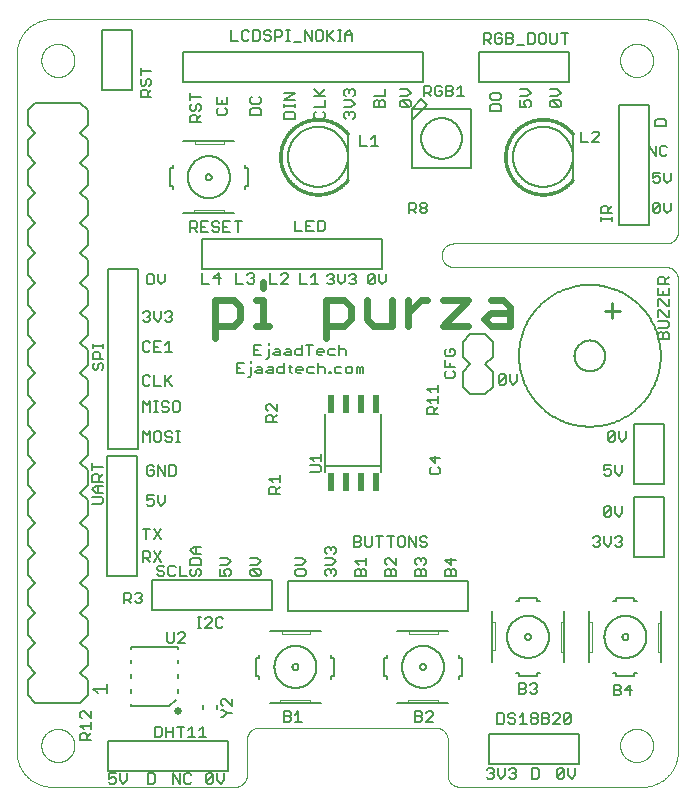
<source format=gto>
G75*
%MOIN*%
%OFA0B0*%
%FSLAX25Y25*%
%IPPOS*%
%LPD*%
%AMOC8*
5,1,8,0,0,1.08239X$1,22.5*
%
%ADD10C,0.00000*%
%ADD11C,0.00500*%
%ADD12C,0.02400*%
%ADD13C,0.00600*%
%ADD14C,0.00800*%
%ADD15R,0.01930X0.05984*%
%ADD16C,0.01000*%
%ADD17C,0.02600*%
%ADD18C,0.00200*%
%ADD19C,0.00100*%
D10*
X0037312Y0035098D02*
X0098336Y0035098D01*
X0098460Y0035100D01*
X0098583Y0035106D01*
X0098707Y0035115D01*
X0098829Y0035129D01*
X0098952Y0035146D01*
X0099074Y0035168D01*
X0099195Y0035193D01*
X0099315Y0035222D01*
X0099434Y0035254D01*
X0099553Y0035291D01*
X0099670Y0035331D01*
X0099785Y0035374D01*
X0099900Y0035422D01*
X0100012Y0035473D01*
X0100123Y0035527D01*
X0100233Y0035585D01*
X0100340Y0035646D01*
X0100446Y0035711D01*
X0100549Y0035779D01*
X0100650Y0035850D01*
X0100749Y0035924D01*
X0100846Y0036001D01*
X0100940Y0036082D01*
X0101031Y0036165D01*
X0101120Y0036251D01*
X0101206Y0036340D01*
X0101289Y0036431D01*
X0101370Y0036525D01*
X0101447Y0036622D01*
X0101521Y0036721D01*
X0101592Y0036822D01*
X0101660Y0036925D01*
X0101725Y0037031D01*
X0101786Y0037138D01*
X0101844Y0037248D01*
X0101898Y0037359D01*
X0101949Y0037471D01*
X0101997Y0037586D01*
X0102040Y0037701D01*
X0102080Y0037818D01*
X0102117Y0037937D01*
X0102149Y0038056D01*
X0102178Y0038176D01*
X0102203Y0038297D01*
X0102225Y0038419D01*
X0102242Y0038542D01*
X0102256Y0038664D01*
X0102265Y0038788D01*
X0102271Y0038911D01*
X0102273Y0039035D01*
X0102273Y0050846D01*
X0102275Y0050970D01*
X0102281Y0051093D01*
X0102290Y0051217D01*
X0102304Y0051339D01*
X0102321Y0051462D01*
X0102343Y0051584D01*
X0102368Y0051705D01*
X0102397Y0051825D01*
X0102429Y0051944D01*
X0102466Y0052063D01*
X0102506Y0052180D01*
X0102549Y0052295D01*
X0102597Y0052410D01*
X0102648Y0052522D01*
X0102702Y0052633D01*
X0102760Y0052743D01*
X0102821Y0052850D01*
X0102886Y0052956D01*
X0102954Y0053059D01*
X0103025Y0053160D01*
X0103099Y0053259D01*
X0103176Y0053356D01*
X0103257Y0053450D01*
X0103340Y0053541D01*
X0103426Y0053630D01*
X0103515Y0053716D01*
X0103606Y0053799D01*
X0103700Y0053880D01*
X0103797Y0053957D01*
X0103896Y0054031D01*
X0103997Y0054102D01*
X0104100Y0054170D01*
X0104206Y0054235D01*
X0104313Y0054296D01*
X0104423Y0054354D01*
X0104534Y0054408D01*
X0104646Y0054459D01*
X0104761Y0054507D01*
X0104876Y0054550D01*
X0104993Y0054590D01*
X0105112Y0054627D01*
X0105231Y0054659D01*
X0105351Y0054688D01*
X0105472Y0054713D01*
X0105594Y0054735D01*
X0105717Y0054752D01*
X0105839Y0054766D01*
X0105963Y0054775D01*
X0106086Y0054781D01*
X0106210Y0054783D01*
X0165265Y0054783D01*
X0165389Y0054781D01*
X0165512Y0054775D01*
X0165636Y0054766D01*
X0165758Y0054752D01*
X0165881Y0054735D01*
X0166003Y0054713D01*
X0166124Y0054688D01*
X0166244Y0054659D01*
X0166363Y0054627D01*
X0166482Y0054590D01*
X0166599Y0054550D01*
X0166714Y0054507D01*
X0166829Y0054459D01*
X0166941Y0054408D01*
X0167052Y0054354D01*
X0167162Y0054296D01*
X0167269Y0054235D01*
X0167375Y0054170D01*
X0167478Y0054102D01*
X0167579Y0054031D01*
X0167678Y0053957D01*
X0167775Y0053880D01*
X0167869Y0053799D01*
X0167960Y0053716D01*
X0168049Y0053630D01*
X0168135Y0053541D01*
X0168218Y0053450D01*
X0168299Y0053356D01*
X0168376Y0053259D01*
X0168450Y0053160D01*
X0168521Y0053059D01*
X0168589Y0052956D01*
X0168654Y0052850D01*
X0168715Y0052743D01*
X0168773Y0052633D01*
X0168827Y0052522D01*
X0168878Y0052410D01*
X0168926Y0052295D01*
X0168969Y0052180D01*
X0169009Y0052063D01*
X0169046Y0051944D01*
X0169078Y0051825D01*
X0169107Y0051705D01*
X0169132Y0051584D01*
X0169154Y0051462D01*
X0169171Y0051339D01*
X0169185Y0051217D01*
X0169194Y0051093D01*
X0169200Y0050970D01*
X0169202Y0050846D01*
X0169202Y0039035D01*
X0169204Y0038911D01*
X0169210Y0038788D01*
X0169219Y0038664D01*
X0169233Y0038542D01*
X0169250Y0038419D01*
X0169272Y0038297D01*
X0169297Y0038176D01*
X0169326Y0038056D01*
X0169358Y0037937D01*
X0169395Y0037818D01*
X0169435Y0037701D01*
X0169478Y0037586D01*
X0169526Y0037471D01*
X0169577Y0037359D01*
X0169631Y0037248D01*
X0169689Y0037138D01*
X0169750Y0037031D01*
X0169815Y0036925D01*
X0169883Y0036822D01*
X0169954Y0036721D01*
X0170028Y0036622D01*
X0170105Y0036525D01*
X0170186Y0036431D01*
X0170269Y0036340D01*
X0170355Y0036251D01*
X0170444Y0036165D01*
X0170535Y0036082D01*
X0170629Y0036001D01*
X0170726Y0035924D01*
X0170825Y0035850D01*
X0170926Y0035779D01*
X0171029Y0035711D01*
X0171135Y0035646D01*
X0171242Y0035585D01*
X0171352Y0035527D01*
X0171463Y0035473D01*
X0171575Y0035422D01*
X0171690Y0035374D01*
X0171805Y0035331D01*
X0171922Y0035291D01*
X0172041Y0035254D01*
X0172160Y0035222D01*
X0172280Y0035193D01*
X0172401Y0035168D01*
X0172523Y0035146D01*
X0172646Y0035129D01*
X0172768Y0035115D01*
X0172892Y0035106D01*
X0173015Y0035100D01*
X0173139Y0035098D01*
X0234162Y0035098D01*
X0234447Y0035101D01*
X0234733Y0035112D01*
X0235018Y0035129D01*
X0235302Y0035153D01*
X0235586Y0035184D01*
X0235869Y0035222D01*
X0236150Y0035267D01*
X0236431Y0035318D01*
X0236711Y0035376D01*
X0236989Y0035441D01*
X0237265Y0035513D01*
X0237539Y0035591D01*
X0237812Y0035676D01*
X0238082Y0035768D01*
X0238350Y0035866D01*
X0238616Y0035970D01*
X0238879Y0036081D01*
X0239139Y0036198D01*
X0239397Y0036321D01*
X0239651Y0036451D01*
X0239902Y0036587D01*
X0240150Y0036728D01*
X0240394Y0036876D01*
X0240635Y0037029D01*
X0240871Y0037189D01*
X0241104Y0037354D01*
X0241333Y0037524D01*
X0241558Y0037700D01*
X0241778Y0037882D01*
X0241994Y0038068D01*
X0242205Y0038260D01*
X0242412Y0038457D01*
X0242614Y0038659D01*
X0242811Y0038866D01*
X0243003Y0039077D01*
X0243189Y0039293D01*
X0243371Y0039513D01*
X0243547Y0039738D01*
X0243717Y0039967D01*
X0243882Y0040200D01*
X0244042Y0040436D01*
X0244195Y0040677D01*
X0244343Y0040921D01*
X0244484Y0041169D01*
X0244620Y0041420D01*
X0244750Y0041674D01*
X0244873Y0041932D01*
X0244990Y0042192D01*
X0245101Y0042455D01*
X0245205Y0042721D01*
X0245303Y0042989D01*
X0245395Y0043259D01*
X0245480Y0043532D01*
X0245558Y0043806D01*
X0245630Y0044082D01*
X0245695Y0044360D01*
X0245753Y0044640D01*
X0245804Y0044921D01*
X0245849Y0045202D01*
X0245887Y0045485D01*
X0245918Y0045769D01*
X0245942Y0046053D01*
X0245959Y0046338D01*
X0245970Y0046624D01*
X0245973Y0046909D01*
X0245973Y0204390D01*
X0245971Y0204514D01*
X0245965Y0204637D01*
X0245956Y0204761D01*
X0245942Y0204883D01*
X0245925Y0205006D01*
X0245903Y0205128D01*
X0245878Y0205249D01*
X0245849Y0205369D01*
X0245817Y0205488D01*
X0245780Y0205607D01*
X0245740Y0205724D01*
X0245697Y0205839D01*
X0245649Y0205954D01*
X0245598Y0206066D01*
X0245544Y0206177D01*
X0245486Y0206287D01*
X0245425Y0206394D01*
X0245360Y0206500D01*
X0245292Y0206603D01*
X0245221Y0206704D01*
X0245147Y0206803D01*
X0245070Y0206900D01*
X0244989Y0206994D01*
X0244906Y0207085D01*
X0244820Y0207174D01*
X0244731Y0207260D01*
X0244640Y0207343D01*
X0244546Y0207424D01*
X0244449Y0207501D01*
X0244350Y0207575D01*
X0244249Y0207646D01*
X0244146Y0207714D01*
X0244040Y0207779D01*
X0243933Y0207840D01*
X0243823Y0207898D01*
X0243712Y0207952D01*
X0243600Y0208003D01*
X0243485Y0208051D01*
X0243370Y0208094D01*
X0243253Y0208134D01*
X0243134Y0208171D01*
X0243015Y0208203D01*
X0242895Y0208232D01*
X0242774Y0208257D01*
X0242652Y0208279D01*
X0242529Y0208296D01*
X0242407Y0208310D01*
X0242283Y0208319D01*
X0242160Y0208325D01*
X0242036Y0208327D01*
X0171170Y0208327D01*
X0171046Y0208329D01*
X0170923Y0208335D01*
X0170799Y0208344D01*
X0170677Y0208358D01*
X0170554Y0208375D01*
X0170432Y0208397D01*
X0170311Y0208422D01*
X0170191Y0208451D01*
X0170072Y0208483D01*
X0169953Y0208520D01*
X0169836Y0208560D01*
X0169721Y0208603D01*
X0169606Y0208651D01*
X0169494Y0208702D01*
X0169383Y0208756D01*
X0169273Y0208814D01*
X0169166Y0208875D01*
X0169060Y0208940D01*
X0168957Y0209008D01*
X0168856Y0209079D01*
X0168757Y0209153D01*
X0168660Y0209230D01*
X0168566Y0209311D01*
X0168475Y0209394D01*
X0168386Y0209480D01*
X0168300Y0209569D01*
X0168217Y0209660D01*
X0168136Y0209754D01*
X0168059Y0209851D01*
X0167985Y0209950D01*
X0167914Y0210051D01*
X0167846Y0210154D01*
X0167781Y0210260D01*
X0167720Y0210367D01*
X0167662Y0210477D01*
X0167608Y0210588D01*
X0167557Y0210700D01*
X0167509Y0210815D01*
X0167466Y0210930D01*
X0167426Y0211047D01*
X0167389Y0211166D01*
X0167357Y0211285D01*
X0167328Y0211405D01*
X0167303Y0211526D01*
X0167281Y0211648D01*
X0167264Y0211771D01*
X0167250Y0211893D01*
X0167241Y0212017D01*
X0167235Y0212140D01*
X0167233Y0212264D01*
X0167235Y0212388D01*
X0167241Y0212511D01*
X0167250Y0212635D01*
X0167264Y0212757D01*
X0167281Y0212880D01*
X0167303Y0213002D01*
X0167328Y0213123D01*
X0167357Y0213243D01*
X0167389Y0213362D01*
X0167426Y0213481D01*
X0167466Y0213598D01*
X0167509Y0213713D01*
X0167557Y0213828D01*
X0167608Y0213940D01*
X0167662Y0214051D01*
X0167720Y0214161D01*
X0167781Y0214268D01*
X0167846Y0214374D01*
X0167914Y0214477D01*
X0167985Y0214578D01*
X0168059Y0214677D01*
X0168136Y0214774D01*
X0168217Y0214868D01*
X0168300Y0214959D01*
X0168386Y0215048D01*
X0168475Y0215134D01*
X0168566Y0215217D01*
X0168660Y0215298D01*
X0168757Y0215375D01*
X0168856Y0215449D01*
X0168957Y0215520D01*
X0169060Y0215588D01*
X0169166Y0215653D01*
X0169273Y0215714D01*
X0169383Y0215772D01*
X0169494Y0215826D01*
X0169606Y0215877D01*
X0169721Y0215925D01*
X0169836Y0215968D01*
X0169953Y0216008D01*
X0170072Y0216045D01*
X0170191Y0216077D01*
X0170311Y0216106D01*
X0170432Y0216131D01*
X0170554Y0216153D01*
X0170677Y0216170D01*
X0170799Y0216184D01*
X0170923Y0216193D01*
X0171046Y0216199D01*
X0171170Y0216201D01*
X0242036Y0216201D01*
X0242160Y0216203D01*
X0242283Y0216209D01*
X0242407Y0216218D01*
X0242529Y0216232D01*
X0242652Y0216249D01*
X0242774Y0216271D01*
X0242895Y0216296D01*
X0243015Y0216325D01*
X0243134Y0216357D01*
X0243253Y0216394D01*
X0243370Y0216434D01*
X0243485Y0216477D01*
X0243600Y0216525D01*
X0243712Y0216576D01*
X0243823Y0216630D01*
X0243933Y0216688D01*
X0244040Y0216749D01*
X0244146Y0216814D01*
X0244249Y0216882D01*
X0244350Y0216953D01*
X0244449Y0217027D01*
X0244546Y0217104D01*
X0244640Y0217185D01*
X0244731Y0217268D01*
X0244820Y0217354D01*
X0244906Y0217443D01*
X0244989Y0217534D01*
X0245070Y0217628D01*
X0245147Y0217725D01*
X0245221Y0217824D01*
X0245292Y0217925D01*
X0245360Y0218028D01*
X0245425Y0218134D01*
X0245486Y0218241D01*
X0245544Y0218351D01*
X0245598Y0218462D01*
X0245649Y0218574D01*
X0245697Y0218689D01*
X0245740Y0218804D01*
X0245780Y0218921D01*
X0245817Y0219040D01*
X0245849Y0219159D01*
X0245878Y0219279D01*
X0245903Y0219400D01*
X0245925Y0219522D01*
X0245942Y0219645D01*
X0245956Y0219767D01*
X0245965Y0219891D01*
X0245971Y0220014D01*
X0245973Y0220138D01*
X0245973Y0279193D01*
X0245970Y0279478D01*
X0245959Y0279764D01*
X0245942Y0280049D01*
X0245918Y0280333D01*
X0245887Y0280617D01*
X0245849Y0280900D01*
X0245804Y0281181D01*
X0245753Y0281462D01*
X0245695Y0281742D01*
X0245630Y0282020D01*
X0245558Y0282296D01*
X0245480Y0282570D01*
X0245395Y0282843D01*
X0245303Y0283113D01*
X0245205Y0283381D01*
X0245101Y0283647D01*
X0244990Y0283910D01*
X0244873Y0284170D01*
X0244750Y0284428D01*
X0244620Y0284682D01*
X0244484Y0284933D01*
X0244343Y0285181D01*
X0244195Y0285425D01*
X0244042Y0285666D01*
X0243882Y0285902D01*
X0243717Y0286135D01*
X0243547Y0286364D01*
X0243371Y0286589D01*
X0243189Y0286809D01*
X0243003Y0287025D01*
X0242811Y0287236D01*
X0242614Y0287443D01*
X0242412Y0287645D01*
X0242205Y0287842D01*
X0241994Y0288034D01*
X0241778Y0288220D01*
X0241558Y0288402D01*
X0241333Y0288578D01*
X0241104Y0288748D01*
X0240871Y0288913D01*
X0240635Y0289073D01*
X0240394Y0289226D01*
X0240150Y0289374D01*
X0239902Y0289515D01*
X0239651Y0289651D01*
X0239397Y0289781D01*
X0239139Y0289904D01*
X0238879Y0290021D01*
X0238616Y0290132D01*
X0238350Y0290236D01*
X0238082Y0290334D01*
X0237812Y0290426D01*
X0237539Y0290511D01*
X0237265Y0290589D01*
X0236989Y0290661D01*
X0236711Y0290726D01*
X0236431Y0290784D01*
X0236150Y0290835D01*
X0235869Y0290880D01*
X0235586Y0290918D01*
X0235302Y0290949D01*
X0235018Y0290973D01*
X0234733Y0290990D01*
X0234447Y0291001D01*
X0234162Y0291004D01*
X0037312Y0291004D01*
X0037027Y0291001D01*
X0036741Y0290990D01*
X0036456Y0290973D01*
X0036172Y0290949D01*
X0035888Y0290918D01*
X0035605Y0290880D01*
X0035324Y0290835D01*
X0035043Y0290784D01*
X0034763Y0290726D01*
X0034485Y0290661D01*
X0034209Y0290589D01*
X0033935Y0290511D01*
X0033662Y0290426D01*
X0033392Y0290334D01*
X0033124Y0290236D01*
X0032858Y0290132D01*
X0032595Y0290021D01*
X0032335Y0289904D01*
X0032077Y0289781D01*
X0031823Y0289651D01*
X0031572Y0289515D01*
X0031324Y0289374D01*
X0031080Y0289226D01*
X0030839Y0289073D01*
X0030603Y0288913D01*
X0030370Y0288748D01*
X0030141Y0288578D01*
X0029916Y0288402D01*
X0029696Y0288220D01*
X0029480Y0288034D01*
X0029269Y0287842D01*
X0029062Y0287645D01*
X0028860Y0287443D01*
X0028663Y0287236D01*
X0028471Y0287025D01*
X0028285Y0286809D01*
X0028103Y0286589D01*
X0027927Y0286364D01*
X0027757Y0286135D01*
X0027592Y0285902D01*
X0027432Y0285666D01*
X0027279Y0285425D01*
X0027131Y0285181D01*
X0026990Y0284933D01*
X0026854Y0284682D01*
X0026724Y0284428D01*
X0026601Y0284170D01*
X0026484Y0283910D01*
X0026373Y0283647D01*
X0026269Y0283381D01*
X0026171Y0283113D01*
X0026079Y0282843D01*
X0025994Y0282570D01*
X0025916Y0282296D01*
X0025844Y0282020D01*
X0025779Y0281742D01*
X0025721Y0281462D01*
X0025670Y0281181D01*
X0025625Y0280900D01*
X0025587Y0280617D01*
X0025556Y0280333D01*
X0025532Y0280049D01*
X0025515Y0279764D01*
X0025504Y0279478D01*
X0025501Y0279193D01*
X0025501Y0046909D01*
X0025504Y0046624D01*
X0025515Y0046338D01*
X0025532Y0046053D01*
X0025556Y0045769D01*
X0025587Y0045485D01*
X0025625Y0045202D01*
X0025670Y0044921D01*
X0025721Y0044640D01*
X0025779Y0044360D01*
X0025844Y0044082D01*
X0025916Y0043806D01*
X0025994Y0043532D01*
X0026079Y0043259D01*
X0026171Y0042989D01*
X0026269Y0042721D01*
X0026373Y0042455D01*
X0026484Y0042192D01*
X0026601Y0041932D01*
X0026724Y0041674D01*
X0026854Y0041420D01*
X0026990Y0041169D01*
X0027131Y0040921D01*
X0027279Y0040677D01*
X0027432Y0040436D01*
X0027592Y0040200D01*
X0027757Y0039967D01*
X0027927Y0039738D01*
X0028103Y0039513D01*
X0028285Y0039293D01*
X0028471Y0039077D01*
X0028663Y0038866D01*
X0028860Y0038659D01*
X0029062Y0038457D01*
X0029269Y0038260D01*
X0029480Y0038068D01*
X0029696Y0037882D01*
X0029916Y0037700D01*
X0030141Y0037524D01*
X0030370Y0037354D01*
X0030603Y0037189D01*
X0030839Y0037029D01*
X0031080Y0036876D01*
X0031324Y0036728D01*
X0031572Y0036587D01*
X0031823Y0036451D01*
X0032077Y0036321D01*
X0032335Y0036198D01*
X0032595Y0036081D01*
X0032858Y0035970D01*
X0033124Y0035866D01*
X0033392Y0035768D01*
X0033662Y0035676D01*
X0033935Y0035591D01*
X0034209Y0035513D01*
X0034485Y0035441D01*
X0034763Y0035376D01*
X0035043Y0035318D01*
X0035324Y0035267D01*
X0035605Y0035222D01*
X0035888Y0035184D01*
X0036172Y0035153D01*
X0036456Y0035129D01*
X0036741Y0035112D01*
X0037027Y0035101D01*
X0037312Y0035098D01*
X0033765Y0048883D02*
X0033767Y0049031D01*
X0033773Y0049179D01*
X0033783Y0049327D01*
X0033797Y0049474D01*
X0033815Y0049621D01*
X0033836Y0049767D01*
X0033862Y0049913D01*
X0033892Y0050058D01*
X0033925Y0050202D01*
X0033963Y0050345D01*
X0034004Y0050487D01*
X0034049Y0050628D01*
X0034097Y0050768D01*
X0034150Y0050907D01*
X0034206Y0051044D01*
X0034266Y0051179D01*
X0034329Y0051313D01*
X0034396Y0051445D01*
X0034467Y0051575D01*
X0034541Y0051703D01*
X0034618Y0051829D01*
X0034699Y0051953D01*
X0034783Y0052075D01*
X0034870Y0052194D01*
X0034961Y0052311D01*
X0035055Y0052426D01*
X0035151Y0052538D01*
X0035251Y0052648D01*
X0035353Y0052754D01*
X0035459Y0052858D01*
X0035567Y0052959D01*
X0035678Y0053057D01*
X0035791Y0053153D01*
X0035907Y0053245D01*
X0036025Y0053334D01*
X0036146Y0053419D01*
X0036269Y0053502D01*
X0036394Y0053581D01*
X0036521Y0053657D01*
X0036650Y0053729D01*
X0036781Y0053798D01*
X0036914Y0053863D01*
X0037049Y0053924D01*
X0037185Y0053982D01*
X0037322Y0054037D01*
X0037461Y0054087D01*
X0037602Y0054134D01*
X0037743Y0054177D01*
X0037886Y0054217D01*
X0038030Y0054252D01*
X0038174Y0054284D01*
X0038320Y0054311D01*
X0038466Y0054335D01*
X0038613Y0054355D01*
X0038760Y0054371D01*
X0038907Y0054383D01*
X0039055Y0054391D01*
X0039203Y0054395D01*
X0039351Y0054395D01*
X0039499Y0054391D01*
X0039647Y0054383D01*
X0039794Y0054371D01*
X0039941Y0054355D01*
X0040088Y0054335D01*
X0040234Y0054311D01*
X0040380Y0054284D01*
X0040524Y0054252D01*
X0040668Y0054217D01*
X0040811Y0054177D01*
X0040952Y0054134D01*
X0041093Y0054087D01*
X0041232Y0054037D01*
X0041369Y0053982D01*
X0041505Y0053924D01*
X0041640Y0053863D01*
X0041773Y0053798D01*
X0041904Y0053729D01*
X0042033Y0053657D01*
X0042160Y0053581D01*
X0042285Y0053502D01*
X0042408Y0053419D01*
X0042529Y0053334D01*
X0042647Y0053245D01*
X0042763Y0053153D01*
X0042876Y0053057D01*
X0042987Y0052959D01*
X0043095Y0052858D01*
X0043201Y0052754D01*
X0043303Y0052648D01*
X0043403Y0052538D01*
X0043499Y0052426D01*
X0043593Y0052311D01*
X0043684Y0052194D01*
X0043771Y0052075D01*
X0043855Y0051953D01*
X0043936Y0051829D01*
X0044013Y0051703D01*
X0044087Y0051575D01*
X0044158Y0051445D01*
X0044225Y0051313D01*
X0044288Y0051179D01*
X0044348Y0051044D01*
X0044404Y0050907D01*
X0044457Y0050768D01*
X0044505Y0050628D01*
X0044550Y0050487D01*
X0044591Y0050345D01*
X0044629Y0050202D01*
X0044662Y0050058D01*
X0044692Y0049913D01*
X0044718Y0049767D01*
X0044739Y0049621D01*
X0044757Y0049474D01*
X0044771Y0049327D01*
X0044781Y0049179D01*
X0044787Y0049031D01*
X0044789Y0048883D01*
X0044787Y0048735D01*
X0044781Y0048587D01*
X0044771Y0048439D01*
X0044757Y0048292D01*
X0044739Y0048145D01*
X0044718Y0047999D01*
X0044692Y0047853D01*
X0044662Y0047708D01*
X0044629Y0047564D01*
X0044591Y0047421D01*
X0044550Y0047279D01*
X0044505Y0047138D01*
X0044457Y0046998D01*
X0044404Y0046859D01*
X0044348Y0046722D01*
X0044288Y0046587D01*
X0044225Y0046453D01*
X0044158Y0046321D01*
X0044087Y0046191D01*
X0044013Y0046063D01*
X0043936Y0045937D01*
X0043855Y0045813D01*
X0043771Y0045691D01*
X0043684Y0045572D01*
X0043593Y0045455D01*
X0043499Y0045340D01*
X0043403Y0045228D01*
X0043303Y0045118D01*
X0043201Y0045012D01*
X0043095Y0044908D01*
X0042987Y0044807D01*
X0042876Y0044709D01*
X0042763Y0044613D01*
X0042647Y0044521D01*
X0042529Y0044432D01*
X0042408Y0044347D01*
X0042285Y0044264D01*
X0042160Y0044185D01*
X0042033Y0044109D01*
X0041904Y0044037D01*
X0041773Y0043968D01*
X0041640Y0043903D01*
X0041505Y0043842D01*
X0041369Y0043784D01*
X0041232Y0043729D01*
X0041093Y0043679D01*
X0040952Y0043632D01*
X0040811Y0043589D01*
X0040668Y0043549D01*
X0040524Y0043514D01*
X0040380Y0043482D01*
X0040234Y0043455D01*
X0040088Y0043431D01*
X0039941Y0043411D01*
X0039794Y0043395D01*
X0039647Y0043383D01*
X0039499Y0043375D01*
X0039351Y0043371D01*
X0039203Y0043371D01*
X0039055Y0043375D01*
X0038907Y0043383D01*
X0038760Y0043395D01*
X0038613Y0043411D01*
X0038466Y0043431D01*
X0038320Y0043455D01*
X0038174Y0043482D01*
X0038030Y0043514D01*
X0037886Y0043549D01*
X0037743Y0043589D01*
X0037602Y0043632D01*
X0037461Y0043679D01*
X0037322Y0043729D01*
X0037185Y0043784D01*
X0037049Y0043842D01*
X0036914Y0043903D01*
X0036781Y0043968D01*
X0036650Y0044037D01*
X0036521Y0044109D01*
X0036394Y0044185D01*
X0036269Y0044264D01*
X0036146Y0044347D01*
X0036025Y0044432D01*
X0035907Y0044521D01*
X0035791Y0044613D01*
X0035678Y0044709D01*
X0035567Y0044807D01*
X0035459Y0044908D01*
X0035353Y0045012D01*
X0035251Y0045118D01*
X0035151Y0045228D01*
X0035055Y0045340D01*
X0034961Y0045455D01*
X0034870Y0045572D01*
X0034783Y0045691D01*
X0034699Y0045813D01*
X0034618Y0045937D01*
X0034541Y0046063D01*
X0034467Y0046191D01*
X0034396Y0046321D01*
X0034329Y0046453D01*
X0034266Y0046587D01*
X0034206Y0046722D01*
X0034150Y0046859D01*
X0034097Y0046998D01*
X0034049Y0047138D01*
X0034004Y0047279D01*
X0033963Y0047421D01*
X0033925Y0047564D01*
X0033892Y0047708D01*
X0033862Y0047853D01*
X0033836Y0047999D01*
X0033815Y0048145D01*
X0033797Y0048292D01*
X0033783Y0048439D01*
X0033773Y0048587D01*
X0033767Y0048735D01*
X0033765Y0048883D01*
X0226679Y0048883D02*
X0226681Y0049031D01*
X0226687Y0049179D01*
X0226697Y0049327D01*
X0226711Y0049474D01*
X0226729Y0049621D01*
X0226750Y0049767D01*
X0226776Y0049913D01*
X0226806Y0050058D01*
X0226839Y0050202D01*
X0226877Y0050345D01*
X0226918Y0050487D01*
X0226963Y0050628D01*
X0227011Y0050768D01*
X0227064Y0050907D01*
X0227120Y0051044D01*
X0227180Y0051179D01*
X0227243Y0051313D01*
X0227310Y0051445D01*
X0227381Y0051575D01*
X0227455Y0051703D01*
X0227532Y0051829D01*
X0227613Y0051953D01*
X0227697Y0052075D01*
X0227784Y0052194D01*
X0227875Y0052311D01*
X0227969Y0052426D01*
X0228065Y0052538D01*
X0228165Y0052648D01*
X0228267Y0052754D01*
X0228373Y0052858D01*
X0228481Y0052959D01*
X0228592Y0053057D01*
X0228705Y0053153D01*
X0228821Y0053245D01*
X0228939Y0053334D01*
X0229060Y0053419D01*
X0229183Y0053502D01*
X0229308Y0053581D01*
X0229435Y0053657D01*
X0229564Y0053729D01*
X0229695Y0053798D01*
X0229828Y0053863D01*
X0229963Y0053924D01*
X0230099Y0053982D01*
X0230236Y0054037D01*
X0230375Y0054087D01*
X0230516Y0054134D01*
X0230657Y0054177D01*
X0230800Y0054217D01*
X0230944Y0054252D01*
X0231088Y0054284D01*
X0231234Y0054311D01*
X0231380Y0054335D01*
X0231527Y0054355D01*
X0231674Y0054371D01*
X0231821Y0054383D01*
X0231969Y0054391D01*
X0232117Y0054395D01*
X0232265Y0054395D01*
X0232413Y0054391D01*
X0232561Y0054383D01*
X0232708Y0054371D01*
X0232855Y0054355D01*
X0233002Y0054335D01*
X0233148Y0054311D01*
X0233294Y0054284D01*
X0233438Y0054252D01*
X0233582Y0054217D01*
X0233725Y0054177D01*
X0233866Y0054134D01*
X0234007Y0054087D01*
X0234146Y0054037D01*
X0234283Y0053982D01*
X0234419Y0053924D01*
X0234554Y0053863D01*
X0234687Y0053798D01*
X0234818Y0053729D01*
X0234947Y0053657D01*
X0235074Y0053581D01*
X0235199Y0053502D01*
X0235322Y0053419D01*
X0235443Y0053334D01*
X0235561Y0053245D01*
X0235677Y0053153D01*
X0235790Y0053057D01*
X0235901Y0052959D01*
X0236009Y0052858D01*
X0236115Y0052754D01*
X0236217Y0052648D01*
X0236317Y0052538D01*
X0236413Y0052426D01*
X0236507Y0052311D01*
X0236598Y0052194D01*
X0236685Y0052075D01*
X0236769Y0051953D01*
X0236850Y0051829D01*
X0236927Y0051703D01*
X0237001Y0051575D01*
X0237072Y0051445D01*
X0237139Y0051313D01*
X0237202Y0051179D01*
X0237262Y0051044D01*
X0237318Y0050907D01*
X0237371Y0050768D01*
X0237419Y0050628D01*
X0237464Y0050487D01*
X0237505Y0050345D01*
X0237543Y0050202D01*
X0237576Y0050058D01*
X0237606Y0049913D01*
X0237632Y0049767D01*
X0237653Y0049621D01*
X0237671Y0049474D01*
X0237685Y0049327D01*
X0237695Y0049179D01*
X0237701Y0049031D01*
X0237703Y0048883D01*
X0237701Y0048735D01*
X0237695Y0048587D01*
X0237685Y0048439D01*
X0237671Y0048292D01*
X0237653Y0048145D01*
X0237632Y0047999D01*
X0237606Y0047853D01*
X0237576Y0047708D01*
X0237543Y0047564D01*
X0237505Y0047421D01*
X0237464Y0047279D01*
X0237419Y0047138D01*
X0237371Y0046998D01*
X0237318Y0046859D01*
X0237262Y0046722D01*
X0237202Y0046587D01*
X0237139Y0046453D01*
X0237072Y0046321D01*
X0237001Y0046191D01*
X0236927Y0046063D01*
X0236850Y0045937D01*
X0236769Y0045813D01*
X0236685Y0045691D01*
X0236598Y0045572D01*
X0236507Y0045455D01*
X0236413Y0045340D01*
X0236317Y0045228D01*
X0236217Y0045118D01*
X0236115Y0045012D01*
X0236009Y0044908D01*
X0235901Y0044807D01*
X0235790Y0044709D01*
X0235677Y0044613D01*
X0235561Y0044521D01*
X0235443Y0044432D01*
X0235322Y0044347D01*
X0235199Y0044264D01*
X0235074Y0044185D01*
X0234947Y0044109D01*
X0234818Y0044037D01*
X0234687Y0043968D01*
X0234554Y0043903D01*
X0234419Y0043842D01*
X0234283Y0043784D01*
X0234146Y0043729D01*
X0234007Y0043679D01*
X0233866Y0043632D01*
X0233725Y0043589D01*
X0233582Y0043549D01*
X0233438Y0043514D01*
X0233294Y0043482D01*
X0233148Y0043455D01*
X0233002Y0043431D01*
X0232855Y0043411D01*
X0232708Y0043395D01*
X0232561Y0043383D01*
X0232413Y0043375D01*
X0232265Y0043371D01*
X0232117Y0043371D01*
X0231969Y0043375D01*
X0231821Y0043383D01*
X0231674Y0043395D01*
X0231527Y0043411D01*
X0231380Y0043431D01*
X0231234Y0043455D01*
X0231088Y0043482D01*
X0230944Y0043514D01*
X0230800Y0043549D01*
X0230657Y0043589D01*
X0230516Y0043632D01*
X0230375Y0043679D01*
X0230236Y0043729D01*
X0230099Y0043784D01*
X0229963Y0043842D01*
X0229828Y0043903D01*
X0229695Y0043968D01*
X0229564Y0044037D01*
X0229435Y0044109D01*
X0229308Y0044185D01*
X0229183Y0044264D01*
X0229060Y0044347D01*
X0228939Y0044432D01*
X0228821Y0044521D01*
X0228705Y0044613D01*
X0228592Y0044709D01*
X0228481Y0044807D01*
X0228373Y0044908D01*
X0228267Y0045012D01*
X0228165Y0045118D01*
X0228065Y0045228D01*
X0227969Y0045340D01*
X0227875Y0045455D01*
X0227784Y0045572D01*
X0227697Y0045691D01*
X0227613Y0045813D01*
X0227532Y0045937D01*
X0227455Y0046063D01*
X0227381Y0046191D01*
X0227310Y0046321D01*
X0227243Y0046453D01*
X0227180Y0046587D01*
X0227120Y0046722D01*
X0227064Y0046859D01*
X0227011Y0046998D01*
X0226963Y0047138D01*
X0226918Y0047279D01*
X0226877Y0047421D01*
X0226839Y0047564D01*
X0226806Y0047708D01*
X0226776Y0047853D01*
X0226750Y0047999D01*
X0226729Y0048145D01*
X0226711Y0048292D01*
X0226697Y0048439D01*
X0226687Y0048587D01*
X0226681Y0048735D01*
X0226679Y0048883D01*
X0226679Y0277230D02*
X0226681Y0277378D01*
X0226687Y0277526D01*
X0226697Y0277674D01*
X0226711Y0277821D01*
X0226729Y0277968D01*
X0226750Y0278114D01*
X0226776Y0278260D01*
X0226806Y0278405D01*
X0226839Y0278549D01*
X0226877Y0278692D01*
X0226918Y0278834D01*
X0226963Y0278975D01*
X0227011Y0279115D01*
X0227064Y0279254D01*
X0227120Y0279391D01*
X0227180Y0279526D01*
X0227243Y0279660D01*
X0227310Y0279792D01*
X0227381Y0279922D01*
X0227455Y0280050D01*
X0227532Y0280176D01*
X0227613Y0280300D01*
X0227697Y0280422D01*
X0227784Y0280541D01*
X0227875Y0280658D01*
X0227969Y0280773D01*
X0228065Y0280885D01*
X0228165Y0280995D01*
X0228267Y0281101D01*
X0228373Y0281205D01*
X0228481Y0281306D01*
X0228592Y0281404D01*
X0228705Y0281500D01*
X0228821Y0281592D01*
X0228939Y0281681D01*
X0229060Y0281766D01*
X0229183Y0281849D01*
X0229308Y0281928D01*
X0229435Y0282004D01*
X0229564Y0282076D01*
X0229695Y0282145D01*
X0229828Y0282210D01*
X0229963Y0282271D01*
X0230099Y0282329D01*
X0230236Y0282384D01*
X0230375Y0282434D01*
X0230516Y0282481D01*
X0230657Y0282524D01*
X0230800Y0282564D01*
X0230944Y0282599D01*
X0231088Y0282631D01*
X0231234Y0282658D01*
X0231380Y0282682D01*
X0231527Y0282702D01*
X0231674Y0282718D01*
X0231821Y0282730D01*
X0231969Y0282738D01*
X0232117Y0282742D01*
X0232265Y0282742D01*
X0232413Y0282738D01*
X0232561Y0282730D01*
X0232708Y0282718D01*
X0232855Y0282702D01*
X0233002Y0282682D01*
X0233148Y0282658D01*
X0233294Y0282631D01*
X0233438Y0282599D01*
X0233582Y0282564D01*
X0233725Y0282524D01*
X0233866Y0282481D01*
X0234007Y0282434D01*
X0234146Y0282384D01*
X0234283Y0282329D01*
X0234419Y0282271D01*
X0234554Y0282210D01*
X0234687Y0282145D01*
X0234818Y0282076D01*
X0234947Y0282004D01*
X0235074Y0281928D01*
X0235199Y0281849D01*
X0235322Y0281766D01*
X0235443Y0281681D01*
X0235561Y0281592D01*
X0235677Y0281500D01*
X0235790Y0281404D01*
X0235901Y0281306D01*
X0236009Y0281205D01*
X0236115Y0281101D01*
X0236217Y0280995D01*
X0236317Y0280885D01*
X0236413Y0280773D01*
X0236507Y0280658D01*
X0236598Y0280541D01*
X0236685Y0280422D01*
X0236769Y0280300D01*
X0236850Y0280176D01*
X0236927Y0280050D01*
X0237001Y0279922D01*
X0237072Y0279792D01*
X0237139Y0279660D01*
X0237202Y0279526D01*
X0237262Y0279391D01*
X0237318Y0279254D01*
X0237371Y0279115D01*
X0237419Y0278975D01*
X0237464Y0278834D01*
X0237505Y0278692D01*
X0237543Y0278549D01*
X0237576Y0278405D01*
X0237606Y0278260D01*
X0237632Y0278114D01*
X0237653Y0277968D01*
X0237671Y0277821D01*
X0237685Y0277674D01*
X0237695Y0277526D01*
X0237701Y0277378D01*
X0237703Y0277230D01*
X0237701Y0277082D01*
X0237695Y0276934D01*
X0237685Y0276786D01*
X0237671Y0276639D01*
X0237653Y0276492D01*
X0237632Y0276346D01*
X0237606Y0276200D01*
X0237576Y0276055D01*
X0237543Y0275911D01*
X0237505Y0275768D01*
X0237464Y0275626D01*
X0237419Y0275485D01*
X0237371Y0275345D01*
X0237318Y0275206D01*
X0237262Y0275069D01*
X0237202Y0274934D01*
X0237139Y0274800D01*
X0237072Y0274668D01*
X0237001Y0274538D01*
X0236927Y0274410D01*
X0236850Y0274284D01*
X0236769Y0274160D01*
X0236685Y0274038D01*
X0236598Y0273919D01*
X0236507Y0273802D01*
X0236413Y0273687D01*
X0236317Y0273575D01*
X0236217Y0273465D01*
X0236115Y0273359D01*
X0236009Y0273255D01*
X0235901Y0273154D01*
X0235790Y0273056D01*
X0235677Y0272960D01*
X0235561Y0272868D01*
X0235443Y0272779D01*
X0235322Y0272694D01*
X0235199Y0272611D01*
X0235074Y0272532D01*
X0234947Y0272456D01*
X0234818Y0272384D01*
X0234687Y0272315D01*
X0234554Y0272250D01*
X0234419Y0272189D01*
X0234283Y0272131D01*
X0234146Y0272076D01*
X0234007Y0272026D01*
X0233866Y0271979D01*
X0233725Y0271936D01*
X0233582Y0271896D01*
X0233438Y0271861D01*
X0233294Y0271829D01*
X0233148Y0271802D01*
X0233002Y0271778D01*
X0232855Y0271758D01*
X0232708Y0271742D01*
X0232561Y0271730D01*
X0232413Y0271722D01*
X0232265Y0271718D01*
X0232117Y0271718D01*
X0231969Y0271722D01*
X0231821Y0271730D01*
X0231674Y0271742D01*
X0231527Y0271758D01*
X0231380Y0271778D01*
X0231234Y0271802D01*
X0231088Y0271829D01*
X0230944Y0271861D01*
X0230800Y0271896D01*
X0230657Y0271936D01*
X0230516Y0271979D01*
X0230375Y0272026D01*
X0230236Y0272076D01*
X0230099Y0272131D01*
X0229963Y0272189D01*
X0229828Y0272250D01*
X0229695Y0272315D01*
X0229564Y0272384D01*
X0229435Y0272456D01*
X0229308Y0272532D01*
X0229183Y0272611D01*
X0229060Y0272694D01*
X0228939Y0272779D01*
X0228821Y0272868D01*
X0228705Y0272960D01*
X0228592Y0273056D01*
X0228481Y0273154D01*
X0228373Y0273255D01*
X0228267Y0273359D01*
X0228165Y0273465D01*
X0228065Y0273575D01*
X0227969Y0273687D01*
X0227875Y0273802D01*
X0227784Y0273919D01*
X0227697Y0274038D01*
X0227613Y0274160D01*
X0227532Y0274284D01*
X0227455Y0274410D01*
X0227381Y0274538D01*
X0227310Y0274668D01*
X0227243Y0274800D01*
X0227180Y0274934D01*
X0227120Y0275069D01*
X0227064Y0275206D01*
X0227011Y0275345D01*
X0226963Y0275485D01*
X0226918Y0275626D01*
X0226877Y0275768D01*
X0226839Y0275911D01*
X0226806Y0276055D01*
X0226776Y0276200D01*
X0226750Y0276346D01*
X0226729Y0276492D01*
X0226711Y0276639D01*
X0226697Y0276786D01*
X0226687Y0276934D01*
X0226681Y0277082D01*
X0226679Y0277230D01*
X0033765Y0277230D02*
X0033767Y0277378D01*
X0033773Y0277526D01*
X0033783Y0277674D01*
X0033797Y0277821D01*
X0033815Y0277968D01*
X0033836Y0278114D01*
X0033862Y0278260D01*
X0033892Y0278405D01*
X0033925Y0278549D01*
X0033963Y0278692D01*
X0034004Y0278834D01*
X0034049Y0278975D01*
X0034097Y0279115D01*
X0034150Y0279254D01*
X0034206Y0279391D01*
X0034266Y0279526D01*
X0034329Y0279660D01*
X0034396Y0279792D01*
X0034467Y0279922D01*
X0034541Y0280050D01*
X0034618Y0280176D01*
X0034699Y0280300D01*
X0034783Y0280422D01*
X0034870Y0280541D01*
X0034961Y0280658D01*
X0035055Y0280773D01*
X0035151Y0280885D01*
X0035251Y0280995D01*
X0035353Y0281101D01*
X0035459Y0281205D01*
X0035567Y0281306D01*
X0035678Y0281404D01*
X0035791Y0281500D01*
X0035907Y0281592D01*
X0036025Y0281681D01*
X0036146Y0281766D01*
X0036269Y0281849D01*
X0036394Y0281928D01*
X0036521Y0282004D01*
X0036650Y0282076D01*
X0036781Y0282145D01*
X0036914Y0282210D01*
X0037049Y0282271D01*
X0037185Y0282329D01*
X0037322Y0282384D01*
X0037461Y0282434D01*
X0037602Y0282481D01*
X0037743Y0282524D01*
X0037886Y0282564D01*
X0038030Y0282599D01*
X0038174Y0282631D01*
X0038320Y0282658D01*
X0038466Y0282682D01*
X0038613Y0282702D01*
X0038760Y0282718D01*
X0038907Y0282730D01*
X0039055Y0282738D01*
X0039203Y0282742D01*
X0039351Y0282742D01*
X0039499Y0282738D01*
X0039647Y0282730D01*
X0039794Y0282718D01*
X0039941Y0282702D01*
X0040088Y0282682D01*
X0040234Y0282658D01*
X0040380Y0282631D01*
X0040524Y0282599D01*
X0040668Y0282564D01*
X0040811Y0282524D01*
X0040952Y0282481D01*
X0041093Y0282434D01*
X0041232Y0282384D01*
X0041369Y0282329D01*
X0041505Y0282271D01*
X0041640Y0282210D01*
X0041773Y0282145D01*
X0041904Y0282076D01*
X0042033Y0282004D01*
X0042160Y0281928D01*
X0042285Y0281849D01*
X0042408Y0281766D01*
X0042529Y0281681D01*
X0042647Y0281592D01*
X0042763Y0281500D01*
X0042876Y0281404D01*
X0042987Y0281306D01*
X0043095Y0281205D01*
X0043201Y0281101D01*
X0043303Y0280995D01*
X0043403Y0280885D01*
X0043499Y0280773D01*
X0043593Y0280658D01*
X0043684Y0280541D01*
X0043771Y0280422D01*
X0043855Y0280300D01*
X0043936Y0280176D01*
X0044013Y0280050D01*
X0044087Y0279922D01*
X0044158Y0279792D01*
X0044225Y0279660D01*
X0044288Y0279526D01*
X0044348Y0279391D01*
X0044404Y0279254D01*
X0044457Y0279115D01*
X0044505Y0278975D01*
X0044550Y0278834D01*
X0044591Y0278692D01*
X0044629Y0278549D01*
X0044662Y0278405D01*
X0044692Y0278260D01*
X0044718Y0278114D01*
X0044739Y0277968D01*
X0044757Y0277821D01*
X0044771Y0277674D01*
X0044781Y0277526D01*
X0044787Y0277378D01*
X0044789Y0277230D01*
X0044787Y0277082D01*
X0044781Y0276934D01*
X0044771Y0276786D01*
X0044757Y0276639D01*
X0044739Y0276492D01*
X0044718Y0276346D01*
X0044692Y0276200D01*
X0044662Y0276055D01*
X0044629Y0275911D01*
X0044591Y0275768D01*
X0044550Y0275626D01*
X0044505Y0275485D01*
X0044457Y0275345D01*
X0044404Y0275206D01*
X0044348Y0275069D01*
X0044288Y0274934D01*
X0044225Y0274800D01*
X0044158Y0274668D01*
X0044087Y0274538D01*
X0044013Y0274410D01*
X0043936Y0274284D01*
X0043855Y0274160D01*
X0043771Y0274038D01*
X0043684Y0273919D01*
X0043593Y0273802D01*
X0043499Y0273687D01*
X0043403Y0273575D01*
X0043303Y0273465D01*
X0043201Y0273359D01*
X0043095Y0273255D01*
X0042987Y0273154D01*
X0042876Y0273056D01*
X0042763Y0272960D01*
X0042647Y0272868D01*
X0042529Y0272779D01*
X0042408Y0272694D01*
X0042285Y0272611D01*
X0042160Y0272532D01*
X0042033Y0272456D01*
X0041904Y0272384D01*
X0041773Y0272315D01*
X0041640Y0272250D01*
X0041505Y0272189D01*
X0041369Y0272131D01*
X0041232Y0272076D01*
X0041093Y0272026D01*
X0040952Y0271979D01*
X0040811Y0271936D01*
X0040668Y0271896D01*
X0040524Y0271861D01*
X0040380Y0271829D01*
X0040234Y0271802D01*
X0040088Y0271778D01*
X0039941Y0271758D01*
X0039794Y0271742D01*
X0039647Y0271730D01*
X0039499Y0271722D01*
X0039351Y0271718D01*
X0039203Y0271718D01*
X0039055Y0271722D01*
X0038907Y0271730D01*
X0038760Y0271742D01*
X0038613Y0271758D01*
X0038466Y0271778D01*
X0038320Y0271802D01*
X0038174Y0271829D01*
X0038030Y0271861D01*
X0037886Y0271896D01*
X0037743Y0271936D01*
X0037602Y0271979D01*
X0037461Y0272026D01*
X0037322Y0272076D01*
X0037185Y0272131D01*
X0037049Y0272189D01*
X0036914Y0272250D01*
X0036781Y0272315D01*
X0036650Y0272384D01*
X0036521Y0272456D01*
X0036394Y0272532D01*
X0036269Y0272611D01*
X0036146Y0272694D01*
X0036025Y0272779D01*
X0035907Y0272868D01*
X0035791Y0272960D01*
X0035678Y0273056D01*
X0035567Y0273154D01*
X0035459Y0273255D01*
X0035353Y0273359D01*
X0035251Y0273465D01*
X0035151Y0273575D01*
X0035055Y0273687D01*
X0034961Y0273802D01*
X0034870Y0273919D01*
X0034783Y0274038D01*
X0034699Y0274160D01*
X0034618Y0274284D01*
X0034541Y0274410D01*
X0034467Y0274538D01*
X0034396Y0274668D01*
X0034329Y0274800D01*
X0034266Y0274934D01*
X0034206Y0275069D01*
X0034150Y0275206D01*
X0034097Y0275345D01*
X0034049Y0275485D01*
X0034004Y0275626D01*
X0033963Y0275768D01*
X0033925Y0275911D01*
X0033892Y0276055D01*
X0033862Y0276200D01*
X0033836Y0276346D01*
X0033815Y0276492D01*
X0033797Y0276639D01*
X0033783Y0276786D01*
X0033773Y0276934D01*
X0033767Y0277082D01*
X0033765Y0277230D01*
D11*
X0054139Y0287210D02*
X0054139Y0267210D01*
X0064139Y0267210D01*
X0064139Y0287210D01*
X0054139Y0287210D01*
X0066886Y0274862D02*
X0066886Y0272527D01*
X0066886Y0273695D02*
X0070389Y0273695D01*
X0069806Y0271179D02*
X0070389Y0270595D01*
X0070389Y0269428D01*
X0069806Y0268844D01*
X0068638Y0269428D02*
X0068638Y0270595D01*
X0069222Y0271179D01*
X0069806Y0271179D01*
X0068638Y0269428D02*
X0068054Y0268844D01*
X0067470Y0268844D01*
X0066886Y0269428D01*
X0066886Y0270595D01*
X0067470Y0271179D01*
X0067470Y0267496D02*
X0068638Y0267496D01*
X0069222Y0266912D01*
X0069222Y0265161D01*
X0070389Y0265161D02*
X0066886Y0265161D01*
X0066886Y0266912D01*
X0067470Y0267496D01*
X0069222Y0266328D02*
X0070389Y0267496D01*
X0080970Y0270104D02*
X0160970Y0270104D01*
X0160970Y0280104D01*
X0080970Y0280104D01*
X0080970Y0270104D01*
X0083467Y0266306D02*
X0083467Y0263970D01*
X0083467Y0265138D02*
X0086970Y0265138D01*
X0086386Y0262622D02*
X0086970Y0262039D01*
X0086970Y0260871D01*
X0086386Y0260287D01*
X0085219Y0260871D02*
X0084635Y0260287D01*
X0084051Y0260287D01*
X0083467Y0260871D01*
X0083467Y0262039D01*
X0084051Y0262622D01*
X0085219Y0262039D02*
X0085802Y0262622D01*
X0086386Y0262622D01*
X0085219Y0262039D02*
X0085219Y0260871D01*
X0085219Y0258939D02*
X0085802Y0258355D01*
X0085802Y0256604D01*
X0085802Y0257772D02*
X0086970Y0258939D01*
X0085219Y0258939D02*
X0084051Y0258939D01*
X0083467Y0258355D01*
X0083467Y0256604D01*
X0086970Y0256604D01*
X0092217Y0259688D02*
X0092801Y0259104D01*
X0095136Y0259104D01*
X0095720Y0259688D01*
X0095720Y0260855D01*
X0095136Y0261439D01*
X0095720Y0262787D02*
X0095720Y0265122D01*
X0093969Y0263955D02*
X0093969Y0262787D01*
X0095720Y0262787D02*
X0092217Y0262787D01*
X0092217Y0265122D01*
X0092801Y0261439D02*
X0092217Y0260855D01*
X0092217Y0259688D01*
X0103467Y0259104D02*
X0103467Y0260855D01*
X0104051Y0261439D01*
X0106386Y0261439D01*
X0106970Y0260855D01*
X0106970Y0259104D01*
X0103467Y0259104D01*
X0104051Y0262787D02*
X0106386Y0262787D01*
X0106970Y0263371D01*
X0106970Y0264539D01*
X0106386Y0265122D01*
X0104051Y0265122D02*
X0103467Y0264539D01*
X0103467Y0263371D01*
X0104051Y0262787D01*
X0114717Y0262705D02*
X0114717Y0261537D01*
X0114717Y0262121D02*
X0118220Y0262121D01*
X0118220Y0261537D02*
X0118220Y0262705D01*
X0118220Y0263993D02*
X0114717Y0263993D01*
X0118220Y0266328D01*
X0114717Y0266328D01*
X0115301Y0260189D02*
X0114717Y0259605D01*
X0114717Y0257854D01*
X0118220Y0257854D01*
X0118220Y0259605D01*
X0117636Y0260189D01*
X0115301Y0260189D01*
X0124717Y0259605D02*
X0124717Y0258438D01*
X0125301Y0257854D01*
X0127636Y0257854D01*
X0128220Y0258438D01*
X0128220Y0259605D01*
X0127636Y0260189D01*
X0128220Y0261537D02*
X0124717Y0261537D01*
X0125301Y0260189D02*
X0124717Y0259605D01*
X0128220Y0261537D02*
X0128220Y0263872D01*
X0128220Y0265220D02*
X0124717Y0265220D01*
X0126469Y0265804D02*
X0128220Y0267556D01*
X0127052Y0265220D02*
X0124717Y0267556D01*
X0134717Y0266972D02*
X0134717Y0265804D01*
X0135301Y0265220D01*
X0134717Y0263872D02*
X0137052Y0263872D01*
X0138220Y0262705D01*
X0137052Y0261537D01*
X0134717Y0261537D01*
X0135301Y0260189D02*
X0135885Y0260189D01*
X0136469Y0259605D01*
X0137052Y0260189D01*
X0137636Y0260189D01*
X0138220Y0259605D01*
X0138220Y0258438D01*
X0137636Y0257854D01*
X0136469Y0259022D02*
X0136469Y0259605D01*
X0135301Y0260189D02*
X0134717Y0259605D01*
X0134717Y0258438D01*
X0135301Y0257854D01*
X0139970Y0252207D02*
X0139970Y0248704D01*
X0142305Y0248704D01*
X0143653Y0248704D02*
X0145989Y0248704D01*
X0144821Y0248704D02*
X0144821Y0252207D01*
X0143653Y0251039D01*
X0157309Y0257525D02*
X0157309Y0241383D01*
X0176994Y0241383D01*
X0176994Y0261069D01*
X0160852Y0261069D01*
X0162230Y0262446D01*
X0160458Y0264218D01*
X0157309Y0261069D01*
X0160852Y0261069D01*
X0157309Y0257525D01*
X0157309Y0261069D01*
X0156386Y0261604D02*
X0154051Y0263939D01*
X0156386Y0263939D01*
X0156970Y0263355D01*
X0156970Y0262188D01*
X0156386Y0261604D01*
X0154051Y0261604D01*
X0153467Y0262188D01*
X0153467Y0263355D01*
X0154051Y0263939D01*
X0153467Y0265287D02*
X0155802Y0265287D01*
X0156970Y0266455D01*
X0155802Y0267622D01*
X0153467Y0267622D01*
X0148220Y0267622D02*
X0148220Y0265287D01*
X0144717Y0265287D01*
X0145301Y0263939D02*
X0145885Y0263939D01*
X0146469Y0263355D01*
X0146469Y0261604D01*
X0148220Y0261604D02*
X0148220Y0263355D01*
X0147636Y0263939D01*
X0147052Y0263939D01*
X0146469Y0263355D01*
X0145301Y0263939D02*
X0144717Y0263355D01*
X0144717Y0261604D01*
X0148220Y0261604D01*
X0138220Y0265804D02*
X0138220Y0266972D01*
X0137636Y0267556D01*
X0137052Y0267556D01*
X0136469Y0266972D01*
X0136469Y0266388D01*
X0136469Y0266972D02*
X0135885Y0267556D01*
X0135301Y0267556D01*
X0134717Y0266972D01*
X0137636Y0265220D02*
X0138220Y0265804D01*
X0161348Y0265285D02*
X0161348Y0268788D01*
X0163100Y0268788D01*
X0163683Y0268204D01*
X0163683Y0267037D01*
X0163100Y0266453D01*
X0161348Y0266453D01*
X0162516Y0266453D02*
X0163683Y0265285D01*
X0165031Y0265869D02*
X0165031Y0268204D01*
X0165615Y0268788D01*
X0166783Y0268788D01*
X0167366Y0268204D01*
X0167366Y0267037D02*
X0166199Y0267037D01*
X0167366Y0267037D02*
X0167366Y0265869D01*
X0166783Y0265285D01*
X0165615Y0265285D01*
X0165031Y0265869D01*
X0168714Y0265285D02*
X0170466Y0265285D01*
X0171050Y0265869D01*
X0171050Y0266453D01*
X0170466Y0267037D01*
X0168714Y0267037D01*
X0168714Y0268788D02*
X0170466Y0268788D01*
X0171050Y0268204D01*
X0171050Y0267620D01*
X0170466Y0267037D01*
X0172397Y0267620D02*
X0173565Y0268788D01*
X0173565Y0265285D01*
X0172397Y0265285D02*
X0174733Y0265285D01*
X0183467Y0265789D02*
X0184051Y0266372D01*
X0186386Y0266372D01*
X0186970Y0265789D01*
X0186970Y0264621D01*
X0186386Y0264037D01*
X0184051Y0264037D01*
X0183467Y0264621D01*
X0183467Y0265789D01*
X0184051Y0262689D02*
X0183467Y0262105D01*
X0183467Y0260354D01*
X0186970Y0260354D01*
X0186970Y0262105D01*
X0186386Y0262689D01*
X0184051Y0262689D01*
X0193467Y0261604D02*
X0195219Y0261604D01*
X0194635Y0262772D01*
X0194635Y0263355D01*
X0195219Y0263939D01*
X0196386Y0263939D01*
X0196970Y0263355D01*
X0196970Y0262188D01*
X0196386Y0261604D01*
X0193467Y0261604D02*
X0193467Y0263939D01*
X0193467Y0265287D02*
X0195802Y0265287D01*
X0196970Y0266455D01*
X0195802Y0267622D01*
X0193467Y0267622D01*
X0203467Y0267622D02*
X0205802Y0267622D01*
X0206970Y0266455D01*
X0205802Y0265287D01*
X0203467Y0265287D01*
X0204051Y0263939D02*
X0206386Y0261604D01*
X0206970Y0262188D01*
X0206970Y0263355D01*
X0206386Y0263939D01*
X0204051Y0263939D01*
X0203467Y0263355D01*
X0203467Y0262188D01*
X0204051Y0261604D01*
X0206386Y0261604D01*
X0209720Y0270104D02*
X0179720Y0270104D01*
X0179720Y0280104D01*
X0209720Y0280104D01*
X0209720Y0270104D01*
X0208170Y0282854D02*
X0208170Y0286357D01*
X0209337Y0286357D02*
X0207002Y0286357D01*
X0205654Y0286357D02*
X0205654Y0283438D01*
X0205070Y0282854D01*
X0203903Y0282854D01*
X0203319Y0283438D01*
X0203319Y0286357D01*
X0201971Y0285773D02*
X0201387Y0286357D01*
X0200220Y0286357D01*
X0199636Y0285773D01*
X0199636Y0283438D01*
X0200220Y0282854D01*
X0201387Y0282854D01*
X0201971Y0283438D01*
X0201971Y0285773D01*
X0198288Y0285773D02*
X0198288Y0283438D01*
X0197704Y0282854D01*
X0195953Y0282854D01*
X0195953Y0286357D01*
X0197704Y0286357D01*
X0198288Y0285773D01*
X0194605Y0282270D02*
X0192270Y0282270D01*
X0190922Y0283438D02*
X0190338Y0282854D01*
X0188586Y0282854D01*
X0188586Y0286357D01*
X0190338Y0286357D01*
X0190922Y0285773D01*
X0190922Y0285189D01*
X0190338Y0284605D01*
X0188586Y0284605D01*
X0187239Y0284605D02*
X0186071Y0284605D01*
X0187239Y0284605D02*
X0187239Y0283438D01*
X0186655Y0282854D01*
X0185487Y0282854D01*
X0184903Y0283438D01*
X0184903Y0285773D01*
X0185487Y0286357D01*
X0186655Y0286357D01*
X0187239Y0285773D01*
X0190338Y0284605D02*
X0190922Y0284022D01*
X0190922Y0283438D01*
X0183555Y0282854D02*
X0182388Y0284022D01*
X0182972Y0284022D02*
X0181220Y0284022D01*
X0181220Y0282854D02*
X0181220Y0286357D01*
X0182972Y0286357D01*
X0183555Y0285773D01*
X0183555Y0284605D01*
X0182972Y0284022D01*
X0168714Y0268788D02*
X0168714Y0265285D01*
X0160378Y0251226D02*
X0160380Y0251392D01*
X0160386Y0251558D01*
X0160396Y0251724D01*
X0160411Y0251890D01*
X0160429Y0252055D01*
X0160451Y0252220D01*
X0160478Y0252384D01*
X0160508Y0252547D01*
X0160543Y0252710D01*
X0160581Y0252872D01*
X0160623Y0253032D01*
X0160670Y0253192D01*
X0160720Y0253351D01*
X0160774Y0253508D01*
X0160832Y0253664D01*
X0160894Y0253818D01*
X0160959Y0253971D01*
X0161028Y0254122D01*
X0161101Y0254271D01*
X0161178Y0254419D01*
X0161258Y0254564D01*
X0161342Y0254708D01*
X0161429Y0254850D01*
X0161519Y0254989D01*
X0161613Y0255126D01*
X0161711Y0255261D01*
X0161812Y0255393D01*
X0161915Y0255523D01*
X0162022Y0255650D01*
X0162133Y0255774D01*
X0162246Y0255896D01*
X0162362Y0256015D01*
X0162481Y0256131D01*
X0162603Y0256244D01*
X0162727Y0256355D01*
X0162854Y0256462D01*
X0162984Y0256565D01*
X0163116Y0256666D01*
X0163251Y0256764D01*
X0163388Y0256858D01*
X0163527Y0256948D01*
X0163669Y0257035D01*
X0163813Y0257119D01*
X0163958Y0257199D01*
X0164106Y0257276D01*
X0164255Y0257349D01*
X0164406Y0257418D01*
X0164559Y0257483D01*
X0164713Y0257545D01*
X0164869Y0257603D01*
X0165026Y0257657D01*
X0165185Y0257707D01*
X0165345Y0257754D01*
X0165505Y0257796D01*
X0165667Y0257834D01*
X0165830Y0257869D01*
X0165993Y0257899D01*
X0166157Y0257926D01*
X0166322Y0257948D01*
X0166487Y0257966D01*
X0166653Y0257981D01*
X0166819Y0257991D01*
X0166985Y0257997D01*
X0167151Y0257999D01*
X0167317Y0257997D01*
X0167483Y0257991D01*
X0167649Y0257981D01*
X0167815Y0257966D01*
X0167980Y0257948D01*
X0168145Y0257926D01*
X0168309Y0257899D01*
X0168472Y0257869D01*
X0168635Y0257834D01*
X0168797Y0257796D01*
X0168957Y0257754D01*
X0169117Y0257707D01*
X0169276Y0257657D01*
X0169433Y0257603D01*
X0169589Y0257545D01*
X0169743Y0257483D01*
X0169896Y0257418D01*
X0170047Y0257349D01*
X0170196Y0257276D01*
X0170344Y0257199D01*
X0170489Y0257119D01*
X0170633Y0257035D01*
X0170775Y0256948D01*
X0170914Y0256858D01*
X0171051Y0256764D01*
X0171186Y0256666D01*
X0171318Y0256565D01*
X0171448Y0256462D01*
X0171575Y0256355D01*
X0171699Y0256244D01*
X0171821Y0256131D01*
X0171940Y0256015D01*
X0172056Y0255896D01*
X0172169Y0255774D01*
X0172280Y0255650D01*
X0172387Y0255523D01*
X0172490Y0255393D01*
X0172591Y0255261D01*
X0172689Y0255126D01*
X0172783Y0254989D01*
X0172873Y0254850D01*
X0172960Y0254708D01*
X0173044Y0254564D01*
X0173124Y0254419D01*
X0173201Y0254271D01*
X0173274Y0254122D01*
X0173343Y0253971D01*
X0173408Y0253818D01*
X0173470Y0253664D01*
X0173528Y0253508D01*
X0173582Y0253351D01*
X0173632Y0253192D01*
X0173679Y0253032D01*
X0173721Y0252872D01*
X0173759Y0252710D01*
X0173794Y0252547D01*
X0173824Y0252384D01*
X0173851Y0252220D01*
X0173873Y0252055D01*
X0173891Y0251890D01*
X0173906Y0251724D01*
X0173916Y0251558D01*
X0173922Y0251392D01*
X0173924Y0251226D01*
X0173922Y0251060D01*
X0173916Y0250894D01*
X0173906Y0250728D01*
X0173891Y0250562D01*
X0173873Y0250397D01*
X0173851Y0250232D01*
X0173824Y0250068D01*
X0173794Y0249905D01*
X0173759Y0249742D01*
X0173721Y0249580D01*
X0173679Y0249420D01*
X0173632Y0249260D01*
X0173582Y0249101D01*
X0173528Y0248944D01*
X0173470Y0248788D01*
X0173408Y0248634D01*
X0173343Y0248481D01*
X0173274Y0248330D01*
X0173201Y0248181D01*
X0173124Y0248033D01*
X0173044Y0247888D01*
X0172960Y0247744D01*
X0172873Y0247602D01*
X0172783Y0247463D01*
X0172689Y0247326D01*
X0172591Y0247191D01*
X0172490Y0247059D01*
X0172387Y0246929D01*
X0172280Y0246802D01*
X0172169Y0246678D01*
X0172056Y0246556D01*
X0171940Y0246437D01*
X0171821Y0246321D01*
X0171699Y0246208D01*
X0171575Y0246097D01*
X0171448Y0245990D01*
X0171318Y0245887D01*
X0171186Y0245786D01*
X0171051Y0245688D01*
X0170914Y0245594D01*
X0170775Y0245504D01*
X0170633Y0245417D01*
X0170489Y0245333D01*
X0170344Y0245253D01*
X0170196Y0245176D01*
X0170047Y0245103D01*
X0169896Y0245034D01*
X0169743Y0244969D01*
X0169589Y0244907D01*
X0169433Y0244849D01*
X0169276Y0244795D01*
X0169117Y0244745D01*
X0168957Y0244698D01*
X0168797Y0244656D01*
X0168635Y0244618D01*
X0168472Y0244583D01*
X0168309Y0244553D01*
X0168145Y0244526D01*
X0167980Y0244504D01*
X0167815Y0244486D01*
X0167649Y0244471D01*
X0167483Y0244461D01*
X0167317Y0244455D01*
X0167151Y0244453D01*
X0166985Y0244455D01*
X0166819Y0244461D01*
X0166653Y0244471D01*
X0166487Y0244486D01*
X0166322Y0244504D01*
X0166157Y0244526D01*
X0165993Y0244553D01*
X0165830Y0244583D01*
X0165667Y0244618D01*
X0165505Y0244656D01*
X0165345Y0244698D01*
X0165185Y0244745D01*
X0165026Y0244795D01*
X0164869Y0244849D01*
X0164713Y0244907D01*
X0164559Y0244969D01*
X0164406Y0245034D01*
X0164255Y0245103D01*
X0164106Y0245176D01*
X0163958Y0245253D01*
X0163813Y0245333D01*
X0163669Y0245417D01*
X0163527Y0245504D01*
X0163388Y0245594D01*
X0163251Y0245688D01*
X0163116Y0245786D01*
X0162984Y0245887D01*
X0162854Y0245990D01*
X0162727Y0246097D01*
X0162603Y0246208D01*
X0162481Y0246321D01*
X0162362Y0246437D01*
X0162246Y0246556D01*
X0162133Y0246678D01*
X0162022Y0246802D01*
X0161915Y0246929D01*
X0161812Y0247059D01*
X0161711Y0247191D01*
X0161613Y0247326D01*
X0161519Y0247463D01*
X0161429Y0247602D01*
X0161342Y0247744D01*
X0161258Y0247888D01*
X0161178Y0248033D01*
X0161101Y0248181D01*
X0161028Y0248330D01*
X0160959Y0248481D01*
X0160894Y0248634D01*
X0160832Y0248788D01*
X0160774Y0248944D01*
X0160720Y0249101D01*
X0160670Y0249260D01*
X0160623Y0249420D01*
X0160581Y0249580D01*
X0160543Y0249742D01*
X0160508Y0249905D01*
X0160478Y0250068D01*
X0160451Y0250232D01*
X0160429Y0250397D01*
X0160411Y0250562D01*
X0160396Y0250728D01*
X0160386Y0250894D01*
X0160380Y0251060D01*
X0160378Y0251226D01*
X0160621Y0229857D02*
X0161788Y0229857D01*
X0162372Y0229273D01*
X0162372Y0228689D01*
X0161788Y0228105D01*
X0160621Y0228105D01*
X0160037Y0228689D01*
X0160037Y0229273D01*
X0160621Y0229857D01*
X0160621Y0228105D02*
X0160037Y0227522D01*
X0160037Y0226938D01*
X0160621Y0226354D01*
X0161788Y0226354D01*
X0162372Y0226938D01*
X0162372Y0227522D01*
X0161788Y0228105D01*
X0158689Y0228105D02*
X0158105Y0227522D01*
X0156354Y0227522D01*
X0157521Y0227522D02*
X0158689Y0226354D01*
X0158689Y0228105D02*
X0158689Y0229273D01*
X0158105Y0229857D01*
X0156354Y0229857D01*
X0156354Y0226354D01*
X0147220Y0217604D02*
X0087220Y0217604D01*
X0087220Y0207604D01*
X0147220Y0207604D01*
X0147220Y0217604D01*
X0128172Y0220938D02*
X0128172Y0223273D01*
X0127588Y0223857D01*
X0125836Y0223857D01*
X0125836Y0220354D01*
X0127588Y0220354D01*
X0128172Y0220938D01*
X0124489Y0220354D02*
X0122153Y0220354D01*
X0122153Y0223857D01*
X0124489Y0223857D01*
X0123321Y0222105D02*
X0122153Y0222105D01*
X0120805Y0220354D02*
X0118470Y0220354D01*
X0118470Y0223857D01*
X0100494Y0223605D02*
X0098159Y0223605D01*
X0099327Y0223605D02*
X0099327Y0220102D01*
X0096811Y0220102D02*
X0094476Y0220102D01*
X0094476Y0223605D01*
X0096811Y0223605D01*
X0095643Y0221853D02*
X0094476Y0221853D01*
X0093128Y0221270D02*
X0093128Y0220686D01*
X0092544Y0220102D01*
X0091377Y0220102D01*
X0090793Y0220686D01*
X0091377Y0221853D02*
X0092544Y0221853D01*
X0093128Y0221270D01*
X0093128Y0223021D02*
X0092544Y0223605D01*
X0091377Y0223605D01*
X0090793Y0223021D01*
X0090793Y0222437D01*
X0091377Y0221853D01*
X0089445Y0220102D02*
X0087110Y0220102D01*
X0087110Y0223605D01*
X0089445Y0223605D01*
X0088277Y0221853D02*
X0087110Y0221853D01*
X0085762Y0221853D02*
X0085178Y0221270D01*
X0083426Y0221270D01*
X0083426Y0220102D02*
X0083426Y0223605D01*
X0085178Y0223605D01*
X0085762Y0223021D01*
X0085762Y0221853D01*
X0084594Y0221270D02*
X0085762Y0220102D01*
X0087470Y0206357D02*
X0087470Y0202854D01*
X0089805Y0202854D01*
X0091153Y0204605D02*
X0093489Y0204605D01*
X0092905Y0202854D02*
X0092905Y0206357D01*
X0091153Y0204605D01*
X0098720Y0202854D02*
X0101055Y0202854D01*
X0102403Y0203438D02*
X0102987Y0202854D01*
X0104155Y0202854D01*
X0104739Y0203438D01*
X0104739Y0204022D01*
X0104155Y0204605D01*
X0103571Y0204605D01*
X0104155Y0204605D02*
X0104739Y0205189D01*
X0104739Y0205773D01*
X0104155Y0206357D01*
X0102987Y0206357D01*
X0102403Y0205773D01*
X0098720Y0206357D02*
X0098720Y0202854D01*
X0109970Y0202854D02*
X0112305Y0202854D01*
X0113653Y0202854D02*
X0115989Y0205189D01*
X0115989Y0205773D01*
X0115405Y0206357D01*
X0114237Y0206357D01*
X0113653Y0205773D01*
X0113653Y0202854D02*
X0115989Y0202854D01*
X0119970Y0202854D02*
X0119970Y0206357D01*
X0119970Y0202854D02*
X0122305Y0202854D01*
X0123653Y0202854D02*
X0125989Y0202854D01*
X0124821Y0202854D02*
X0124821Y0206357D01*
X0123653Y0205189D01*
X0128921Y0205523D02*
X0129504Y0206107D01*
X0130672Y0206107D01*
X0131256Y0205523D01*
X0131256Y0204939D01*
X0130672Y0204355D01*
X0131256Y0203772D01*
X0131256Y0203188D01*
X0130672Y0202604D01*
X0129504Y0202604D01*
X0128921Y0203188D01*
X0130088Y0204355D02*
X0130672Y0204355D01*
X0132604Y0203772D02*
X0133771Y0202604D01*
X0134939Y0203772D01*
X0134939Y0206107D01*
X0136287Y0205523D02*
X0136871Y0206107D01*
X0138038Y0206107D01*
X0138622Y0205523D01*
X0138622Y0204939D01*
X0138038Y0204355D01*
X0138622Y0203772D01*
X0138622Y0203188D01*
X0138038Y0202604D01*
X0136871Y0202604D01*
X0136287Y0203188D01*
X0137455Y0204355D02*
X0138038Y0204355D01*
X0142604Y0203188D02*
X0142604Y0205523D01*
X0143188Y0206107D01*
X0144355Y0206107D01*
X0144939Y0205523D01*
X0142604Y0203188D01*
X0143188Y0202604D01*
X0144355Y0202604D01*
X0144939Y0203188D01*
X0144939Y0205523D01*
X0146287Y0206107D02*
X0146287Y0203772D01*
X0147455Y0202604D01*
X0148622Y0203772D01*
X0148622Y0206107D01*
X0132604Y0206107D02*
X0132604Y0203772D01*
X0109970Y0202854D02*
X0109970Y0206357D01*
X0077372Y0193023D02*
X0077372Y0192439D01*
X0076788Y0191855D01*
X0077372Y0191272D01*
X0077372Y0190688D01*
X0076788Y0190104D01*
X0075621Y0190104D01*
X0075037Y0190688D01*
X0073689Y0191272D02*
X0073689Y0193607D01*
X0075037Y0193023D02*
X0075621Y0193607D01*
X0076788Y0193607D01*
X0077372Y0193023D01*
X0076788Y0191855D02*
X0076205Y0191855D01*
X0073689Y0191272D02*
X0072521Y0190104D01*
X0071354Y0191272D01*
X0071354Y0193607D01*
X0070006Y0193023D02*
X0070006Y0192439D01*
X0069422Y0191855D01*
X0070006Y0191272D01*
X0070006Y0190688D01*
X0069422Y0190104D01*
X0068254Y0190104D01*
X0067671Y0190688D01*
X0068838Y0191855D02*
X0069422Y0191855D01*
X0070006Y0193023D02*
X0069422Y0193607D01*
X0068254Y0193607D01*
X0067671Y0193023D01*
X0069438Y0202604D02*
X0070605Y0202604D01*
X0071189Y0203188D01*
X0071189Y0205523D01*
X0070605Y0206107D01*
X0069438Y0206107D01*
X0068854Y0205523D01*
X0068854Y0203188D01*
X0069438Y0202604D01*
X0072537Y0203772D02*
X0072537Y0206107D01*
X0074872Y0206107D02*
X0074872Y0203772D01*
X0073705Y0202604D01*
X0072537Y0203772D01*
X0065970Y0207604D02*
X0065970Y0147604D01*
X0055970Y0147604D01*
X0055970Y0207604D01*
X0065970Y0207604D01*
X0068254Y0183607D02*
X0067671Y0183023D01*
X0067671Y0180688D01*
X0068254Y0180104D01*
X0069422Y0180104D01*
X0070006Y0180688D01*
X0071354Y0180104D02*
X0073689Y0180104D01*
X0075037Y0180104D02*
X0077372Y0180104D01*
X0076205Y0180104D02*
X0076205Y0183607D01*
X0075037Y0182439D01*
X0073689Y0183607D02*
X0071354Y0183607D01*
X0071354Y0180104D01*
X0071354Y0181855D02*
X0072521Y0181855D01*
X0070006Y0183023D02*
X0069422Y0183607D01*
X0068254Y0183607D01*
X0068254Y0172357D02*
X0067671Y0171773D01*
X0067671Y0169438D01*
X0068254Y0168854D01*
X0069422Y0168854D01*
X0070006Y0169438D01*
X0071354Y0168854D02*
X0073689Y0168854D01*
X0075037Y0168854D02*
X0075037Y0172357D01*
X0075621Y0170605D02*
X0077372Y0168854D01*
X0075037Y0170022D02*
X0077372Y0172357D01*
X0071354Y0172357D02*
X0071354Y0168854D01*
X0070006Y0171773D02*
X0069422Y0172357D01*
X0068254Y0172357D01*
X0067715Y0163607D02*
X0068883Y0162439D01*
X0070051Y0163607D01*
X0070051Y0160104D01*
X0071398Y0160104D02*
X0072566Y0160104D01*
X0071982Y0160104D02*
X0071982Y0163607D01*
X0071398Y0163607D02*
X0072566Y0163607D01*
X0073854Y0163023D02*
X0073854Y0162439D01*
X0074438Y0161855D01*
X0075605Y0161855D01*
X0076189Y0161272D01*
X0076189Y0160688D01*
X0075605Y0160104D01*
X0074438Y0160104D01*
X0073854Y0160688D01*
X0073854Y0163023D02*
X0074438Y0163607D01*
X0075605Y0163607D01*
X0076189Y0163023D01*
X0077537Y0163023D02*
X0077537Y0160688D01*
X0078121Y0160104D01*
X0079288Y0160104D01*
X0079872Y0160688D01*
X0079872Y0163023D01*
X0079288Y0163607D01*
X0078121Y0163607D01*
X0077537Y0163023D01*
X0067715Y0163607D02*
X0067715Y0160104D01*
X0067715Y0153607D02*
X0068883Y0152439D01*
X0070051Y0153607D01*
X0070051Y0150104D01*
X0071398Y0150688D02*
X0071982Y0150104D01*
X0073150Y0150104D01*
X0073734Y0150688D01*
X0073734Y0153023D01*
X0073150Y0153607D01*
X0071982Y0153607D01*
X0071398Y0153023D01*
X0071398Y0150688D01*
X0075081Y0150688D02*
X0075665Y0150104D01*
X0076833Y0150104D01*
X0077417Y0150688D01*
X0077417Y0151272D01*
X0076833Y0151855D01*
X0075665Y0151855D01*
X0075081Y0152439D01*
X0075081Y0153023D01*
X0075665Y0153607D01*
X0076833Y0153607D01*
X0077417Y0153023D01*
X0078765Y0153607D02*
X0079932Y0153607D01*
X0079348Y0153607D02*
X0079348Y0150104D01*
X0078765Y0150104D02*
X0079932Y0150104D01*
X0078038Y0142357D02*
X0076287Y0142357D01*
X0076287Y0138854D01*
X0078038Y0138854D01*
X0078622Y0139438D01*
X0078622Y0141773D01*
X0078038Y0142357D01*
X0074939Y0142357D02*
X0074939Y0138854D01*
X0072604Y0142357D01*
X0072604Y0138854D01*
X0071256Y0139438D02*
X0071256Y0140605D01*
X0070088Y0140605D01*
X0068921Y0139438D02*
X0069504Y0138854D01*
X0070672Y0138854D01*
X0071256Y0139438D01*
X0071256Y0141773D02*
X0070672Y0142357D01*
X0069504Y0142357D01*
X0068921Y0141773D01*
X0068921Y0139438D01*
X0065763Y0145498D02*
X0065763Y0105498D01*
X0055763Y0105498D01*
X0055763Y0145498D01*
X0065763Y0145498D01*
X0067715Y0150104D02*
X0067715Y0153607D01*
X0054263Y0141715D02*
X0050760Y0141715D01*
X0050760Y0142882D02*
X0050760Y0140547D01*
X0051344Y0139199D02*
X0050760Y0138615D01*
X0050760Y0136864D01*
X0054263Y0136864D01*
X0053096Y0136864D02*
X0053096Y0138615D01*
X0052512Y0139199D01*
X0051344Y0139199D01*
X0053096Y0138032D02*
X0054263Y0139199D01*
X0054263Y0135516D02*
X0051928Y0135516D01*
X0050760Y0134348D01*
X0051928Y0133181D01*
X0054263Y0133181D01*
X0053680Y0131833D02*
X0050760Y0131833D01*
X0052512Y0133181D02*
X0052512Y0135516D01*
X0053680Y0131833D02*
X0054263Y0131249D01*
X0054263Y0130081D01*
X0053680Y0129498D01*
X0050760Y0129498D01*
X0068854Y0129438D02*
X0069438Y0128854D01*
X0070605Y0128854D01*
X0071189Y0129438D01*
X0071189Y0130605D01*
X0070605Y0131189D01*
X0070021Y0131189D01*
X0068854Y0130605D01*
X0068854Y0132357D01*
X0071189Y0132357D01*
X0072537Y0132357D02*
X0072537Y0130022D01*
X0073705Y0128854D01*
X0074872Y0130022D01*
X0074872Y0132357D01*
X0073622Y0121107D02*
X0071287Y0117604D01*
X0073622Y0117604D02*
X0071287Y0121107D01*
X0069939Y0121107D02*
X0067604Y0121107D01*
X0068771Y0121107D02*
X0068771Y0117604D01*
X0069355Y0113607D02*
X0069939Y0113023D01*
X0069939Y0111855D01*
X0069355Y0111272D01*
X0067604Y0111272D01*
X0068771Y0111272D02*
X0069939Y0110104D01*
X0071287Y0110104D02*
X0073622Y0113607D01*
X0071287Y0113607D02*
X0073622Y0110104D01*
X0073054Y0108857D02*
X0072470Y0108273D01*
X0072470Y0107689D01*
X0073054Y0107105D01*
X0074222Y0107105D01*
X0074805Y0106522D01*
X0074805Y0105938D01*
X0074222Y0105354D01*
X0073054Y0105354D01*
X0072470Y0105938D01*
X0070576Y0104149D02*
X0110576Y0104149D01*
X0110576Y0094149D01*
X0070576Y0094149D01*
X0070576Y0104149D01*
X0066788Y0099857D02*
X0065621Y0099857D01*
X0065037Y0099273D01*
X0063689Y0099273D02*
X0063689Y0098105D01*
X0063105Y0097522D01*
X0061354Y0097522D01*
X0062521Y0097522D02*
X0063689Y0096354D01*
X0065037Y0096938D02*
X0065621Y0096354D01*
X0066788Y0096354D01*
X0067372Y0096938D01*
X0067372Y0097522D01*
X0066788Y0098105D01*
X0066205Y0098105D01*
X0066788Y0098105D02*
X0067372Y0098689D01*
X0067372Y0099273D01*
X0066788Y0099857D01*
X0063689Y0099273D02*
X0063105Y0099857D01*
X0061354Y0099857D01*
X0061354Y0096354D01*
X0075576Y0086658D02*
X0075576Y0083739D01*
X0076160Y0083155D01*
X0077328Y0083155D01*
X0077912Y0083739D01*
X0077912Y0086658D01*
X0079259Y0086074D02*
X0079843Y0086658D01*
X0081011Y0086658D01*
X0081595Y0086074D01*
X0081595Y0085490D01*
X0079259Y0083155D01*
X0081595Y0083155D01*
X0079317Y0081748D02*
X0079317Y0080960D01*
X0079317Y0081748D02*
X0063569Y0081748D01*
X0063569Y0080960D01*
X0063569Y0077417D02*
X0063569Y0076236D01*
X0063569Y0072693D02*
X0063569Y0071511D01*
X0063569Y0067574D02*
X0063569Y0066393D01*
X0063569Y0062850D02*
X0063569Y0062063D01*
X0076438Y0062063D01*
X0078529Y0064154D01*
X0079317Y0066393D02*
X0079317Y0067574D01*
X0079317Y0071511D02*
X0079317Y0072693D01*
X0079317Y0076236D02*
X0079317Y0077417D01*
X0085826Y0088149D02*
X0086994Y0088149D01*
X0086410Y0088149D02*
X0086410Y0091652D01*
X0085826Y0091652D02*
X0086994Y0091652D01*
X0088282Y0091068D02*
X0088866Y0091652D01*
X0090033Y0091652D01*
X0090617Y0091068D01*
X0090617Y0090485D01*
X0088282Y0088149D01*
X0090617Y0088149D01*
X0091965Y0088733D02*
X0092549Y0088149D01*
X0093716Y0088149D01*
X0094300Y0088733D01*
X0091965Y0088733D02*
X0091965Y0091068D01*
X0092549Y0091652D01*
X0093716Y0091652D01*
X0094300Y0091068D01*
X0115970Y0093854D02*
X0115970Y0103854D01*
X0175970Y0103854D01*
X0175970Y0093854D01*
X0115970Y0093854D01*
X0119051Y0105354D02*
X0121386Y0105354D01*
X0121970Y0105938D01*
X0121970Y0107105D01*
X0121386Y0107689D01*
X0119051Y0107689D01*
X0118467Y0107105D01*
X0118467Y0105938D01*
X0119051Y0105354D01*
X0118467Y0109037D02*
X0120802Y0109037D01*
X0121970Y0110205D01*
X0120802Y0111372D01*
X0118467Y0111372D01*
X0128467Y0111372D02*
X0130802Y0111372D01*
X0131970Y0110205D01*
X0130802Y0109037D01*
X0128467Y0109037D01*
X0129051Y0107689D02*
X0129635Y0107689D01*
X0130219Y0107105D01*
X0130802Y0107689D01*
X0131386Y0107689D01*
X0131970Y0107105D01*
X0131970Y0105938D01*
X0131386Y0105354D01*
X0130219Y0106522D02*
X0130219Y0107105D01*
X0129051Y0107689D02*
X0128467Y0107105D01*
X0128467Y0105938D01*
X0129051Y0105354D01*
X0129051Y0112720D02*
X0128467Y0113304D01*
X0128467Y0114472D01*
X0129051Y0115056D01*
X0129635Y0115056D01*
X0130219Y0114472D01*
X0130802Y0115056D01*
X0131386Y0115056D01*
X0131970Y0114472D01*
X0131970Y0113304D01*
X0131386Y0112720D01*
X0130219Y0113888D02*
X0130219Y0114472D01*
X0137938Y0115104D02*
X0137938Y0118607D01*
X0139690Y0118607D01*
X0140273Y0118023D01*
X0140273Y0117439D01*
X0139690Y0116855D01*
X0137938Y0116855D01*
X0137938Y0115104D02*
X0139690Y0115104D01*
X0140273Y0115688D01*
X0140273Y0116272D01*
X0139690Y0116855D01*
X0141621Y0115688D02*
X0141621Y0118607D01*
X0143957Y0118607D02*
X0143957Y0115688D01*
X0143373Y0115104D01*
X0142205Y0115104D01*
X0141621Y0115688D01*
X0141970Y0111372D02*
X0141970Y0109037D01*
X0141970Y0110205D02*
X0138467Y0110205D01*
X0139635Y0109037D01*
X0139635Y0107689D02*
X0140219Y0107105D01*
X0140219Y0105354D01*
X0141970Y0105354D02*
X0141970Y0107105D01*
X0141386Y0107689D01*
X0140802Y0107689D01*
X0140219Y0107105D01*
X0139635Y0107689D02*
X0139051Y0107689D01*
X0138467Y0107105D01*
X0138467Y0105354D01*
X0141970Y0105354D01*
X0148467Y0105354D02*
X0148467Y0107105D01*
X0149051Y0107689D01*
X0149635Y0107689D01*
X0150219Y0107105D01*
X0150219Y0105354D01*
X0151970Y0105354D02*
X0151970Y0107105D01*
X0151386Y0107689D01*
X0150802Y0107689D01*
X0150219Y0107105D01*
X0149051Y0109037D02*
X0148467Y0109621D01*
X0148467Y0110789D01*
X0149051Y0111372D01*
X0149635Y0111372D01*
X0151970Y0109037D01*
X0151970Y0111372D01*
X0153254Y0115104D02*
X0154422Y0115104D01*
X0155006Y0115688D01*
X0155006Y0118023D01*
X0154422Y0118607D01*
X0153254Y0118607D01*
X0152671Y0118023D01*
X0152671Y0115688D01*
X0153254Y0115104D01*
X0150155Y0115104D02*
X0150155Y0118607D01*
X0148987Y0118607D02*
X0151323Y0118607D01*
X0147640Y0118607D02*
X0145304Y0118607D01*
X0146472Y0118607D02*
X0146472Y0115104D01*
X0156354Y0115104D02*
X0156354Y0118607D01*
X0158689Y0115104D01*
X0158689Y0118607D01*
X0160037Y0118023D02*
X0160037Y0117439D01*
X0160621Y0116855D01*
X0161788Y0116855D01*
X0162372Y0116272D01*
X0162372Y0115688D01*
X0161788Y0115104D01*
X0160621Y0115104D01*
X0160037Y0115688D01*
X0160037Y0118023D02*
X0160621Y0118607D01*
X0161788Y0118607D01*
X0162372Y0118023D01*
X0161386Y0111372D02*
X0161970Y0110789D01*
X0161970Y0109621D01*
X0161386Y0109037D01*
X0161386Y0107689D02*
X0161970Y0107105D01*
X0161970Y0105354D01*
X0158467Y0105354D01*
X0158467Y0107105D01*
X0159051Y0107689D01*
X0159635Y0107689D01*
X0160219Y0107105D01*
X0160219Y0105354D01*
X0160219Y0107105D02*
X0160802Y0107689D01*
X0161386Y0107689D01*
X0159051Y0109037D02*
X0158467Y0109621D01*
X0158467Y0110789D01*
X0159051Y0111372D01*
X0159635Y0111372D01*
X0160219Y0110789D01*
X0160802Y0111372D01*
X0161386Y0111372D01*
X0160219Y0110789D02*
X0160219Y0110205D01*
X0168467Y0110789D02*
X0170219Y0109037D01*
X0170219Y0111372D01*
X0171970Y0110789D02*
X0168467Y0110789D01*
X0169051Y0107689D02*
X0169635Y0107689D01*
X0170219Y0107105D01*
X0170219Y0105354D01*
X0171970Y0105354D02*
X0171970Y0107105D01*
X0171386Y0107689D01*
X0170802Y0107689D01*
X0170219Y0107105D01*
X0169051Y0107689D02*
X0168467Y0107105D01*
X0168467Y0105354D01*
X0171970Y0105354D01*
X0151970Y0105354D02*
X0148467Y0105354D01*
X0106970Y0105938D02*
X0106386Y0105354D01*
X0104051Y0107689D01*
X0106386Y0107689D01*
X0106970Y0107105D01*
X0106970Y0105938D01*
X0106386Y0105354D02*
X0104051Y0105354D01*
X0103467Y0105938D01*
X0103467Y0107105D01*
X0104051Y0107689D01*
X0103467Y0109037D02*
X0105802Y0109037D01*
X0106970Y0110205D01*
X0105802Y0111372D01*
X0103467Y0111372D01*
X0096970Y0110205D02*
X0095802Y0111372D01*
X0093467Y0111372D01*
X0093467Y0109037D02*
X0095802Y0109037D01*
X0096970Y0110205D01*
X0096386Y0107689D02*
X0096970Y0107105D01*
X0096970Y0105938D01*
X0096386Y0105354D01*
X0095219Y0105354D02*
X0094635Y0106522D01*
X0094635Y0107105D01*
X0095219Y0107689D01*
X0096386Y0107689D01*
X0095219Y0105354D02*
X0093467Y0105354D01*
X0093467Y0107689D01*
X0086970Y0107105D02*
X0086970Y0105938D01*
X0086386Y0105354D01*
X0085219Y0105938D02*
X0085219Y0107105D01*
X0085802Y0107689D01*
X0086386Y0107689D01*
X0086970Y0107105D01*
X0086970Y0109037D02*
X0086970Y0110789D01*
X0086386Y0111372D01*
X0084051Y0111372D01*
X0083467Y0110789D01*
X0083467Y0109037D01*
X0086970Y0109037D01*
X0084051Y0107689D02*
X0083467Y0107105D01*
X0083467Y0105938D01*
X0084051Y0105354D01*
X0084635Y0105354D01*
X0085219Y0105938D01*
X0082172Y0105354D02*
X0079836Y0105354D01*
X0079836Y0108857D01*
X0078489Y0108273D02*
X0077905Y0108857D01*
X0076737Y0108857D01*
X0076153Y0108273D01*
X0076153Y0105938D01*
X0076737Y0105354D01*
X0077905Y0105354D01*
X0078489Y0105938D01*
X0074805Y0108273D02*
X0074222Y0108857D01*
X0073054Y0108857D01*
X0067604Y0110104D02*
X0067604Y0113607D01*
X0069355Y0113607D01*
X0083467Y0113888D02*
X0084635Y0112720D01*
X0086970Y0112720D01*
X0085219Y0112720D02*
X0085219Y0115056D01*
X0084635Y0115056D02*
X0086970Y0115056D01*
X0084635Y0115056D02*
X0083467Y0113888D01*
X0109717Y0132854D02*
X0109717Y0134605D01*
X0110301Y0135189D01*
X0111469Y0135189D01*
X0112052Y0134605D01*
X0112052Y0132854D01*
X0112052Y0134022D02*
X0113220Y0135189D01*
X0113220Y0136537D02*
X0113220Y0138872D01*
X0113220Y0137705D02*
X0109717Y0137705D01*
X0110885Y0136537D01*
X0109717Y0132854D02*
X0113220Y0132854D01*
X0123410Y0139901D02*
X0126329Y0139901D01*
X0126913Y0140485D01*
X0126913Y0141653D01*
X0126329Y0142237D01*
X0123410Y0142237D01*
X0124578Y0143584D02*
X0123410Y0144752D01*
X0126913Y0144752D01*
X0126913Y0143584D02*
X0126913Y0145920D01*
X0112220Y0156738D02*
X0108717Y0156738D01*
X0108717Y0158489D01*
X0109301Y0159073D01*
X0110469Y0159073D01*
X0111052Y0158489D01*
X0111052Y0156738D01*
X0111052Y0157905D02*
X0112220Y0159073D01*
X0112220Y0160421D02*
X0109885Y0162756D01*
X0109301Y0162756D01*
X0108717Y0162172D01*
X0108717Y0161005D01*
X0109301Y0160421D01*
X0112220Y0160421D02*
X0112220Y0162756D01*
X0162467Y0164155D02*
X0165970Y0164155D01*
X0165970Y0162988D02*
X0165970Y0165323D01*
X0165970Y0166671D02*
X0165970Y0169006D01*
X0165970Y0167838D02*
X0162467Y0167838D01*
X0163635Y0166671D01*
X0162467Y0164155D02*
X0163635Y0162988D01*
X0163051Y0161640D02*
X0164219Y0161640D01*
X0164802Y0161056D01*
X0164802Y0159305D01*
X0164802Y0160472D02*
X0165970Y0161640D01*
X0165970Y0159305D02*
X0162467Y0159305D01*
X0162467Y0161056D01*
X0163051Y0161640D01*
X0168794Y0171351D02*
X0171129Y0171351D01*
X0171713Y0171935D01*
X0171713Y0173103D01*
X0171129Y0173687D01*
X0171713Y0175034D02*
X0168210Y0175034D01*
X0168210Y0177370D01*
X0168794Y0178717D02*
X0171129Y0178717D01*
X0171713Y0179301D01*
X0171713Y0180469D01*
X0171129Y0181053D01*
X0169962Y0181053D01*
X0169962Y0179885D01*
X0168794Y0178717D02*
X0168210Y0179301D01*
X0168210Y0180469D01*
X0168794Y0181053D01*
X0169962Y0176202D02*
X0169962Y0175034D01*
X0168794Y0173687D02*
X0168210Y0173103D01*
X0168210Y0171935D01*
X0168794Y0171351D01*
X0186220Y0172023D02*
X0186220Y0169688D01*
X0188555Y0172023D01*
X0188555Y0169688D01*
X0187972Y0169104D01*
X0186804Y0169104D01*
X0186220Y0169688D01*
X0186220Y0172023D02*
X0186804Y0172607D01*
X0187972Y0172607D01*
X0188555Y0172023D01*
X0189903Y0172607D02*
X0189903Y0170272D01*
X0191071Y0169104D01*
X0192239Y0170272D01*
X0192239Y0172607D01*
X0211482Y0178765D02*
X0211484Y0178908D01*
X0211490Y0179051D01*
X0211500Y0179193D01*
X0211514Y0179335D01*
X0211532Y0179477D01*
X0211554Y0179619D01*
X0211579Y0179759D01*
X0211609Y0179899D01*
X0211643Y0180038D01*
X0211680Y0180176D01*
X0211722Y0180313D01*
X0211767Y0180448D01*
X0211816Y0180582D01*
X0211868Y0180715D01*
X0211924Y0180847D01*
X0211984Y0180976D01*
X0212048Y0181104D01*
X0212115Y0181231D01*
X0212186Y0181355D01*
X0212260Y0181477D01*
X0212337Y0181597D01*
X0212418Y0181715D01*
X0212502Y0181831D01*
X0212589Y0181944D01*
X0212679Y0182055D01*
X0212773Y0182163D01*
X0212869Y0182269D01*
X0212968Y0182371D01*
X0213071Y0182471D01*
X0213175Y0182568D01*
X0213283Y0182663D01*
X0213393Y0182754D01*
X0213506Y0182842D01*
X0213621Y0182926D01*
X0213738Y0183008D01*
X0213858Y0183086D01*
X0213979Y0183161D01*
X0214103Y0183233D01*
X0214229Y0183301D01*
X0214356Y0183365D01*
X0214486Y0183426D01*
X0214617Y0183483D01*
X0214749Y0183537D01*
X0214883Y0183586D01*
X0215018Y0183633D01*
X0215155Y0183675D01*
X0215293Y0183713D01*
X0215431Y0183748D01*
X0215571Y0183778D01*
X0215711Y0183805D01*
X0215852Y0183828D01*
X0215994Y0183847D01*
X0216136Y0183862D01*
X0216279Y0183873D01*
X0216421Y0183880D01*
X0216564Y0183883D01*
X0216707Y0183882D01*
X0216850Y0183877D01*
X0216993Y0183868D01*
X0217135Y0183855D01*
X0217277Y0183838D01*
X0217418Y0183817D01*
X0217559Y0183792D01*
X0217699Y0183764D01*
X0217838Y0183731D01*
X0217976Y0183694D01*
X0218113Y0183654D01*
X0218249Y0183610D01*
X0218384Y0183562D01*
X0218517Y0183510D01*
X0218649Y0183455D01*
X0218779Y0183396D01*
X0218908Y0183333D01*
X0219034Y0183267D01*
X0219159Y0183197D01*
X0219282Y0183124D01*
X0219402Y0183048D01*
X0219521Y0182968D01*
X0219637Y0182884D01*
X0219751Y0182798D01*
X0219862Y0182708D01*
X0219971Y0182616D01*
X0220077Y0182520D01*
X0220181Y0182422D01*
X0220282Y0182320D01*
X0220379Y0182216D01*
X0220474Y0182109D01*
X0220566Y0182000D01*
X0220655Y0181888D01*
X0220741Y0181773D01*
X0220823Y0181657D01*
X0220902Y0181537D01*
X0220978Y0181416D01*
X0221050Y0181293D01*
X0221119Y0181168D01*
X0221184Y0181041D01*
X0221246Y0180912D01*
X0221304Y0180781D01*
X0221359Y0180649D01*
X0221409Y0180515D01*
X0221456Y0180380D01*
X0221500Y0180244D01*
X0221539Y0180107D01*
X0221574Y0179968D01*
X0221606Y0179829D01*
X0221634Y0179689D01*
X0221658Y0179548D01*
X0221678Y0179406D01*
X0221694Y0179264D01*
X0221706Y0179122D01*
X0221714Y0178979D01*
X0221718Y0178836D01*
X0221718Y0178694D01*
X0221714Y0178551D01*
X0221706Y0178408D01*
X0221694Y0178266D01*
X0221678Y0178124D01*
X0221658Y0177982D01*
X0221634Y0177841D01*
X0221606Y0177701D01*
X0221574Y0177562D01*
X0221539Y0177423D01*
X0221500Y0177286D01*
X0221456Y0177150D01*
X0221409Y0177015D01*
X0221359Y0176881D01*
X0221304Y0176749D01*
X0221246Y0176618D01*
X0221184Y0176489D01*
X0221119Y0176362D01*
X0221050Y0176237D01*
X0220978Y0176114D01*
X0220902Y0175993D01*
X0220823Y0175873D01*
X0220741Y0175757D01*
X0220655Y0175642D01*
X0220566Y0175530D01*
X0220474Y0175421D01*
X0220379Y0175314D01*
X0220282Y0175210D01*
X0220181Y0175108D01*
X0220077Y0175010D01*
X0219971Y0174914D01*
X0219862Y0174822D01*
X0219751Y0174732D01*
X0219637Y0174646D01*
X0219521Y0174562D01*
X0219402Y0174482D01*
X0219282Y0174406D01*
X0219159Y0174333D01*
X0219034Y0174263D01*
X0218908Y0174197D01*
X0218779Y0174134D01*
X0218649Y0174075D01*
X0218517Y0174020D01*
X0218384Y0173968D01*
X0218249Y0173920D01*
X0218113Y0173876D01*
X0217976Y0173836D01*
X0217838Y0173799D01*
X0217699Y0173766D01*
X0217559Y0173738D01*
X0217418Y0173713D01*
X0217277Y0173692D01*
X0217135Y0173675D01*
X0216993Y0173662D01*
X0216850Y0173653D01*
X0216707Y0173648D01*
X0216564Y0173647D01*
X0216421Y0173650D01*
X0216279Y0173657D01*
X0216136Y0173668D01*
X0215994Y0173683D01*
X0215852Y0173702D01*
X0215711Y0173725D01*
X0215571Y0173752D01*
X0215431Y0173782D01*
X0215293Y0173817D01*
X0215155Y0173855D01*
X0215018Y0173897D01*
X0214883Y0173944D01*
X0214749Y0173993D01*
X0214617Y0174047D01*
X0214486Y0174104D01*
X0214356Y0174165D01*
X0214229Y0174229D01*
X0214103Y0174297D01*
X0213979Y0174369D01*
X0213858Y0174444D01*
X0213738Y0174522D01*
X0213621Y0174604D01*
X0213506Y0174688D01*
X0213393Y0174776D01*
X0213283Y0174867D01*
X0213175Y0174962D01*
X0213071Y0175059D01*
X0212968Y0175159D01*
X0212869Y0175261D01*
X0212773Y0175367D01*
X0212679Y0175475D01*
X0212589Y0175586D01*
X0212502Y0175699D01*
X0212418Y0175815D01*
X0212337Y0175933D01*
X0212260Y0176053D01*
X0212186Y0176175D01*
X0212115Y0176299D01*
X0212048Y0176426D01*
X0211984Y0176554D01*
X0211924Y0176683D01*
X0211868Y0176815D01*
X0211816Y0176948D01*
X0211767Y0177082D01*
X0211722Y0177217D01*
X0211680Y0177354D01*
X0211643Y0177492D01*
X0211609Y0177631D01*
X0211579Y0177771D01*
X0211554Y0177911D01*
X0211532Y0178053D01*
X0211514Y0178195D01*
X0211500Y0178337D01*
X0211490Y0178479D01*
X0211484Y0178622D01*
X0211482Y0178765D01*
X0192978Y0178765D02*
X0192985Y0179345D01*
X0193006Y0179924D01*
X0193042Y0180503D01*
X0193092Y0181080D01*
X0193156Y0181657D01*
X0193234Y0182231D01*
X0193326Y0182803D01*
X0193432Y0183373D01*
X0193552Y0183941D01*
X0193686Y0184505D01*
X0193834Y0185065D01*
X0193995Y0185622D01*
X0194170Y0186175D01*
X0194359Y0186723D01*
X0194561Y0187266D01*
X0194776Y0187805D01*
X0195005Y0188338D01*
X0195246Y0188865D01*
X0195500Y0189386D01*
X0195767Y0189900D01*
X0196047Y0190408D01*
X0196339Y0190909D01*
X0196643Y0191403D01*
X0196959Y0191889D01*
X0197287Y0192367D01*
X0197627Y0192837D01*
X0197978Y0193298D01*
X0198340Y0193751D01*
X0198713Y0194194D01*
X0199097Y0194629D01*
X0199492Y0195053D01*
X0199897Y0195468D01*
X0200312Y0195873D01*
X0200736Y0196268D01*
X0201171Y0196652D01*
X0201614Y0197025D01*
X0202067Y0197387D01*
X0202528Y0197738D01*
X0202998Y0198078D01*
X0203476Y0198406D01*
X0203962Y0198722D01*
X0204456Y0199026D01*
X0204957Y0199318D01*
X0205465Y0199598D01*
X0205979Y0199865D01*
X0206500Y0200119D01*
X0207027Y0200360D01*
X0207560Y0200589D01*
X0208099Y0200804D01*
X0208642Y0201006D01*
X0209190Y0201195D01*
X0209743Y0201370D01*
X0210300Y0201531D01*
X0210860Y0201679D01*
X0211424Y0201813D01*
X0211992Y0201933D01*
X0212562Y0202039D01*
X0213134Y0202131D01*
X0213708Y0202209D01*
X0214285Y0202273D01*
X0214862Y0202323D01*
X0215441Y0202359D01*
X0216020Y0202380D01*
X0216600Y0202387D01*
X0217180Y0202380D01*
X0217759Y0202359D01*
X0218338Y0202323D01*
X0218915Y0202273D01*
X0219492Y0202209D01*
X0220066Y0202131D01*
X0220638Y0202039D01*
X0221208Y0201933D01*
X0221776Y0201813D01*
X0222340Y0201679D01*
X0222900Y0201531D01*
X0223457Y0201370D01*
X0224010Y0201195D01*
X0224558Y0201006D01*
X0225101Y0200804D01*
X0225640Y0200589D01*
X0226173Y0200360D01*
X0226700Y0200119D01*
X0227221Y0199865D01*
X0227735Y0199598D01*
X0228243Y0199318D01*
X0228744Y0199026D01*
X0229238Y0198722D01*
X0229724Y0198406D01*
X0230202Y0198078D01*
X0230672Y0197738D01*
X0231133Y0197387D01*
X0231586Y0197025D01*
X0232029Y0196652D01*
X0232464Y0196268D01*
X0232888Y0195873D01*
X0233303Y0195468D01*
X0233708Y0195053D01*
X0234103Y0194629D01*
X0234487Y0194194D01*
X0234860Y0193751D01*
X0235222Y0193298D01*
X0235573Y0192837D01*
X0235913Y0192367D01*
X0236241Y0191889D01*
X0236557Y0191403D01*
X0236861Y0190909D01*
X0237153Y0190408D01*
X0237433Y0189900D01*
X0237700Y0189386D01*
X0237954Y0188865D01*
X0238195Y0188338D01*
X0238424Y0187805D01*
X0238639Y0187266D01*
X0238841Y0186723D01*
X0239030Y0186175D01*
X0239205Y0185622D01*
X0239366Y0185065D01*
X0239514Y0184505D01*
X0239648Y0183941D01*
X0239768Y0183373D01*
X0239874Y0182803D01*
X0239966Y0182231D01*
X0240044Y0181657D01*
X0240108Y0181080D01*
X0240158Y0180503D01*
X0240194Y0179924D01*
X0240215Y0179345D01*
X0240222Y0178765D01*
X0240215Y0178185D01*
X0240194Y0177606D01*
X0240158Y0177027D01*
X0240108Y0176450D01*
X0240044Y0175873D01*
X0239966Y0175299D01*
X0239874Y0174727D01*
X0239768Y0174157D01*
X0239648Y0173589D01*
X0239514Y0173025D01*
X0239366Y0172465D01*
X0239205Y0171908D01*
X0239030Y0171355D01*
X0238841Y0170807D01*
X0238639Y0170264D01*
X0238424Y0169725D01*
X0238195Y0169192D01*
X0237954Y0168665D01*
X0237700Y0168144D01*
X0237433Y0167630D01*
X0237153Y0167122D01*
X0236861Y0166621D01*
X0236557Y0166127D01*
X0236241Y0165641D01*
X0235913Y0165163D01*
X0235573Y0164693D01*
X0235222Y0164232D01*
X0234860Y0163779D01*
X0234487Y0163336D01*
X0234103Y0162901D01*
X0233708Y0162477D01*
X0233303Y0162062D01*
X0232888Y0161657D01*
X0232464Y0161262D01*
X0232029Y0160878D01*
X0231586Y0160505D01*
X0231133Y0160143D01*
X0230672Y0159792D01*
X0230202Y0159452D01*
X0229724Y0159124D01*
X0229238Y0158808D01*
X0228744Y0158504D01*
X0228243Y0158212D01*
X0227735Y0157932D01*
X0227221Y0157665D01*
X0226700Y0157411D01*
X0226173Y0157170D01*
X0225640Y0156941D01*
X0225101Y0156726D01*
X0224558Y0156524D01*
X0224010Y0156335D01*
X0223457Y0156160D01*
X0222900Y0155999D01*
X0222340Y0155851D01*
X0221776Y0155717D01*
X0221208Y0155597D01*
X0220638Y0155491D01*
X0220066Y0155399D01*
X0219492Y0155321D01*
X0218915Y0155257D01*
X0218338Y0155207D01*
X0217759Y0155171D01*
X0217180Y0155150D01*
X0216600Y0155143D01*
X0216020Y0155150D01*
X0215441Y0155171D01*
X0214862Y0155207D01*
X0214285Y0155257D01*
X0213708Y0155321D01*
X0213134Y0155399D01*
X0212562Y0155491D01*
X0211992Y0155597D01*
X0211424Y0155717D01*
X0210860Y0155851D01*
X0210300Y0155999D01*
X0209743Y0156160D01*
X0209190Y0156335D01*
X0208642Y0156524D01*
X0208099Y0156726D01*
X0207560Y0156941D01*
X0207027Y0157170D01*
X0206500Y0157411D01*
X0205979Y0157665D01*
X0205465Y0157932D01*
X0204957Y0158212D01*
X0204456Y0158504D01*
X0203962Y0158808D01*
X0203476Y0159124D01*
X0202998Y0159452D01*
X0202528Y0159792D01*
X0202067Y0160143D01*
X0201614Y0160505D01*
X0201171Y0160878D01*
X0200736Y0161262D01*
X0200312Y0161657D01*
X0199897Y0162062D01*
X0199492Y0162477D01*
X0199097Y0162901D01*
X0198713Y0163336D01*
X0198340Y0163779D01*
X0197978Y0164232D01*
X0197627Y0164693D01*
X0197287Y0165163D01*
X0196959Y0165641D01*
X0196643Y0166127D01*
X0196339Y0166621D01*
X0196047Y0167122D01*
X0195767Y0167630D01*
X0195500Y0168144D01*
X0195246Y0168665D01*
X0195005Y0169192D01*
X0194776Y0169725D01*
X0194561Y0170264D01*
X0194359Y0170807D01*
X0194170Y0171355D01*
X0193995Y0171908D01*
X0193834Y0172465D01*
X0193686Y0173025D01*
X0193552Y0173589D01*
X0193432Y0174157D01*
X0193326Y0174727D01*
X0193234Y0175299D01*
X0193156Y0175873D01*
X0193092Y0176450D01*
X0193042Y0177027D01*
X0193006Y0177606D01*
X0192985Y0178185D01*
X0192978Y0178765D01*
X0222604Y0153023D02*
X0223188Y0153607D01*
X0224355Y0153607D01*
X0224939Y0153023D01*
X0222604Y0150688D01*
X0223188Y0150104D01*
X0224355Y0150104D01*
X0224939Y0150688D01*
X0224939Y0153023D01*
X0226287Y0153607D02*
X0226287Y0151272D01*
X0227455Y0150104D01*
X0228622Y0151272D01*
X0228622Y0153607D01*
X0231472Y0156049D02*
X0231472Y0136049D01*
X0241472Y0136049D01*
X0241472Y0156049D01*
X0231472Y0156049D01*
X0222604Y0153023D02*
X0222604Y0150688D01*
X0223689Y0142357D02*
X0221354Y0142357D01*
X0221354Y0140605D01*
X0222521Y0141189D01*
X0223105Y0141189D01*
X0223689Y0140605D01*
X0223689Y0139438D01*
X0223105Y0138854D01*
X0221938Y0138854D01*
X0221354Y0139438D01*
X0225037Y0140022D02*
X0226205Y0138854D01*
X0227372Y0140022D01*
X0227372Y0142357D01*
X0225037Y0142357D02*
X0225037Y0140022D01*
X0231403Y0131659D02*
X0231403Y0111659D01*
X0241403Y0111659D01*
X0241403Y0131659D01*
X0231403Y0131659D01*
X0227372Y0128607D02*
X0227372Y0126272D01*
X0226205Y0125104D01*
X0225037Y0126272D01*
X0225037Y0128607D01*
X0223689Y0128023D02*
X0221354Y0125688D01*
X0221938Y0125104D01*
X0223105Y0125104D01*
X0223689Y0125688D01*
X0223689Y0128023D01*
X0223105Y0128607D01*
X0221938Y0128607D01*
X0221354Y0128023D01*
X0221354Y0125688D01*
X0221354Y0118607D02*
X0221354Y0116272D01*
X0222521Y0115104D01*
X0223689Y0116272D01*
X0223689Y0118607D01*
X0225037Y0118023D02*
X0225621Y0118607D01*
X0226788Y0118607D01*
X0227372Y0118023D01*
X0227372Y0117439D01*
X0226788Y0116855D01*
X0227372Y0116272D01*
X0227372Y0115688D01*
X0226788Y0115104D01*
X0225621Y0115104D01*
X0225037Y0115688D01*
X0226205Y0116855D02*
X0226788Y0116855D01*
X0220006Y0116272D02*
X0220006Y0115688D01*
X0219422Y0115104D01*
X0218254Y0115104D01*
X0217671Y0115688D01*
X0218838Y0116855D02*
X0219422Y0116855D01*
X0220006Y0116272D01*
X0219422Y0116855D02*
X0220006Y0117439D01*
X0220006Y0118023D01*
X0219422Y0118607D01*
X0218254Y0118607D01*
X0217671Y0118023D01*
X0166720Y0139821D02*
X0166720Y0140989D01*
X0166136Y0141573D01*
X0164969Y0142921D02*
X0164969Y0145256D01*
X0166720Y0144672D02*
X0163217Y0144672D01*
X0164969Y0142921D01*
X0163801Y0141573D02*
X0163217Y0140989D01*
X0163217Y0139821D01*
X0163801Y0139238D01*
X0166136Y0139238D01*
X0166720Y0139821D01*
X0239347Y0184416D02*
X0239347Y0186168D01*
X0239931Y0186752D01*
X0240515Y0186752D01*
X0241099Y0186168D01*
X0241099Y0184416D01*
X0242850Y0184416D02*
X0242850Y0186168D01*
X0242266Y0186752D01*
X0241682Y0186752D01*
X0241099Y0186168D01*
X0242266Y0188100D02*
X0239347Y0188100D01*
X0239347Y0190435D02*
X0242266Y0190435D01*
X0242850Y0189851D01*
X0242850Y0188683D01*
X0242266Y0188100D01*
X0242266Y0191783D02*
X0242850Y0191783D01*
X0242850Y0194118D01*
X0242850Y0195466D02*
X0242850Y0197801D01*
X0242850Y0199149D02*
X0239347Y0199149D01*
X0239347Y0201484D01*
X0239347Y0202832D02*
X0239347Y0204584D01*
X0239931Y0205168D01*
X0241099Y0205168D01*
X0241682Y0204584D01*
X0241682Y0202832D01*
X0241682Y0204000D02*
X0242850Y0205168D01*
X0242850Y0202832D02*
X0239347Y0202832D01*
X0241099Y0200317D02*
X0241099Y0199149D01*
X0242850Y0199149D02*
X0242850Y0201484D01*
X0239931Y0197801D02*
X0242266Y0195466D01*
X0242850Y0195466D01*
X0239931Y0194118D02*
X0242266Y0191783D01*
X0239347Y0191783D02*
X0239347Y0194118D01*
X0239931Y0194118D01*
X0239347Y0195466D02*
X0239347Y0197801D01*
X0239931Y0197801D01*
X0239347Y0184416D02*
X0242850Y0184416D01*
X0236423Y0222210D02*
X0226423Y0222210D01*
X0226423Y0262210D01*
X0236423Y0262210D01*
X0236423Y0222210D01*
X0238188Y0226354D02*
X0237604Y0226938D01*
X0239939Y0229273D01*
X0239939Y0226938D01*
X0239355Y0226354D01*
X0238188Y0226354D01*
X0237604Y0226938D02*
X0237604Y0229273D01*
X0238188Y0229857D01*
X0239355Y0229857D01*
X0239939Y0229273D01*
X0241287Y0229857D02*
X0241287Y0227522D01*
X0242455Y0226354D01*
X0243622Y0227522D01*
X0243622Y0229857D01*
X0242455Y0236354D02*
X0243622Y0237522D01*
X0243622Y0239857D01*
X0241287Y0239857D02*
X0241287Y0237522D01*
X0242455Y0236354D01*
X0239939Y0236938D02*
X0239355Y0236354D01*
X0238188Y0236354D01*
X0237604Y0236938D01*
X0237604Y0238105D02*
X0238771Y0238689D01*
X0239355Y0238689D01*
X0239939Y0238105D01*
X0239939Y0236938D01*
X0237604Y0238105D02*
X0237604Y0239857D01*
X0239939Y0239857D01*
X0240487Y0245354D02*
X0241655Y0245354D01*
X0242239Y0245938D01*
X0240487Y0245354D02*
X0239903Y0245938D01*
X0239903Y0248273D01*
X0240487Y0248857D01*
X0241655Y0248857D01*
X0242239Y0248273D01*
X0238555Y0248857D02*
X0238555Y0245354D01*
X0236220Y0248857D01*
X0236220Y0245354D01*
X0238467Y0255354D02*
X0238467Y0257105D01*
X0239051Y0257689D01*
X0241386Y0257689D01*
X0241970Y0257105D01*
X0241970Y0255354D01*
X0238467Y0255354D01*
X0219739Y0252873D02*
X0219155Y0253457D01*
X0217987Y0253457D01*
X0217403Y0252873D01*
X0219739Y0252873D02*
X0219739Y0252289D01*
X0217403Y0249954D01*
X0219739Y0249954D01*
X0216055Y0249954D02*
X0213720Y0249954D01*
X0213720Y0253457D01*
X0221004Y0228612D02*
X0222171Y0228612D01*
X0222755Y0228029D01*
X0222755Y0226277D01*
X0222755Y0227445D02*
X0223923Y0228612D01*
X0223923Y0226277D02*
X0220420Y0226277D01*
X0220420Y0228029D01*
X0221004Y0228612D01*
X0220420Y0224989D02*
X0220420Y0223822D01*
X0220420Y0224405D02*
X0223923Y0224405D01*
X0223923Y0223822D02*
X0223923Y0224989D01*
X0137372Y0283854D02*
X0137372Y0286189D01*
X0136205Y0287357D01*
X0135037Y0286189D01*
X0135037Y0283854D01*
X0133749Y0283854D02*
X0132581Y0283854D01*
X0133165Y0283854D02*
X0133165Y0287357D01*
X0132581Y0287357D02*
X0133749Y0287357D01*
X0135037Y0285605D02*
X0137372Y0285605D01*
X0131234Y0283854D02*
X0129482Y0285605D01*
X0128898Y0285022D02*
X0131234Y0287357D01*
X0128898Y0287357D02*
X0128898Y0283854D01*
X0127551Y0284438D02*
X0127551Y0286773D01*
X0126967Y0287357D01*
X0125799Y0287357D01*
X0125215Y0286773D01*
X0125215Y0284438D01*
X0125799Y0283854D01*
X0126967Y0283854D01*
X0127551Y0284438D01*
X0123867Y0283854D02*
X0123867Y0287357D01*
X0121532Y0287357D02*
X0121532Y0283854D01*
X0120184Y0283270D02*
X0117849Y0283270D01*
X0116561Y0283854D02*
X0115393Y0283854D01*
X0115977Y0283854D02*
X0115977Y0287357D01*
X0115393Y0287357D02*
X0116561Y0287357D01*
X0114046Y0286773D02*
X0114046Y0285605D01*
X0113462Y0285022D01*
X0111710Y0285022D01*
X0111710Y0283854D02*
X0111710Y0287357D01*
X0113462Y0287357D01*
X0114046Y0286773D01*
X0110362Y0286773D02*
X0109779Y0287357D01*
X0108611Y0287357D01*
X0108027Y0286773D01*
X0108027Y0286189D01*
X0108611Y0285605D01*
X0109779Y0285605D01*
X0110362Y0285022D01*
X0110362Y0284438D01*
X0109779Y0283854D01*
X0108611Y0283854D01*
X0108027Y0284438D01*
X0106679Y0284438D02*
X0106679Y0286773D01*
X0106096Y0287357D01*
X0104344Y0287357D01*
X0104344Y0283854D01*
X0106096Y0283854D01*
X0106679Y0284438D01*
X0102996Y0284438D02*
X0102412Y0283854D01*
X0101245Y0283854D01*
X0100661Y0284438D01*
X0100661Y0286773D01*
X0101245Y0287357D01*
X0102412Y0287357D01*
X0102996Y0286773D01*
X0099313Y0283854D02*
X0096978Y0283854D01*
X0096978Y0287357D01*
X0121532Y0287357D02*
X0123867Y0283854D01*
X0054470Y0182638D02*
X0054470Y0181470D01*
X0054470Y0182054D02*
X0050967Y0182054D01*
X0050967Y0181470D02*
X0050967Y0182638D01*
X0051551Y0180122D02*
X0050967Y0179539D01*
X0050967Y0177787D01*
X0054470Y0177787D01*
X0053302Y0177787D02*
X0053302Y0179539D01*
X0052719Y0180122D01*
X0051551Y0180122D01*
X0051551Y0176439D02*
X0050967Y0175855D01*
X0050967Y0174688D01*
X0051551Y0174104D01*
X0052135Y0174104D01*
X0052719Y0174688D01*
X0052719Y0175855D01*
X0053302Y0176439D01*
X0053886Y0176439D01*
X0054470Y0175855D01*
X0054470Y0174688D01*
X0053886Y0174104D01*
X0055527Y0069309D02*
X0055527Y0066307D01*
X0055527Y0067808D02*
X0051023Y0067808D01*
X0052525Y0066307D01*
X0050220Y0060256D02*
X0050220Y0057921D01*
X0047885Y0060256D01*
X0047301Y0060256D01*
X0046717Y0059672D01*
X0046717Y0058505D01*
X0047301Y0057921D01*
X0046717Y0055405D02*
X0050220Y0055405D01*
X0050220Y0054238D02*
X0050220Y0056573D01*
X0047885Y0054238D02*
X0046717Y0055405D01*
X0047301Y0052890D02*
X0048469Y0052890D01*
X0049052Y0052306D01*
X0049052Y0050555D01*
X0049052Y0051722D02*
X0050220Y0052890D01*
X0050220Y0050555D02*
X0046717Y0050555D01*
X0046717Y0052306D01*
X0047301Y0052890D01*
X0056076Y0050403D02*
X0096076Y0050403D01*
X0096076Y0040403D01*
X0056076Y0040403D01*
X0056076Y0050403D01*
X0071661Y0051653D02*
X0073412Y0051653D01*
X0073996Y0052237D01*
X0073996Y0054572D01*
X0073412Y0055156D01*
X0071661Y0055156D01*
X0071661Y0051653D01*
X0075344Y0051653D02*
X0075344Y0055156D01*
X0075344Y0053405D02*
X0077679Y0053405D01*
X0077679Y0055156D02*
X0077679Y0051653D01*
X0080195Y0051653D02*
X0080195Y0055156D01*
X0081362Y0055156D02*
X0079027Y0055156D01*
X0082710Y0053988D02*
X0083878Y0055156D01*
X0083878Y0051653D01*
X0085045Y0051653D02*
X0082710Y0051653D01*
X0086393Y0051653D02*
X0088729Y0051653D01*
X0087561Y0051653D02*
X0087561Y0055156D01*
X0086393Y0053988D01*
X0087702Y0060931D02*
X0087702Y0062506D01*
X0087702Y0060931D01*
X0092427Y0060931D02*
X0092427Y0062506D01*
X0093812Y0062735D02*
X0094395Y0062151D01*
X0093812Y0062735D02*
X0093812Y0063903D01*
X0094395Y0064487D01*
X0094979Y0064487D01*
X0097315Y0062151D01*
X0097315Y0064487D01*
X0094395Y0060803D02*
X0093812Y0060803D01*
X0094395Y0060803D02*
X0095563Y0059636D01*
X0097315Y0059636D01*
X0095563Y0059636D02*
X0094395Y0058468D01*
X0093812Y0058468D01*
X0114604Y0058605D02*
X0116355Y0058605D01*
X0116939Y0058022D01*
X0116939Y0057438D01*
X0116355Y0056854D01*
X0114604Y0056854D01*
X0114604Y0060357D01*
X0116355Y0060357D01*
X0116939Y0059773D01*
X0116939Y0059189D01*
X0116355Y0058605D01*
X0118287Y0059189D02*
X0119455Y0060357D01*
X0119455Y0056854D01*
X0120622Y0056854D02*
X0118287Y0056854D01*
X0094739Y0039607D02*
X0094739Y0037272D01*
X0093571Y0036104D01*
X0092403Y0037272D01*
X0092403Y0039607D01*
X0091055Y0039023D02*
X0088720Y0036688D01*
X0089304Y0036104D01*
X0090472Y0036104D01*
X0091055Y0036688D01*
X0091055Y0039023D01*
X0090472Y0039607D01*
X0089304Y0039607D01*
X0088720Y0039023D01*
X0088720Y0036688D01*
X0083739Y0036688D02*
X0083155Y0036104D01*
X0081987Y0036104D01*
X0081403Y0036688D01*
X0081403Y0039023D01*
X0081987Y0039607D01*
X0083155Y0039607D01*
X0083739Y0039023D01*
X0080055Y0039607D02*
X0080055Y0036104D01*
X0077720Y0039607D01*
X0077720Y0036104D01*
X0071555Y0036688D02*
X0071555Y0039023D01*
X0070972Y0039607D01*
X0069220Y0039607D01*
X0069220Y0036104D01*
X0070972Y0036104D01*
X0071555Y0036688D01*
X0062239Y0037272D02*
X0062239Y0039607D01*
X0062239Y0037272D02*
X0061071Y0036104D01*
X0059903Y0037272D01*
X0059903Y0039607D01*
X0058555Y0039607D02*
X0056220Y0039607D01*
X0056220Y0037855D01*
X0057388Y0038439D01*
X0057972Y0038439D01*
X0058555Y0037855D01*
X0058555Y0036688D01*
X0057972Y0036104D01*
X0056804Y0036104D01*
X0056220Y0036688D01*
X0158354Y0056854D02*
X0160105Y0056854D01*
X0160689Y0057438D01*
X0160689Y0058022D01*
X0160105Y0058605D01*
X0158354Y0058605D01*
X0158354Y0056854D02*
X0158354Y0060357D01*
X0160105Y0060357D01*
X0160689Y0059773D01*
X0160689Y0059189D01*
X0160105Y0058605D01*
X0162037Y0059773D02*
X0162621Y0060357D01*
X0163788Y0060357D01*
X0164372Y0059773D01*
X0164372Y0059189D01*
X0162037Y0056854D01*
X0164372Y0056854D01*
X0183076Y0052643D02*
X0213076Y0052643D01*
X0213076Y0042643D01*
X0183076Y0042643D01*
X0183076Y0052643D01*
X0185794Y0056143D02*
X0187546Y0056143D01*
X0188130Y0056727D01*
X0188130Y0059062D01*
X0187546Y0059646D01*
X0185794Y0059646D01*
X0185794Y0056143D01*
X0189477Y0056727D02*
X0190061Y0056143D01*
X0191229Y0056143D01*
X0191813Y0056727D01*
X0191813Y0057311D01*
X0191229Y0057895D01*
X0190061Y0057895D01*
X0189477Y0058479D01*
X0189477Y0059062D01*
X0190061Y0059646D01*
X0191229Y0059646D01*
X0191813Y0059062D01*
X0193161Y0058479D02*
X0194328Y0059646D01*
X0194328Y0056143D01*
X0193161Y0056143D02*
X0195496Y0056143D01*
X0196844Y0056727D02*
X0196844Y0057311D01*
X0197428Y0057895D01*
X0198595Y0057895D01*
X0199179Y0057311D01*
X0199179Y0056727D01*
X0198595Y0056143D01*
X0197428Y0056143D01*
X0196844Y0056727D01*
X0197428Y0057895D02*
X0196844Y0058479D01*
X0196844Y0059062D01*
X0197428Y0059646D01*
X0198595Y0059646D01*
X0199179Y0059062D01*
X0199179Y0058479D01*
X0198595Y0057895D01*
X0200527Y0057895D02*
X0202278Y0057895D01*
X0202862Y0057311D01*
X0202862Y0056727D01*
X0202278Y0056143D01*
X0200527Y0056143D01*
X0200527Y0059646D01*
X0202278Y0059646D01*
X0202862Y0059062D01*
X0202862Y0058479D01*
X0202278Y0057895D01*
X0204210Y0059062D02*
X0204794Y0059646D01*
X0205962Y0059646D01*
X0206545Y0059062D01*
X0206545Y0058479D01*
X0204210Y0056143D01*
X0206545Y0056143D01*
X0207893Y0056727D02*
X0210229Y0059062D01*
X0210229Y0056727D01*
X0209645Y0056143D01*
X0208477Y0056143D01*
X0207893Y0056727D01*
X0207893Y0059062D01*
X0208477Y0059646D01*
X0209645Y0059646D01*
X0210229Y0059062D01*
X0224604Y0065604D02*
X0226355Y0065604D01*
X0226939Y0066188D01*
X0226939Y0066772D01*
X0226355Y0067355D01*
X0224604Y0067355D01*
X0224604Y0065604D02*
X0224604Y0069107D01*
X0226355Y0069107D01*
X0226939Y0068523D01*
X0226939Y0067939D01*
X0226355Y0067355D01*
X0228287Y0067355D02*
X0230622Y0067355D01*
X0230038Y0065604D02*
X0230038Y0069107D01*
X0228287Y0067355D01*
X0198989Y0067272D02*
X0198989Y0066688D01*
X0198405Y0066104D01*
X0197237Y0066104D01*
X0196653Y0066688D01*
X0195305Y0066688D02*
X0194722Y0066104D01*
X0192970Y0066104D01*
X0192970Y0069607D01*
X0194722Y0069607D01*
X0195305Y0069023D01*
X0195305Y0068439D01*
X0194722Y0067855D01*
X0192970Y0067855D01*
X0194722Y0067855D02*
X0195305Y0067272D01*
X0195305Y0066688D01*
X0196653Y0069023D02*
X0197237Y0069607D01*
X0198405Y0069607D01*
X0198989Y0069023D01*
X0198989Y0068439D01*
X0198405Y0067855D01*
X0198989Y0067272D01*
X0198405Y0067855D02*
X0197821Y0067855D01*
X0197220Y0041357D02*
X0198972Y0041357D01*
X0199555Y0040773D01*
X0199555Y0038438D01*
X0198972Y0037854D01*
X0197220Y0037854D01*
X0197220Y0041357D01*
X0191922Y0040773D02*
X0191922Y0040189D01*
X0191338Y0039605D01*
X0191922Y0039022D01*
X0191922Y0038438D01*
X0191338Y0037854D01*
X0190170Y0037854D01*
X0189586Y0038438D01*
X0188239Y0039022D02*
X0188239Y0041357D01*
X0189586Y0040773D02*
X0190170Y0041357D01*
X0191338Y0041357D01*
X0191922Y0040773D01*
X0191338Y0039605D02*
X0190754Y0039605D01*
X0188239Y0039022D02*
X0187071Y0037854D01*
X0185903Y0039022D01*
X0185903Y0041357D01*
X0184555Y0040773D02*
X0184555Y0040189D01*
X0183972Y0039605D01*
X0184555Y0039022D01*
X0184555Y0038438D01*
X0183972Y0037854D01*
X0182804Y0037854D01*
X0182220Y0038438D01*
X0183388Y0039605D02*
X0183972Y0039605D01*
X0184555Y0040773D02*
X0183972Y0041357D01*
X0182804Y0041357D01*
X0182220Y0040773D01*
X0205720Y0040773D02*
X0205720Y0038438D01*
X0208055Y0040773D01*
X0208055Y0038438D01*
X0207472Y0037854D01*
X0206304Y0037854D01*
X0205720Y0038438D01*
X0205720Y0040773D02*
X0206304Y0041357D01*
X0207472Y0041357D01*
X0208055Y0040773D01*
X0209403Y0041357D02*
X0209403Y0039022D01*
X0210571Y0037854D01*
X0211739Y0039022D01*
X0211739Y0041357D01*
D12*
X0128502Y0184600D02*
X0128502Y0197211D01*
X0134807Y0197211D01*
X0136909Y0195109D01*
X0136909Y0190906D01*
X0134807Y0188804D01*
X0128502Y0188804D01*
X0142313Y0190906D02*
X0144415Y0188804D01*
X0150721Y0188804D01*
X0150721Y0197211D01*
X0156125Y0197211D02*
X0156125Y0188804D01*
X0156125Y0193008D02*
X0160329Y0197211D01*
X0162431Y0197211D01*
X0167635Y0197211D02*
X0176042Y0197211D01*
X0167635Y0188804D01*
X0176042Y0188804D01*
X0181447Y0190906D02*
X0183549Y0193008D01*
X0189854Y0193008D01*
X0189854Y0195109D02*
X0189854Y0188804D01*
X0183549Y0188804D01*
X0181447Y0190906D01*
X0183549Y0197211D02*
X0187752Y0197211D01*
X0189854Y0195109D01*
X0142313Y0197211D02*
X0142313Y0190906D01*
X0109685Y0188804D02*
X0105482Y0188804D01*
X0107584Y0188804D02*
X0107584Y0197211D01*
X0105482Y0197211D01*
X0107584Y0201415D02*
X0107584Y0203517D01*
X0100077Y0195109D02*
X0097975Y0197211D01*
X0091670Y0197211D01*
X0091670Y0184600D01*
X0091670Y0188804D02*
X0097975Y0188804D01*
X0100077Y0190906D01*
X0100077Y0195109D01*
D13*
X0104810Y0182307D02*
X0104810Y0178904D01*
X0107078Y0178904D01*
X0108493Y0177770D02*
X0109060Y0177770D01*
X0109627Y0178337D01*
X0109627Y0181173D01*
X0109627Y0182307D02*
X0109627Y0182874D01*
X0111515Y0181173D02*
X0112650Y0181173D01*
X0113217Y0180605D01*
X0113217Y0178904D01*
X0111515Y0178904D01*
X0110948Y0179471D01*
X0111515Y0180038D01*
X0113217Y0180038D01*
X0114631Y0179471D02*
X0115199Y0180038D01*
X0116900Y0180038D01*
X0116900Y0180605D02*
X0116900Y0178904D01*
X0115199Y0178904D01*
X0114631Y0179471D01*
X0115199Y0181173D02*
X0116333Y0181173D01*
X0116900Y0180605D01*
X0118315Y0180605D02*
X0118882Y0181173D01*
X0120583Y0181173D01*
X0120583Y0182307D02*
X0120583Y0178904D01*
X0118882Y0178904D01*
X0118315Y0179471D01*
X0118315Y0180605D01*
X0121998Y0182307D02*
X0124266Y0182307D01*
X0123132Y0182307D02*
X0123132Y0178904D01*
X0125681Y0179471D02*
X0125681Y0180605D01*
X0126248Y0181173D01*
X0127382Y0181173D01*
X0127950Y0180605D01*
X0127950Y0180038D01*
X0125681Y0180038D01*
X0125681Y0179471D02*
X0126248Y0178904D01*
X0127382Y0178904D01*
X0129364Y0179471D02*
X0129931Y0178904D01*
X0131633Y0178904D01*
X0133047Y0178904D02*
X0133047Y0182307D01*
X0133614Y0181173D02*
X0133047Y0180605D01*
X0133614Y0181173D02*
X0134749Y0181173D01*
X0135316Y0180605D01*
X0135316Y0178904D01*
X0135763Y0175173D02*
X0135196Y0174605D01*
X0135196Y0173471D01*
X0135763Y0172904D01*
X0136897Y0172904D01*
X0137464Y0173471D01*
X0137464Y0174605D01*
X0136897Y0175173D01*
X0135763Y0175173D01*
X0133781Y0175173D02*
X0132080Y0175173D01*
X0131513Y0174605D01*
X0131513Y0173471D01*
X0132080Y0172904D01*
X0133781Y0172904D01*
X0130238Y0172904D02*
X0129671Y0172904D01*
X0129671Y0173471D01*
X0130238Y0173471D01*
X0130238Y0172904D01*
X0128256Y0172904D02*
X0128256Y0174605D01*
X0127689Y0175173D01*
X0126555Y0175173D01*
X0125988Y0174605D01*
X0124573Y0175173D02*
X0122872Y0175173D01*
X0122305Y0174605D01*
X0122305Y0173471D01*
X0122872Y0172904D01*
X0124573Y0172904D01*
X0125988Y0172904D02*
X0125988Y0176307D01*
X0129364Y0179471D02*
X0129364Y0180605D01*
X0129931Y0181173D01*
X0131633Y0181173D01*
X0138879Y0175173D02*
X0139446Y0175173D01*
X0140013Y0174605D01*
X0140580Y0175173D01*
X0141147Y0174605D01*
X0141147Y0172904D01*
X0140013Y0172904D02*
X0140013Y0174605D01*
X0138879Y0175173D02*
X0138879Y0172904D01*
X0120890Y0174038D02*
X0118622Y0174038D01*
X0118622Y0173471D02*
X0118622Y0174605D01*
X0119189Y0175173D01*
X0120323Y0175173D01*
X0120890Y0174605D01*
X0120890Y0174038D01*
X0120323Y0172904D02*
X0119189Y0172904D01*
X0118622Y0173471D01*
X0117300Y0172904D02*
X0116733Y0173471D01*
X0116733Y0175740D01*
X0116166Y0175173D02*
X0117300Y0175173D01*
X0114752Y0175173D02*
X0113050Y0175173D01*
X0112483Y0174605D01*
X0112483Y0173471D01*
X0113050Y0172904D01*
X0114752Y0172904D01*
X0114752Y0176307D01*
X0111068Y0174605D02*
X0111068Y0172904D01*
X0109367Y0172904D01*
X0108800Y0173471D01*
X0109367Y0174038D01*
X0111068Y0174038D01*
X0111068Y0174605D02*
X0110501Y0175173D01*
X0109367Y0175173D01*
X0107385Y0174605D02*
X0107385Y0172904D01*
X0105684Y0172904D01*
X0105117Y0173471D01*
X0105684Y0174038D01*
X0107385Y0174038D01*
X0107385Y0174605D02*
X0106818Y0175173D01*
X0105684Y0175173D01*
X0103796Y0175173D02*
X0103796Y0172337D01*
X0103228Y0171770D01*
X0102661Y0171770D01*
X0101247Y0172904D02*
X0098978Y0172904D01*
X0098978Y0176307D01*
X0101247Y0176307D01*
X0100112Y0174605D02*
X0098978Y0174605D01*
X0103796Y0176307D02*
X0103796Y0176874D01*
X0104810Y0180605D02*
X0105944Y0180605D01*
X0107078Y0182307D02*
X0104810Y0182307D01*
X0049277Y0180557D02*
X0049277Y0175557D01*
X0046777Y0173057D01*
X0049277Y0170557D01*
X0049277Y0165557D01*
X0046777Y0163057D01*
X0049277Y0160557D01*
X0049277Y0155557D01*
X0046777Y0153057D01*
X0049277Y0150557D01*
X0049277Y0145557D01*
X0046777Y0143057D01*
X0049277Y0140557D01*
X0049277Y0135557D01*
X0046777Y0133057D01*
X0049277Y0130557D01*
X0049277Y0125557D01*
X0046777Y0123057D01*
X0049277Y0120557D01*
X0049277Y0115557D01*
X0046777Y0113057D01*
X0049277Y0110557D01*
X0049277Y0105557D01*
X0046777Y0103057D01*
X0049277Y0100557D01*
X0049277Y0095557D01*
X0046777Y0093057D01*
X0049277Y0090557D01*
X0049277Y0085557D01*
X0046777Y0083057D01*
X0049277Y0080557D01*
X0049277Y0075557D01*
X0046777Y0073057D01*
X0049277Y0070557D01*
X0049277Y0065557D01*
X0046777Y0063057D01*
X0031777Y0063057D01*
X0029277Y0065557D01*
X0029277Y0070557D01*
X0031777Y0073057D01*
X0029277Y0075557D01*
X0029277Y0080557D01*
X0031777Y0083057D01*
X0029277Y0085557D01*
X0029277Y0090557D01*
X0031777Y0093057D01*
X0029277Y0095557D01*
X0029277Y0100557D01*
X0031777Y0103057D01*
X0029277Y0105557D01*
X0029277Y0110557D01*
X0031777Y0113057D01*
X0029277Y0115557D01*
X0029277Y0120557D01*
X0031777Y0123057D01*
X0029277Y0125557D01*
X0029277Y0130557D01*
X0031777Y0133057D01*
X0029277Y0135557D01*
X0029277Y0140557D01*
X0031777Y0143057D01*
X0029277Y0145557D01*
X0029277Y0150557D01*
X0031777Y0153057D01*
X0029277Y0155557D01*
X0029277Y0160557D01*
X0031777Y0163057D01*
X0029277Y0165557D01*
X0029277Y0170557D01*
X0031777Y0173057D01*
X0029277Y0175557D01*
X0029277Y0180557D01*
X0031777Y0183057D01*
X0029277Y0185557D01*
X0029277Y0190557D01*
X0031777Y0193057D01*
X0029277Y0195557D01*
X0029277Y0200557D01*
X0031777Y0203057D01*
X0029277Y0205557D01*
X0029277Y0210557D01*
X0031777Y0213057D01*
X0029277Y0215557D01*
X0029277Y0220557D01*
X0031777Y0223057D01*
X0029277Y0225557D01*
X0029277Y0230557D01*
X0031777Y0233057D01*
X0029277Y0235557D01*
X0029277Y0240557D01*
X0031777Y0243057D01*
X0029277Y0245557D01*
X0029277Y0250557D01*
X0031777Y0253057D01*
X0029277Y0255557D01*
X0029277Y0260557D01*
X0031777Y0263057D01*
X0046777Y0263057D01*
X0049277Y0260557D01*
X0049277Y0255557D01*
X0046777Y0253057D01*
X0049277Y0250557D01*
X0049277Y0245557D01*
X0046777Y0243057D01*
X0049277Y0240557D01*
X0049277Y0235557D01*
X0046777Y0233057D01*
X0049277Y0230557D01*
X0049277Y0225557D01*
X0046777Y0223057D01*
X0049277Y0220557D01*
X0049277Y0215557D01*
X0046777Y0213057D01*
X0049277Y0210557D01*
X0049277Y0205557D01*
X0046777Y0203057D01*
X0049277Y0200557D01*
X0049277Y0195557D01*
X0046777Y0193057D01*
X0049277Y0190557D01*
X0049277Y0185557D01*
X0046777Y0183057D01*
X0049277Y0180557D01*
X0081092Y0226352D02*
X0084592Y0226352D01*
X0094592Y0226352D01*
X0098092Y0226352D01*
X0101592Y0234352D02*
X0101592Y0235352D01*
X0102592Y0235352D01*
X0102592Y0241352D01*
X0101592Y0241352D01*
X0101592Y0242352D01*
X0098092Y0250352D02*
X0094592Y0250352D01*
X0085092Y0250352D01*
X0081092Y0250352D01*
X0077592Y0242352D02*
X0077592Y0241352D01*
X0076592Y0241352D01*
X0076592Y0235352D01*
X0077592Y0235352D01*
X0077592Y0234352D01*
X0088592Y0238352D02*
X0088594Y0238415D01*
X0088600Y0238477D01*
X0088610Y0238539D01*
X0088623Y0238601D01*
X0088641Y0238661D01*
X0088662Y0238720D01*
X0088687Y0238778D01*
X0088716Y0238834D01*
X0088748Y0238888D01*
X0088783Y0238940D01*
X0088821Y0238989D01*
X0088863Y0239037D01*
X0088907Y0239081D01*
X0088955Y0239123D01*
X0089004Y0239161D01*
X0089056Y0239196D01*
X0089110Y0239228D01*
X0089166Y0239257D01*
X0089224Y0239282D01*
X0089283Y0239303D01*
X0089343Y0239321D01*
X0089405Y0239334D01*
X0089467Y0239344D01*
X0089529Y0239350D01*
X0089592Y0239352D01*
X0089655Y0239350D01*
X0089717Y0239344D01*
X0089779Y0239334D01*
X0089841Y0239321D01*
X0089901Y0239303D01*
X0089960Y0239282D01*
X0090018Y0239257D01*
X0090074Y0239228D01*
X0090128Y0239196D01*
X0090180Y0239161D01*
X0090229Y0239123D01*
X0090277Y0239081D01*
X0090321Y0239037D01*
X0090363Y0238989D01*
X0090401Y0238940D01*
X0090436Y0238888D01*
X0090468Y0238834D01*
X0090497Y0238778D01*
X0090522Y0238720D01*
X0090543Y0238661D01*
X0090561Y0238601D01*
X0090574Y0238539D01*
X0090584Y0238477D01*
X0090590Y0238415D01*
X0090592Y0238352D01*
X0090590Y0238289D01*
X0090584Y0238227D01*
X0090574Y0238165D01*
X0090561Y0238103D01*
X0090543Y0238043D01*
X0090522Y0237984D01*
X0090497Y0237926D01*
X0090468Y0237870D01*
X0090436Y0237816D01*
X0090401Y0237764D01*
X0090363Y0237715D01*
X0090321Y0237667D01*
X0090277Y0237623D01*
X0090229Y0237581D01*
X0090180Y0237543D01*
X0090128Y0237508D01*
X0090074Y0237476D01*
X0090018Y0237447D01*
X0089960Y0237422D01*
X0089901Y0237401D01*
X0089841Y0237383D01*
X0089779Y0237370D01*
X0089717Y0237360D01*
X0089655Y0237354D01*
X0089592Y0237352D01*
X0089529Y0237354D01*
X0089467Y0237360D01*
X0089405Y0237370D01*
X0089343Y0237383D01*
X0089283Y0237401D01*
X0089224Y0237422D01*
X0089166Y0237447D01*
X0089110Y0237476D01*
X0089056Y0237508D01*
X0089004Y0237543D01*
X0088955Y0237581D01*
X0088907Y0237623D01*
X0088863Y0237667D01*
X0088821Y0237715D01*
X0088783Y0237764D01*
X0088748Y0237816D01*
X0088716Y0237870D01*
X0088687Y0237926D01*
X0088662Y0237984D01*
X0088641Y0238043D01*
X0088623Y0238103D01*
X0088610Y0238165D01*
X0088600Y0238227D01*
X0088594Y0238289D01*
X0088592Y0238352D01*
X0082592Y0238352D02*
X0082594Y0238524D01*
X0082600Y0238695D01*
X0082611Y0238867D01*
X0082626Y0239038D01*
X0082645Y0239209D01*
X0082668Y0239379D01*
X0082695Y0239549D01*
X0082727Y0239718D01*
X0082762Y0239886D01*
X0082802Y0240053D01*
X0082846Y0240219D01*
X0082893Y0240384D01*
X0082945Y0240548D01*
X0083001Y0240710D01*
X0083061Y0240871D01*
X0083125Y0241031D01*
X0083193Y0241189D01*
X0083264Y0241345D01*
X0083339Y0241499D01*
X0083419Y0241652D01*
X0083501Y0241802D01*
X0083588Y0241951D01*
X0083678Y0242097D01*
X0083772Y0242241D01*
X0083869Y0242383D01*
X0083970Y0242522D01*
X0084074Y0242659D01*
X0084181Y0242793D01*
X0084292Y0242924D01*
X0084405Y0243053D01*
X0084522Y0243179D01*
X0084642Y0243302D01*
X0084765Y0243422D01*
X0084891Y0243539D01*
X0085020Y0243652D01*
X0085151Y0243763D01*
X0085285Y0243870D01*
X0085422Y0243974D01*
X0085561Y0244075D01*
X0085703Y0244172D01*
X0085847Y0244266D01*
X0085993Y0244356D01*
X0086142Y0244443D01*
X0086292Y0244525D01*
X0086445Y0244605D01*
X0086599Y0244680D01*
X0086755Y0244751D01*
X0086913Y0244819D01*
X0087073Y0244883D01*
X0087234Y0244943D01*
X0087396Y0244999D01*
X0087560Y0245051D01*
X0087725Y0245098D01*
X0087891Y0245142D01*
X0088058Y0245182D01*
X0088226Y0245217D01*
X0088395Y0245249D01*
X0088565Y0245276D01*
X0088735Y0245299D01*
X0088906Y0245318D01*
X0089077Y0245333D01*
X0089249Y0245344D01*
X0089420Y0245350D01*
X0089592Y0245352D01*
X0089764Y0245350D01*
X0089935Y0245344D01*
X0090107Y0245333D01*
X0090278Y0245318D01*
X0090449Y0245299D01*
X0090619Y0245276D01*
X0090789Y0245249D01*
X0090958Y0245217D01*
X0091126Y0245182D01*
X0091293Y0245142D01*
X0091459Y0245098D01*
X0091624Y0245051D01*
X0091788Y0244999D01*
X0091950Y0244943D01*
X0092111Y0244883D01*
X0092271Y0244819D01*
X0092429Y0244751D01*
X0092585Y0244680D01*
X0092739Y0244605D01*
X0092892Y0244525D01*
X0093042Y0244443D01*
X0093191Y0244356D01*
X0093337Y0244266D01*
X0093481Y0244172D01*
X0093623Y0244075D01*
X0093762Y0243974D01*
X0093899Y0243870D01*
X0094033Y0243763D01*
X0094164Y0243652D01*
X0094293Y0243539D01*
X0094419Y0243422D01*
X0094542Y0243302D01*
X0094662Y0243179D01*
X0094779Y0243053D01*
X0094892Y0242924D01*
X0095003Y0242793D01*
X0095110Y0242659D01*
X0095214Y0242522D01*
X0095315Y0242383D01*
X0095412Y0242241D01*
X0095506Y0242097D01*
X0095596Y0241951D01*
X0095683Y0241802D01*
X0095765Y0241652D01*
X0095845Y0241499D01*
X0095920Y0241345D01*
X0095991Y0241189D01*
X0096059Y0241031D01*
X0096123Y0240871D01*
X0096183Y0240710D01*
X0096239Y0240548D01*
X0096291Y0240384D01*
X0096338Y0240219D01*
X0096382Y0240053D01*
X0096422Y0239886D01*
X0096457Y0239718D01*
X0096489Y0239549D01*
X0096516Y0239379D01*
X0096539Y0239209D01*
X0096558Y0239038D01*
X0096573Y0238867D01*
X0096584Y0238695D01*
X0096590Y0238524D01*
X0096592Y0238352D01*
X0096590Y0238180D01*
X0096584Y0238009D01*
X0096573Y0237837D01*
X0096558Y0237666D01*
X0096539Y0237495D01*
X0096516Y0237325D01*
X0096489Y0237155D01*
X0096457Y0236986D01*
X0096422Y0236818D01*
X0096382Y0236651D01*
X0096338Y0236485D01*
X0096291Y0236320D01*
X0096239Y0236156D01*
X0096183Y0235994D01*
X0096123Y0235833D01*
X0096059Y0235673D01*
X0095991Y0235515D01*
X0095920Y0235359D01*
X0095845Y0235205D01*
X0095765Y0235052D01*
X0095683Y0234902D01*
X0095596Y0234753D01*
X0095506Y0234607D01*
X0095412Y0234463D01*
X0095315Y0234321D01*
X0095214Y0234182D01*
X0095110Y0234045D01*
X0095003Y0233911D01*
X0094892Y0233780D01*
X0094779Y0233651D01*
X0094662Y0233525D01*
X0094542Y0233402D01*
X0094419Y0233282D01*
X0094293Y0233165D01*
X0094164Y0233052D01*
X0094033Y0232941D01*
X0093899Y0232834D01*
X0093762Y0232730D01*
X0093623Y0232629D01*
X0093481Y0232532D01*
X0093337Y0232438D01*
X0093191Y0232348D01*
X0093042Y0232261D01*
X0092892Y0232179D01*
X0092739Y0232099D01*
X0092585Y0232024D01*
X0092429Y0231953D01*
X0092271Y0231885D01*
X0092111Y0231821D01*
X0091950Y0231761D01*
X0091788Y0231705D01*
X0091624Y0231653D01*
X0091459Y0231606D01*
X0091293Y0231562D01*
X0091126Y0231522D01*
X0090958Y0231487D01*
X0090789Y0231455D01*
X0090619Y0231428D01*
X0090449Y0231405D01*
X0090278Y0231386D01*
X0090107Y0231371D01*
X0089935Y0231360D01*
X0089764Y0231354D01*
X0089592Y0231352D01*
X0089420Y0231354D01*
X0089249Y0231360D01*
X0089077Y0231371D01*
X0088906Y0231386D01*
X0088735Y0231405D01*
X0088565Y0231428D01*
X0088395Y0231455D01*
X0088226Y0231487D01*
X0088058Y0231522D01*
X0087891Y0231562D01*
X0087725Y0231606D01*
X0087560Y0231653D01*
X0087396Y0231705D01*
X0087234Y0231761D01*
X0087073Y0231821D01*
X0086913Y0231885D01*
X0086755Y0231953D01*
X0086599Y0232024D01*
X0086445Y0232099D01*
X0086292Y0232179D01*
X0086142Y0232261D01*
X0085993Y0232348D01*
X0085847Y0232438D01*
X0085703Y0232532D01*
X0085561Y0232629D01*
X0085422Y0232730D01*
X0085285Y0232834D01*
X0085151Y0232941D01*
X0085020Y0233052D01*
X0084891Y0233165D01*
X0084765Y0233282D01*
X0084642Y0233402D01*
X0084522Y0233525D01*
X0084405Y0233651D01*
X0084292Y0233780D01*
X0084181Y0233911D01*
X0084074Y0234045D01*
X0083970Y0234182D01*
X0083869Y0234321D01*
X0083772Y0234463D01*
X0083678Y0234607D01*
X0083588Y0234753D01*
X0083501Y0234902D01*
X0083419Y0235052D01*
X0083339Y0235205D01*
X0083264Y0235359D01*
X0083193Y0235515D01*
X0083125Y0235673D01*
X0083061Y0235833D01*
X0083001Y0235994D01*
X0082945Y0236156D01*
X0082893Y0236320D01*
X0082846Y0236485D01*
X0082802Y0236651D01*
X0082762Y0236818D01*
X0082727Y0236986D01*
X0082695Y0237155D01*
X0082668Y0237325D01*
X0082645Y0237495D01*
X0082626Y0237666D01*
X0082611Y0237837D01*
X0082600Y0238009D01*
X0082594Y0238180D01*
X0082592Y0238352D01*
X0115970Y0245104D02*
X0115973Y0245349D01*
X0115982Y0245595D01*
X0115997Y0245840D01*
X0116018Y0246084D01*
X0116045Y0246328D01*
X0116078Y0246571D01*
X0116117Y0246814D01*
X0116162Y0247055D01*
X0116213Y0247295D01*
X0116270Y0247534D01*
X0116332Y0247771D01*
X0116401Y0248007D01*
X0116475Y0248241D01*
X0116555Y0248473D01*
X0116640Y0248703D01*
X0116731Y0248931D01*
X0116828Y0249156D01*
X0116930Y0249380D01*
X0117038Y0249600D01*
X0117151Y0249818D01*
X0117269Y0250033D01*
X0117393Y0250245D01*
X0117521Y0250454D01*
X0117655Y0250660D01*
X0117794Y0250862D01*
X0117938Y0251061D01*
X0118087Y0251256D01*
X0118240Y0251448D01*
X0118398Y0251636D01*
X0118560Y0251820D01*
X0118728Y0251999D01*
X0118899Y0252175D01*
X0119075Y0252346D01*
X0119254Y0252514D01*
X0119438Y0252676D01*
X0119626Y0252834D01*
X0119818Y0252987D01*
X0120013Y0253136D01*
X0120212Y0253280D01*
X0120414Y0253419D01*
X0120620Y0253553D01*
X0120829Y0253681D01*
X0121041Y0253805D01*
X0121256Y0253923D01*
X0121474Y0254036D01*
X0121694Y0254144D01*
X0121918Y0254246D01*
X0122143Y0254343D01*
X0122371Y0254434D01*
X0122601Y0254519D01*
X0122833Y0254599D01*
X0123067Y0254673D01*
X0123303Y0254742D01*
X0123540Y0254804D01*
X0123779Y0254861D01*
X0124019Y0254912D01*
X0124260Y0254957D01*
X0124503Y0254996D01*
X0124746Y0255029D01*
X0124990Y0255056D01*
X0125234Y0255077D01*
X0125479Y0255092D01*
X0125725Y0255101D01*
X0125970Y0255104D01*
X0126215Y0255101D01*
X0126461Y0255092D01*
X0126706Y0255077D01*
X0126950Y0255056D01*
X0127194Y0255029D01*
X0127437Y0254996D01*
X0127680Y0254957D01*
X0127921Y0254912D01*
X0128161Y0254861D01*
X0128400Y0254804D01*
X0128637Y0254742D01*
X0128873Y0254673D01*
X0129107Y0254599D01*
X0129339Y0254519D01*
X0129569Y0254434D01*
X0129797Y0254343D01*
X0130022Y0254246D01*
X0130246Y0254144D01*
X0130466Y0254036D01*
X0130684Y0253923D01*
X0130899Y0253805D01*
X0131111Y0253681D01*
X0131320Y0253553D01*
X0131526Y0253419D01*
X0131728Y0253280D01*
X0131927Y0253136D01*
X0132122Y0252987D01*
X0132314Y0252834D01*
X0132502Y0252676D01*
X0132686Y0252514D01*
X0132865Y0252346D01*
X0133041Y0252175D01*
X0133212Y0251999D01*
X0133380Y0251820D01*
X0133542Y0251636D01*
X0133700Y0251448D01*
X0133853Y0251256D01*
X0134002Y0251061D01*
X0134146Y0250862D01*
X0134285Y0250660D01*
X0134419Y0250454D01*
X0134547Y0250245D01*
X0134671Y0250033D01*
X0134789Y0249818D01*
X0134902Y0249600D01*
X0135010Y0249380D01*
X0135112Y0249156D01*
X0135209Y0248931D01*
X0135300Y0248703D01*
X0135385Y0248473D01*
X0135465Y0248241D01*
X0135539Y0248007D01*
X0135608Y0247771D01*
X0135670Y0247534D01*
X0135727Y0247295D01*
X0135778Y0247055D01*
X0135823Y0246814D01*
X0135862Y0246571D01*
X0135895Y0246328D01*
X0135922Y0246084D01*
X0135943Y0245840D01*
X0135958Y0245595D01*
X0135967Y0245349D01*
X0135970Y0245104D01*
X0135967Y0244859D01*
X0135958Y0244613D01*
X0135943Y0244368D01*
X0135922Y0244124D01*
X0135895Y0243880D01*
X0135862Y0243637D01*
X0135823Y0243394D01*
X0135778Y0243153D01*
X0135727Y0242913D01*
X0135670Y0242674D01*
X0135608Y0242437D01*
X0135539Y0242201D01*
X0135465Y0241967D01*
X0135385Y0241735D01*
X0135300Y0241505D01*
X0135209Y0241277D01*
X0135112Y0241052D01*
X0135010Y0240828D01*
X0134902Y0240608D01*
X0134789Y0240390D01*
X0134671Y0240175D01*
X0134547Y0239963D01*
X0134419Y0239754D01*
X0134285Y0239548D01*
X0134146Y0239346D01*
X0134002Y0239147D01*
X0133853Y0238952D01*
X0133700Y0238760D01*
X0133542Y0238572D01*
X0133380Y0238388D01*
X0133212Y0238209D01*
X0133041Y0238033D01*
X0132865Y0237862D01*
X0132686Y0237694D01*
X0132502Y0237532D01*
X0132314Y0237374D01*
X0132122Y0237221D01*
X0131927Y0237072D01*
X0131728Y0236928D01*
X0131526Y0236789D01*
X0131320Y0236655D01*
X0131111Y0236527D01*
X0130899Y0236403D01*
X0130684Y0236285D01*
X0130466Y0236172D01*
X0130246Y0236064D01*
X0130022Y0235962D01*
X0129797Y0235865D01*
X0129569Y0235774D01*
X0129339Y0235689D01*
X0129107Y0235609D01*
X0128873Y0235535D01*
X0128637Y0235466D01*
X0128400Y0235404D01*
X0128161Y0235347D01*
X0127921Y0235296D01*
X0127680Y0235251D01*
X0127437Y0235212D01*
X0127194Y0235179D01*
X0126950Y0235152D01*
X0126706Y0235131D01*
X0126461Y0235116D01*
X0126215Y0235107D01*
X0125970Y0235104D01*
X0125725Y0235107D01*
X0125479Y0235116D01*
X0125234Y0235131D01*
X0124990Y0235152D01*
X0124746Y0235179D01*
X0124503Y0235212D01*
X0124260Y0235251D01*
X0124019Y0235296D01*
X0123779Y0235347D01*
X0123540Y0235404D01*
X0123303Y0235466D01*
X0123067Y0235535D01*
X0122833Y0235609D01*
X0122601Y0235689D01*
X0122371Y0235774D01*
X0122143Y0235865D01*
X0121918Y0235962D01*
X0121694Y0236064D01*
X0121474Y0236172D01*
X0121256Y0236285D01*
X0121041Y0236403D01*
X0120829Y0236527D01*
X0120620Y0236655D01*
X0120414Y0236789D01*
X0120212Y0236928D01*
X0120013Y0237072D01*
X0119818Y0237221D01*
X0119626Y0237374D01*
X0119438Y0237532D01*
X0119254Y0237694D01*
X0119075Y0237862D01*
X0118899Y0238033D01*
X0118728Y0238209D01*
X0118560Y0238388D01*
X0118398Y0238572D01*
X0118240Y0238760D01*
X0118087Y0238952D01*
X0117938Y0239147D01*
X0117794Y0239346D01*
X0117655Y0239548D01*
X0117521Y0239754D01*
X0117393Y0239963D01*
X0117269Y0240175D01*
X0117151Y0240390D01*
X0117038Y0240608D01*
X0116930Y0240828D01*
X0116828Y0241052D01*
X0116731Y0241277D01*
X0116640Y0241505D01*
X0116555Y0241735D01*
X0116475Y0241967D01*
X0116401Y0242201D01*
X0116332Y0242437D01*
X0116270Y0242674D01*
X0116213Y0242913D01*
X0116162Y0243153D01*
X0116117Y0243394D01*
X0116078Y0243637D01*
X0116045Y0243880D01*
X0116018Y0244124D01*
X0115997Y0244368D01*
X0115982Y0244613D01*
X0115973Y0244859D01*
X0115970Y0245104D01*
X0190970Y0245104D02*
X0190973Y0245349D01*
X0190982Y0245595D01*
X0190997Y0245840D01*
X0191018Y0246084D01*
X0191045Y0246328D01*
X0191078Y0246571D01*
X0191117Y0246814D01*
X0191162Y0247055D01*
X0191213Y0247295D01*
X0191270Y0247534D01*
X0191332Y0247771D01*
X0191401Y0248007D01*
X0191475Y0248241D01*
X0191555Y0248473D01*
X0191640Y0248703D01*
X0191731Y0248931D01*
X0191828Y0249156D01*
X0191930Y0249380D01*
X0192038Y0249600D01*
X0192151Y0249818D01*
X0192269Y0250033D01*
X0192393Y0250245D01*
X0192521Y0250454D01*
X0192655Y0250660D01*
X0192794Y0250862D01*
X0192938Y0251061D01*
X0193087Y0251256D01*
X0193240Y0251448D01*
X0193398Y0251636D01*
X0193560Y0251820D01*
X0193728Y0251999D01*
X0193899Y0252175D01*
X0194075Y0252346D01*
X0194254Y0252514D01*
X0194438Y0252676D01*
X0194626Y0252834D01*
X0194818Y0252987D01*
X0195013Y0253136D01*
X0195212Y0253280D01*
X0195414Y0253419D01*
X0195620Y0253553D01*
X0195829Y0253681D01*
X0196041Y0253805D01*
X0196256Y0253923D01*
X0196474Y0254036D01*
X0196694Y0254144D01*
X0196918Y0254246D01*
X0197143Y0254343D01*
X0197371Y0254434D01*
X0197601Y0254519D01*
X0197833Y0254599D01*
X0198067Y0254673D01*
X0198303Y0254742D01*
X0198540Y0254804D01*
X0198779Y0254861D01*
X0199019Y0254912D01*
X0199260Y0254957D01*
X0199503Y0254996D01*
X0199746Y0255029D01*
X0199990Y0255056D01*
X0200234Y0255077D01*
X0200479Y0255092D01*
X0200725Y0255101D01*
X0200970Y0255104D01*
X0201215Y0255101D01*
X0201461Y0255092D01*
X0201706Y0255077D01*
X0201950Y0255056D01*
X0202194Y0255029D01*
X0202437Y0254996D01*
X0202680Y0254957D01*
X0202921Y0254912D01*
X0203161Y0254861D01*
X0203400Y0254804D01*
X0203637Y0254742D01*
X0203873Y0254673D01*
X0204107Y0254599D01*
X0204339Y0254519D01*
X0204569Y0254434D01*
X0204797Y0254343D01*
X0205022Y0254246D01*
X0205246Y0254144D01*
X0205466Y0254036D01*
X0205684Y0253923D01*
X0205899Y0253805D01*
X0206111Y0253681D01*
X0206320Y0253553D01*
X0206526Y0253419D01*
X0206728Y0253280D01*
X0206927Y0253136D01*
X0207122Y0252987D01*
X0207314Y0252834D01*
X0207502Y0252676D01*
X0207686Y0252514D01*
X0207865Y0252346D01*
X0208041Y0252175D01*
X0208212Y0251999D01*
X0208380Y0251820D01*
X0208542Y0251636D01*
X0208700Y0251448D01*
X0208853Y0251256D01*
X0209002Y0251061D01*
X0209146Y0250862D01*
X0209285Y0250660D01*
X0209419Y0250454D01*
X0209547Y0250245D01*
X0209671Y0250033D01*
X0209789Y0249818D01*
X0209902Y0249600D01*
X0210010Y0249380D01*
X0210112Y0249156D01*
X0210209Y0248931D01*
X0210300Y0248703D01*
X0210385Y0248473D01*
X0210465Y0248241D01*
X0210539Y0248007D01*
X0210608Y0247771D01*
X0210670Y0247534D01*
X0210727Y0247295D01*
X0210778Y0247055D01*
X0210823Y0246814D01*
X0210862Y0246571D01*
X0210895Y0246328D01*
X0210922Y0246084D01*
X0210943Y0245840D01*
X0210958Y0245595D01*
X0210967Y0245349D01*
X0210970Y0245104D01*
X0210967Y0244859D01*
X0210958Y0244613D01*
X0210943Y0244368D01*
X0210922Y0244124D01*
X0210895Y0243880D01*
X0210862Y0243637D01*
X0210823Y0243394D01*
X0210778Y0243153D01*
X0210727Y0242913D01*
X0210670Y0242674D01*
X0210608Y0242437D01*
X0210539Y0242201D01*
X0210465Y0241967D01*
X0210385Y0241735D01*
X0210300Y0241505D01*
X0210209Y0241277D01*
X0210112Y0241052D01*
X0210010Y0240828D01*
X0209902Y0240608D01*
X0209789Y0240390D01*
X0209671Y0240175D01*
X0209547Y0239963D01*
X0209419Y0239754D01*
X0209285Y0239548D01*
X0209146Y0239346D01*
X0209002Y0239147D01*
X0208853Y0238952D01*
X0208700Y0238760D01*
X0208542Y0238572D01*
X0208380Y0238388D01*
X0208212Y0238209D01*
X0208041Y0238033D01*
X0207865Y0237862D01*
X0207686Y0237694D01*
X0207502Y0237532D01*
X0207314Y0237374D01*
X0207122Y0237221D01*
X0206927Y0237072D01*
X0206728Y0236928D01*
X0206526Y0236789D01*
X0206320Y0236655D01*
X0206111Y0236527D01*
X0205899Y0236403D01*
X0205684Y0236285D01*
X0205466Y0236172D01*
X0205246Y0236064D01*
X0205022Y0235962D01*
X0204797Y0235865D01*
X0204569Y0235774D01*
X0204339Y0235689D01*
X0204107Y0235609D01*
X0203873Y0235535D01*
X0203637Y0235466D01*
X0203400Y0235404D01*
X0203161Y0235347D01*
X0202921Y0235296D01*
X0202680Y0235251D01*
X0202437Y0235212D01*
X0202194Y0235179D01*
X0201950Y0235152D01*
X0201706Y0235131D01*
X0201461Y0235116D01*
X0201215Y0235107D01*
X0200970Y0235104D01*
X0200725Y0235107D01*
X0200479Y0235116D01*
X0200234Y0235131D01*
X0199990Y0235152D01*
X0199746Y0235179D01*
X0199503Y0235212D01*
X0199260Y0235251D01*
X0199019Y0235296D01*
X0198779Y0235347D01*
X0198540Y0235404D01*
X0198303Y0235466D01*
X0198067Y0235535D01*
X0197833Y0235609D01*
X0197601Y0235689D01*
X0197371Y0235774D01*
X0197143Y0235865D01*
X0196918Y0235962D01*
X0196694Y0236064D01*
X0196474Y0236172D01*
X0196256Y0236285D01*
X0196041Y0236403D01*
X0195829Y0236527D01*
X0195620Y0236655D01*
X0195414Y0236789D01*
X0195212Y0236928D01*
X0195013Y0237072D01*
X0194818Y0237221D01*
X0194626Y0237374D01*
X0194438Y0237532D01*
X0194254Y0237694D01*
X0194075Y0237862D01*
X0193899Y0238033D01*
X0193728Y0238209D01*
X0193560Y0238388D01*
X0193398Y0238572D01*
X0193240Y0238760D01*
X0193087Y0238952D01*
X0192938Y0239147D01*
X0192794Y0239346D01*
X0192655Y0239548D01*
X0192521Y0239754D01*
X0192393Y0239963D01*
X0192269Y0240175D01*
X0192151Y0240390D01*
X0192038Y0240608D01*
X0191930Y0240828D01*
X0191828Y0241052D01*
X0191731Y0241277D01*
X0191640Y0241505D01*
X0191555Y0241735D01*
X0191475Y0241967D01*
X0191401Y0242201D01*
X0191332Y0242437D01*
X0191270Y0242674D01*
X0191213Y0242913D01*
X0191162Y0243153D01*
X0191117Y0243394D01*
X0191078Y0243637D01*
X0191045Y0243880D01*
X0191018Y0244124D01*
X0190997Y0244368D01*
X0190982Y0244613D01*
X0190973Y0244859D01*
X0190970Y0245104D01*
X0181767Y0185911D02*
X0176767Y0185911D01*
X0174267Y0183411D01*
X0174267Y0178411D01*
X0176767Y0175911D01*
X0174267Y0173411D01*
X0174267Y0168411D01*
X0176767Y0165911D01*
X0181767Y0165911D01*
X0184267Y0168411D01*
X0184267Y0173411D01*
X0181767Y0175911D01*
X0184267Y0178411D01*
X0184267Y0183411D01*
X0181767Y0185911D01*
X0192970Y0098104D02*
X0192970Y0097104D01*
X0191970Y0097104D01*
X0192970Y0098104D02*
X0198970Y0098104D01*
X0198970Y0097104D01*
X0199970Y0097104D01*
X0207970Y0093604D02*
X0207970Y0090104D01*
X0207970Y0080104D01*
X0207970Y0076604D01*
X0216470Y0076604D02*
X0216470Y0080104D01*
X0216470Y0090104D01*
X0216470Y0093604D01*
X0224470Y0097104D02*
X0225470Y0097104D01*
X0225470Y0098104D01*
X0231470Y0098104D01*
X0231470Y0097104D01*
X0232470Y0097104D01*
X0240470Y0093604D02*
X0240470Y0089604D01*
X0240470Y0080104D01*
X0240470Y0076604D01*
X0232470Y0073104D02*
X0231470Y0073104D01*
X0231470Y0072104D01*
X0225470Y0072104D01*
X0225470Y0073104D01*
X0224470Y0073104D01*
X0227470Y0085104D02*
X0227472Y0085167D01*
X0227478Y0085229D01*
X0227488Y0085291D01*
X0227501Y0085353D01*
X0227519Y0085413D01*
X0227540Y0085472D01*
X0227565Y0085530D01*
X0227594Y0085586D01*
X0227626Y0085640D01*
X0227661Y0085692D01*
X0227699Y0085741D01*
X0227741Y0085789D01*
X0227785Y0085833D01*
X0227833Y0085875D01*
X0227882Y0085913D01*
X0227934Y0085948D01*
X0227988Y0085980D01*
X0228044Y0086009D01*
X0228102Y0086034D01*
X0228161Y0086055D01*
X0228221Y0086073D01*
X0228283Y0086086D01*
X0228345Y0086096D01*
X0228407Y0086102D01*
X0228470Y0086104D01*
X0228533Y0086102D01*
X0228595Y0086096D01*
X0228657Y0086086D01*
X0228719Y0086073D01*
X0228779Y0086055D01*
X0228838Y0086034D01*
X0228896Y0086009D01*
X0228952Y0085980D01*
X0229006Y0085948D01*
X0229058Y0085913D01*
X0229107Y0085875D01*
X0229155Y0085833D01*
X0229199Y0085789D01*
X0229241Y0085741D01*
X0229279Y0085692D01*
X0229314Y0085640D01*
X0229346Y0085586D01*
X0229375Y0085530D01*
X0229400Y0085472D01*
X0229421Y0085413D01*
X0229439Y0085353D01*
X0229452Y0085291D01*
X0229462Y0085229D01*
X0229468Y0085167D01*
X0229470Y0085104D01*
X0229468Y0085041D01*
X0229462Y0084979D01*
X0229452Y0084917D01*
X0229439Y0084855D01*
X0229421Y0084795D01*
X0229400Y0084736D01*
X0229375Y0084678D01*
X0229346Y0084622D01*
X0229314Y0084568D01*
X0229279Y0084516D01*
X0229241Y0084467D01*
X0229199Y0084419D01*
X0229155Y0084375D01*
X0229107Y0084333D01*
X0229058Y0084295D01*
X0229006Y0084260D01*
X0228952Y0084228D01*
X0228896Y0084199D01*
X0228838Y0084174D01*
X0228779Y0084153D01*
X0228719Y0084135D01*
X0228657Y0084122D01*
X0228595Y0084112D01*
X0228533Y0084106D01*
X0228470Y0084104D01*
X0228407Y0084106D01*
X0228345Y0084112D01*
X0228283Y0084122D01*
X0228221Y0084135D01*
X0228161Y0084153D01*
X0228102Y0084174D01*
X0228044Y0084199D01*
X0227988Y0084228D01*
X0227934Y0084260D01*
X0227882Y0084295D01*
X0227833Y0084333D01*
X0227785Y0084375D01*
X0227741Y0084419D01*
X0227699Y0084467D01*
X0227661Y0084516D01*
X0227626Y0084568D01*
X0227594Y0084622D01*
X0227565Y0084678D01*
X0227540Y0084736D01*
X0227519Y0084795D01*
X0227501Y0084855D01*
X0227488Y0084917D01*
X0227478Y0084979D01*
X0227472Y0085041D01*
X0227470Y0085104D01*
X0221470Y0085104D02*
X0221472Y0085276D01*
X0221478Y0085447D01*
X0221489Y0085619D01*
X0221504Y0085790D01*
X0221523Y0085961D01*
X0221546Y0086131D01*
X0221573Y0086301D01*
X0221605Y0086470D01*
X0221640Y0086638D01*
X0221680Y0086805D01*
X0221724Y0086971D01*
X0221771Y0087136D01*
X0221823Y0087300D01*
X0221879Y0087462D01*
X0221939Y0087623D01*
X0222003Y0087783D01*
X0222071Y0087941D01*
X0222142Y0088097D01*
X0222217Y0088251D01*
X0222297Y0088404D01*
X0222379Y0088554D01*
X0222466Y0088703D01*
X0222556Y0088849D01*
X0222650Y0088993D01*
X0222747Y0089135D01*
X0222848Y0089274D01*
X0222952Y0089411D01*
X0223059Y0089545D01*
X0223170Y0089676D01*
X0223283Y0089805D01*
X0223400Y0089931D01*
X0223520Y0090054D01*
X0223643Y0090174D01*
X0223769Y0090291D01*
X0223898Y0090404D01*
X0224029Y0090515D01*
X0224163Y0090622D01*
X0224300Y0090726D01*
X0224439Y0090827D01*
X0224581Y0090924D01*
X0224725Y0091018D01*
X0224871Y0091108D01*
X0225020Y0091195D01*
X0225170Y0091277D01*
X0225323Y0091357D01*
X0225477Y0091432D01*
X0225633Y0091503D01*
X0225791Y0091571D01*
X0225951Y0091635D01*
X0226112Y0091695D01*
X0226274Y0091751D01*
X0226438Y0091803D01*
X0226603Y0091850D01*
X0226769Y0091894D01*
X0226936Y0091934D01*
X0227104Y0091969D01*
X0227273Y0092001D01*
X0227443Y0092028D01*
X0227613Y0092051D01*
X0227784Y0092070D01*
X0227955Y0092085D01*
X0228127Y0092096D01*
X0228298Y0092102D01*
X0228470Y0092104D01*
X0228642Y0092102D01*
X0228813Y0092096D01*
X0228985Y0092085D01*
X0229156Y0092070D01*
X0229327Y0092051D01*
X0229497Y0092028D01*
X0229667Y0092001D01*
X0229836Y0091969D01*
X0230004Y0091934D01*
X0230171Y0091894D01*
X0230337Y0091850D01*
X0230502Y0091803D01*
X0230666Y0091751D01*
X0230828Y0091695D01*
X0230989Y0091635D01*
X0231149Y0091571D01*
X0231307Y0091503D01*
X0231463Y0091432D01*
X0231617Y0091357D01*
X0231770Y0091277D01*
X0231920Y0091195D01*
X0232069Y0091108D01*
X0232215Y0091018D01*
X0232359Y0090924D01*
X0232501Y0090827D01*
X0232640Y0090726D01*
X0232777Y0090622D01*
X0232911Y0090515D01*
X0233042Y0090404D01*
X0233171Y0090291D01*
X0233297Y0090174D01*
X0233420Y0090054D01*
X0233540Y0089931D01*
X0233657Y0089805D01*
X0233770Y0089676D01*
X0233881Y0089545D01*
X0233988Y0089411D01*
X0234092Y0089274D01*
X0234193Y0089135D01*
X0234290Y0088993D01*
X0234384Y0088849D01*
X0234474Y0088703D01*
X0234561Y0088554D01*
X0234643Y0088404D01*
X0234723Y0088251D01*
X0234798Y0088097D01*
X0234869Y0087941D01*
X0234937Y0087783D01*
X0235001Y0087623D01*
X0235061Y0087462D01*
X0235117Y0087300D01*
X0235169Y0087136D01*
X0235216Y0086971D01*
X0235260Y0086805D01*
X0235300Y0086638D01*
X0235335Y0086470D01*
X0235367Y0086301D01*
X0235394Y0086131D01*
X0235417Y0085961D01*
X0235436Y0085790D01*
X0235451Y0085619D01*
X0235462Y0085447D01*
X0235468Y0085276D01*
X0235470Y0085104D01*
X0235468Y0084932D01*
X0235462Y0084761D01*
X0235451Y0084589D01*
X0235436Y0084418D01*
X0235417Y0084247D01*
X0235394Y0084077D01*
X0235367Y0083907D01*
X0235335Y0083738D01*
X0235300Y0083570D01*
X0235260Y0083403D01*
X0235216Y0083237D01*
X0235169Y0083072D01*
X0235117Y0082908D01*
X0235061Y0082746D01*
X0235001Y0082585D01*
X0234937Y0082425D01*
X0234869Y0082267D01*
X0234798Y0082111D01*
X0234723Y0081957D01*
X0234643Y0081804D01*
X0234561Y0081654D01*
X0234474Y0081505D01*
X0234384Y0081359D01*
X0234290Y0081215D01*
X0234193Y0081073D01*
X0234092Y0080934D01*
X0233988Y0080797D01*
X0233881Y0080663D01*
X0233770Y0080532D01*
X0233657Y0080403D01*
X0233540Y0080277D01*
X0233420Y0080154D01*
X0233297Y0080034D01*
X0233171Y0079917D01*
X0233042Y0079804D01*
X0232911Y0079693D01*
X0232777Y0079586D01*
X0232640Y0079482D01*
X0232501Y0079381D01*
X0232359Y0079284D01*
X0232215Y0079190D01*
X0232069Y0079100D01*
X0231920Y0079013D01*
X0231770Y0078931D01*
X0231617Y0078851D01*
X0231463Y0078776D01*
X0231307Y0078705D01*
X0231149Y0078637D01*
X0230989Y0078573D01*
X0230828Y0078513D01*
X0230666Y0078457D01*
X0230502Y0078405D01*
X0230337Y0078358D01*
X0230171Y0078314D01*
X0230004Y0078274D01*
X0229836Y0078239D01*
X0229667Y0078207D01*
X0229497Y0078180D01*
X0229327Y0078157D01*
X0229156Y0078138D01*
X0228985Y0078123D01*
X0228813Y0078112D01*
X0228642Y0078106D01*
X0228470Y0078104D01*
X0228298Y0078106D01*
X0228127Y0078112D01*
X0227955Y0078123D01*
X0227784Y0078138D01*
X0227613Y0078157D01*
X0227443Y0078180D01*
X0227273Y0078207D01*
X0227104Y0078239D01*
X0226936Y0078274D01*
X0226769Y0078314D01*
X0226603Y0078358D01*
X0226438Y0078405D01*
X0226274Y0078457D01*
X0226112Y0078513D01*
X0225951Y0078573D01*
X0225791Y0078637D01*
X0225633Y0078705D01*
X0225477Y0078776D01*
X0225323Y0078851D01*
X0225170Y0078931D01*
X0225020Y0079013D01*
X0224871Y0079100D01*
X0224725Y0079190D01*
X0224581Y0079284D01*
X0224439Y0079381D01*
X0224300Y0079482D01*
X0224163Y0079586D01*
X0224029Y0079693D01*
X0223898Y0079804D01*
X0223769Y0079917D01*
X0223643Y0080034D01*
X0223520Y0080154D01*
X0223400Y0080277D01*
X0223283Y0080403D01*
X0223170Y0080532D01*
X0223059Y0080663D01*
X0222952Y0080797D01*
X0222848Y0080934D01*
X0222747Y0081073D01*
X0222650Y0081215D01*
X0222556Y0081359D01*
X0222466Y0081505D01*
X0222379Y0081654D01*
X0222297Y0081804D01*
X0222217Y0081957D01*
X0222142Y0082111D01*
X0222071Y0082267D01*
X0222003Y0082425D01*
X0221939Y0082585D01*
X0221879Y0082746D01*
X0221823Y0082908D01*
X0221771Y0083072D01*
X0221724Y0083237D01*
X0221680Y0083403D01*
X0221640Y0083570D01*
X0221605Y0083738D01*
X0221573Y0083907D01*
X0221546Y0084077D01*
X0221523Y0084247D01*
X0221504Y0084418D01*
X0221489Y0084589D01*
X0221478Y0084761D01*
X0221472Y0084932D01*
X0221470Y0085104D01*
X0199970Y0073104D02*
X0198970Y0073104D01*
X0198970Y0072104D01*
X0192970Y0072104D01*
X0192970Y0073104D01*
X0191970Y0073104D01*
X0183970Y0076604D02*
X0183970Y0080604D01*
X0183970Y0090104D01*
X0183970Y0093604D01*
X0169470Y0087104D02*
X0165970Y0087104D01*
X0156470Y0087104D01*
X0152470Y0087104D01*
X0148970Y0079104D02*
X0148970Y0078104D01*
X0147970Y0078104D01*
X0147970Y0072104D01*
X0148970Y0072104D01*
X0148970Y0071104D01*
X0159970Y0075104D02*
X0159972Y0075167D01*
X0159978Y0075229D01*
X0159988Y0075291D01*
X0160001Y0075353D01*
X0160019Y0075413D01*
X0160040Y0075472D01*
X0160065Y0075530D01*
X0160094Y0075586D01*
X0160126Y0075640D01*
X0160161Y0075692D01*
X0160199Y0075741D01*
X0160241Y0075789D01*
X0160285Y0075833D01*
X0160333Y0075875D01*
X0160382Y0075913D01*
X0160434Y0075948D01*
X0160488Y0075980D01*
X0160544Y0076009D01*
X0160602Y0076034D01*
X0160661Y0076055D01*
X0160721Y0076073D01*
X0160783Y0076086D01*
X0160845Y0076096D01*
X0160907Y0076102D01*
X0160970Y0076104D01*
X0161033Y0076102D01*
X0161095Y0076096D01*
X0161157Y0076086D01*
X0161219Y0076073D01*
X0161279Y0076055D01*
X0161338Y0076034D01*
X0161396Y0076009D01*
X0161452Y0075980D01*
X0161506Y0075948D01*
X0161558Y0075913D01*
X0161607Y0075875D01*
X0161655Y0075833D01*
X0161699Y0075789D01*
X0161741Y0075741D01*
X0161779Y0075692D01*
X0161814Y0075640D01*
X0161846Y0075586D01*
X0161875Y0075530D01*
X0161900Y0075472D01*
X0161921Y0075413D01*
X0161939Y0075353D01*
X0161952Y0075291D01*
X0161962Y0075229D01*
X0161968Y0075167D01*
X0161970Y0075104D01*
X0161968Y0075041D01*
X0161962Y0074979D01*
X0161952Y0074917D01*
X0161939Y0074855D01*
X0161921Y0074795D01*
X0161900Y0074736D01*
X0161875Y0074678D01*
X0161846Y0074622D01*
X0161814Y0074568D01*
X0161779Y0074516D01*
X0161741Y0074467D01*
X0161699Y0074419D01*
X0161655Y0074375D01*
X0161607Y0074333D01*
X0161558Y0074295D01*
X0161506Y0074260D01*
X0161452Y0074228D01*
X0161396Y0074199D01*
X0161338Y0074174D01*
X0161279Y0074153D01*
X0161219Y0074135D01*
X0161157Y0074122D01*
X0161095Y0074112D01*
X0161033Y0074106D01*
X0160970Y0074104D01*
X0160907Y0074106D01*
X0160845Y0074112D01*
X0160783Y0074122D01*
X0160721Y0074135D01*
X0160661Y0074153D01*
X0160602Y0074174D01*
X0160544Y0074199D01*
X0160488Y0074228D01*
X0160434Y0074260D01*
X0160382Y0074295D01*
X0160333Y0074333D01*
X0160285Y0074375D01*
X0160241Y0074419D01*
X0160199Y0074467D01*
X0160161Y0074516D01*
X0160126Y0074568D01*
X0160094Y0074622D01*
X0160065Y0074678D01*
X0160040Y0074736D01*
X0160019Y0074795D01*
X0160001Y0074855D01*
X0159988Y0074917D01*
X0159978Y0074979D01*
X0159972Y0075041D01*
X0159970Y0075104D01*
X0153970Y0075104D02*
X0153972Y0075276D01*
X0153978Y0075447D01*
X0153989Y0075619D01*
X0154004Y0075790D01*
X0154023Y0075961D01*
X0154046Y0076131D01*
X0154073Y0076301D01*
X0154105Y0076470D01*
X0154140Y0076638D01*
X0154180Y0076805D01*
X0154224Y0076971D01*
X0154271Y0077136D01*
X0154323Y0077300D01*
X0154379Y0077462D01*
X0154439Y0077623D01*
X0154503Y0077783D01*
X0154571Y0077941D01*
X0154642Y0078097D01*
X0154717Y0078251D01*
X0154797Y0078404D01*
X0154879Y0078554D01*
X0154966Y0078703D01*
X0155056Y0078849D01*
X0155150Y0078993D01*
X0155247Y0079135D01*
X0155348Y0079274D01*
X0155452Y0079411D01*
X0155559Y0079545D01*
X0155670Y0079676D01*
X0155783Y0079805D01*
X0155900Y0079931D01*
X0156020Y0080054D01*
X0156143Y0080174D01*
X0156269Y0080291D01*
X0156398Y0080404D01*
X0156529Y0080515D01*
X0156663Y0080622D01*
X0156800Y0080726D01*
X0156939Y0080827D01*
X0157081Y0080924D01*
X0157225Y0081018D01*
X0157371Y0081108D01*
X0157520Y0081195D01*
X0157670Y0081277D01*
X0157823Y0081357D01*
X0157977Y0081432D01*
X0158133Y0081503D01*
X0158291Y0081571D01*
X0158451Y0081635D01*
X0158612Y0081695D01*
X0158774Y0081751D01*
X0158938Y0081803D01*
X0159103Y0081850D01*
X0159269Y0081894D01*
X0159436Y0081934D01*
X0159604Y0081969D01*
X0159773Y0082001D01*
X0159943Y0082028D01*
X0160113Y0082051D01*
X0160284Y0082070D01*
X0160455Y0082085D01*
X0160627Y0082096D01*
X0160798Y0082102D01*
X0160970Y0082104D01*
X0161142Y0082102D01*
X0161313Y0082096D01*
X0161485Y0082085D01*
X0161656Y0082070D01*
X0161827Y0082051D01*
X0161997Y0082028D01*
X0162167Y0082001D01*
X0162336Y0081969D01*
X0162504Y0081934D01*
X0162671Y0081894D01*
X0162837Y0081850D01*
X0163002Y0081803D01*
X0163166Y0081751D01*
X0163328Y0081695D01*
X0163489Y0081635D01*
X0163649Y0081571D01*
X0163807Y0081503D01*
X0163963Y0081432D01*
X0164117Y0081357D01*
X0164270Y0081277D01*
X0164420Y0081195D01*
X0164569Y0081108D01*
X0164715Y0081018D01*
X0164859Y0080924D01*
X0165001Y0080827D01*
X0165140Y0080726D01*
X0165277Y0080622D01*
X0165411Y0080515D01*
X0165542Y0080404D01*
X0165671Y0080291D01*
X0165797Y0080174D01*
X0165920Y0080054D01*
X0166040Y0079931D01*
X0166157Y0079805D01*
X0166270Y0079676D01*
X0166381Y0079545D01*
X0166488Y0079411D01*
X0166592Y0079274D01*
X0166693Y0079135D01*
X0166790Y0078993D01*
X0166884Y0078849D01*
X0166974Y0078703D01*
X0167061Y0078554D01*
X0167143Y0078404D01*
X0167223Y0078251D01*
X0167298Y0078097D01*
X0167369Y0077941D01*
X0167437Y0077783D01*
X0167501Y0077623D01*
X0167561Y0077462D01*
X0167617Y0077300D01*
X0167669Y0077136D01*
X0167716Y0076971D01*
X0167760Y0076805D01*
X0167800Y0076638D01*
X0167835Y0076470D01*
X0167867Y0076301D01*
X0167894Y0076131D01*
X0167917Y0075961D01*
X0167936Y0075790D01*
X0167951Y0075619D01*
X0167962Y0075447D01*
X0167968Y0075276D01*
X0167970Y0075104D01*
X0167968Y0074932D01*
X0167962Y0074761D01*
X0167951Y0074589D01*
X0167936Y0074418D01*
X0167917Y0074247D01*
X0167894Y0074077D01*
X0167867Y0073907D01*
X0167835Y0073738D01*
X0167800Y0073570D01*
X0167760Y0073403D01*
X0167716Y0073237D01*
X0167669Y0073072D01*
X0167617Y0072908D01*
X0167561Y0072746D01*
X0167501Y0072585D01*
X0167437Y0072425D01*
X0167369Y0072267D01*
X0167298Y0072111D01*
X0167223Y0071957D01*
X0167143Y0071804D01*
X0167061Y0071654D01*
X0166974Y0071505D01*
X0166884Y0071359D01*
X0166790Y0071215D01*
X0166693Y0071073D01*
X0166592Y0070934D01*
X0166488Y0070797D01*
X0166381Y0070663D01*
X0166270Y0070532D01*
X0166157Y0070403D01*
X0166040Y0070277D01*
X0165920Y0070154D01*
X0165797Y0070034D01*
X0165671Y0069917D01*
X0165542Y0069804D01*
X0165411Y0069693D01*
X0165277Y0069586D01*
X0165140Y0069482D01*
X0165001Y0069381D01*
X0164859Y0069284D01*
X0164715Y0069190D01*
X0164569Y0069100D01*
X0164420Y0069013D01*
X0164270Y0068931D01*
X0164117Y0068851D01*
X0163963Y0068776D01*
X0163807Y0068705D01*
X0163649Y0068637D01*
X0163489Y0068573D01*
X0163328Y0068513D01*
X0163166Y0068457D01*
X0163002Y0068405D01*
X0162837Y0068358D01*
X0162671Y0068314D01*
X0162504Y0068274D01*
X0162336Y0068239D01*
X0162167Y0068207D01*
X0161997Y0068180D01*
X0161827Y0068157D01*
X0161656Y0068138D01*
X0161485Y0068123D01*
X0161313Y0068112D01*
X0161142Y0068106D01*
X0160970Y0068104D01*
X0160798Y0068106D01*
X0160627Y0068112D01*
X0160455Y0068123D01*
X0160284Y0068138D01*
X0160113Y0068157D01*
X0159943Y0068180D01*
X0159773Y0068207D01*
X0159604Y0068239D01*
X0159436Y0068274D01*
X0159269Y0068314D01*
X0159103Y0068358D01*
X0158938Y0068405D01*
X0158774Y0068457D01*
X0158612Y0068513D01*
X0158451Y0068573D01*
X0158291Y0068637D01*
X0158133Y0068705D01*
X0157977Y0068776D01*
X0157823Y0068851D01*
X0157670Y0068931D01*
X0157520Y0069013D01*
X0157371Y0069100D01*
X0157225Y0069190D01*
X0157081Y0069284D01*
X0156939Y0069381D01*
X0156800Y0069482D01*
X0156663Y0069586D01*
X0156529Y0069693D01*
X0156398Y0069804D01*
X0156269Y0069917D01*
X0156143Y0070034D01*
X0156020Y0070154D01*
X0155900Y0070277D01*
X0155783Y0070403D01*
X0155670Y0070532D01*
X0155559Y0070663D01*
X0155452Y0070797D01*
X0155348Y0070934D01*
X0155247Y0071073D01*
X0155150Y0071215D01*
X0155056Y0071359D01*
X0154966Y0071505D01*
X0154879Y0071654D01*
X0154797Y0071804D01*
X0154717Y0071957D01*
X0154642Y0072111D01*
X0154571Y0072267D01*
X0154503Y0072425D01*
X0154439Y0072585D01*
X0154379Y0072746D01*
X0154323Y0072908D01*
X0154271Y0073072D01*
X0154224Y0073237D01*
X0154180Y0073403D01*
X0154140Y0073570D01*
X0154105Y0073738D01*
X0154073Y0073907D01*
X0154046Y0074077D01*
X0154023Y0074247D01*
X0154004Y0074418D01*
X0153989Y0074589D01*
X0153978Y0074761D01*
X0153972Y0074932D01*
X0153970Y0075104D01*
X0172970Y0078104D02*
X0172970Y0079104D01*
X0172970Y0078104D02*
X0173970Y0078104D01*
X0173970Y0072104D01*
X0172970Y0072104D01*
X0172970Y0071104D01*
X0169470Y0063104D02*
X0165970Y0063104D01*
X0155970Y0063104D01*
X0152470Y0063104D01*
X0131470Y0072104D02*
X0131470Y0078104D01*
X0130470Y0078104D01*
X0130470Y0079104D01*
X0130470Y0072104D02*
X0130470Y0071104D01*
X0130470Y0072104D02*
X0131470Y0072104D01*
X0117470Y0075104D02*
X0117472Y0075167D01*
X0117478Y0075229D01*
X0117488Y0075291D01*
X0117501Y0075353D01*
X0117519Y0075413D01*
X0117540Y0075472D01*
X0117565Y0075530D01*
X0117594Y0075586D01*
X0117626Y0075640D01*
X0117661Y0075692D01*
X0117699Y0075741D01*
X0117741Y0075789D01*
X0117785Y0075833D01*
X0117833Y0075875D01*
X0117882Y0075913D01*
X0117934Y0075948D01*
X0117988Y0075980D01*
X0118044Y0076009D01*
X0118102Y0076034D01*
X0118161Y0076055D01*
X0118221Y0076073D01*
X0118283Y0076086D01*
X0118345Y0076096D01*
X0118407Y0076102D01*
X0118470Y0076104D01*
X0118533Y0076102D01*
X0118595Y0076096D01*
X0118657Y0076086D01*
X0118719Y0076073D01*
X0118779Y0076055D01*
X0118838Y0076034D01*
X0118896Y0076009D01*
X0118952Y0075980D01*
X0119006Y0075948D01*
X0119058Y0075913D01*
X0119107Y0075875D01*
X0119155Y0075833D01*
X0119199Y0075789D01*
X0119241Y0075741D01*
X0119279Y0075692D01*
X0119314Y0075640D01*
X0119346Y0075586D01*
X0119375Y0075530D01*
X0119400Y0075472D01*
X0119421Y0075413D01*
X0119439Y0075353D01*
X0119452Y0075291D01*
X0119462Y0075229D01*
X0119468Y0075167D01*
X0119470Y0075104D01*
X0119468Y0075041D01*
X0119462Y0074979D01*
X0119452Y0074917D01*
X0119439Y0074855D01*
X0119421Y0074795D01*
X0119400Y0074736D01*
X0119375Y0074678D01*
X0119346Y0074622D01*
X0119314Y0074568D01*
X0119279Y0074516D01*
X0119241Y0074467D01*
X0119199Y0074419D01*
X0119155Y0074375D01*
X0119107Y0074333D01*
X0119058Y0074295D01*
X0119006Y0074260D01*
X0118952Y0074228D01*
X0118896Y0074199D01*
X0118838Y0074174D01*
X0118779Y0074153D01*
X0118719Y0074135D01*
X0118657Y0074122D01*
X0118595Y0074112D01*
X0118533Y0074106D01*
X0118470Y0074104D01*
X0118407Y0074106D01*
X0118345Y0074112D01*
X0118283Y0074122D01*
X0118221Y0074135D01*
X0118161Y0074153D01*
X0118102Y0074174D01*
X0118044Y0074199D01*
X0117988Y0074228D01*
X0117934Y0074260D01*
X0117882Y0074295D01*
X0117833Y0074333D01*
X0117785Y0074375D01*
X0117741Y0074419D01*
X0117699Y0074467D01*
X0117661Y0074516D01*
X0117626Y0074568D01*
X0117594Y0074622D01*
X0117565Y0074678D01*
X0117540Y0074736D01*
X0117519Y0074795D01*
X0117501Y0074855D01*
X0117488Y0074917D01*
X0117478Y0074979D01*
X0117472Y0075041D01*
X0117470Y0075104D01*
X0111470Y0075104D02*
X0111472Y0075276D01*
X0111478Y0075447D01*
X0111489Y0075619D01*
X0111504Y0075790D01*
X0111523Y0075961D01*
X0111546Y0076131D01*
X0111573Y0076301D01*
X0111605Y0076470D01*
X0111640Y0076638D01*
X0111680Y0076805D01*
X0111724Y0076971D01*
X0111771Y0077136D01*
X0111823Y0077300D01*
X0111879Y0077462D01*
X0111939Y0077623D01*
X0112003Y0077783D01*
X0112071Y0077941D01*
X0112142Y0078097D01*
X0112217Y0078251D01*
X0112297Y0078404D01*
X0112379Y0078554D01*
X0112466Y0078703D01*
X0112556Y0078849D01*
X0112650Y0078993D01*
X0112747Y0079135D01*
X0112848Y0079274D01*
X0112952Y0079411D01*
X0113059Y0079545D01*
X0113170Y0079676D01*
X0113283Y0079805D01*
X0113400Y0079931D01*
X0113520Y0080054D01*
X0113643Y0080174D01*
X0113769Y0080291D01*
X0113898Y0080404D01*
X0114029Y0080515D01*
X0114163Y0080622D01*
X0114300Y0080726D01*
X0114439Y0080827D01*
X0114581Y0080924D01*
X0114725Y0081018D01*
X0114871Y0081108D01*
X0115020Y0081195D01*
X0115170Y0081277D01*
X0115323Y0081357D01*
X0115477Y0081432D01*
X0115633Y0081503D01*
X0115791Y0081571D01*
X0115951Y0081635D01*
X0116112Y0081695D01*
X0116274Y0081751D01*
X0116438Y0081803D01*
X0116603Y0081850D01*
X0116769Y0081894D01*
X0116936Y0081934D01*
X0117104Y0081969D01*
X0117273Y0082001D01*
X0117443Y0082028D01*
X0117613Y0082051D01*
X0117784Y0082070D01*
X0117955Y0082085D01*
X0118127Y0082096D01*
X0118298Y0082102D01*
X0118470Y0082104D01*
X0118642Y0082102D01*
X0118813Y0082096D01*
X0118985Y0082085D01*
X0119156Y0082070D01*
X0119327Y0082051D01*
X0119497Y0082028D01*
X0119667Y0082001D01*
X0119836Y0081969D01*
X0120004Y0081934D01*
X0120171Y0081894D01*
X0120337Y0081850D01*
X0120502Y0081803D01*
X0120666Y0081751D01*
X0120828Y0081695D01*
X0120989Y0081635D01*
X0121149Y0081571D01*
X0121307Y0081503D01*
X0121463Y0081432D01*
X0121617Y0081357D01*
X0121770Y0081277D01*
X0121920Y0081195D01*
X0122069Y0081108D01*
X0122215Y0081018D01*
X0122359Y0080924D01*
X0122501Y0080827D01*
X0122640Y0080726D01*
X0122777Y0080622D01*
X0122911Y0080515D01*
X0123042Y0080404D01*
X0123171Y0080291D01*
X0123297Y0080174D01*
X0123420Y0080054D01*
X0123540Y0079931D01*
X0123657Y0079805D01*
X0123770Y0079676D01*
X0123881Y0079545D01*
X0123988Y0079411D01*
X0124092Y0079274D01*
X0124193Y0079135D01*
X0124290Y0078993D01*
X0124384Y0078849D01*
X0124474Y0078703D01*
X0124561Y0078554D01*
X0124643Y0078404D01*
X0124723Y0078251D01*
X0124798Y0078097D01*
X0124869Y0077941D01*
X0124937Y0077783D01*
X0125001Y0077623D01*
X0125061Y0077462D01*
X0125117Y0077300D01*
X0125169Y0077136D01*
X0125216Y0076971D01*
X0125260Y0076805D01*
X0125300Y0076638D01*
X0125335Y0076470D01*
X0125367Y0076301D01*
X0125394Y0076131D01*
X0125417Y0075961D01*
X0125436Y0075790D01*
X0125451Y0075619D01*
X0125462Y0075447D01*
X0125468Y0075276D01*
X0125470Y0075104D01*
X0125468Y0074932D01*
X0125462Y0074761D01*
X0125451Y0074589D01*
X0125436Y0074418D01*
X0125417Y0074247D01*
X0125394Y0074077D01*
X0125367Y0073907D01*
X0125335Y0073738D01*
X0125300Y0073570D01*
X0125260Y0073403D01*
X0125216Y0073237D01*
X0125169Y0073072D01*
X0125117Y0072908D01*
X0125061Y0072746D01*
X0125001Y0072585D01*
X0124937Y0072425D01*
X0124869Y0072267D01*
X0124798Y0072111D01*
X0124723Y0071957D01*
X0124643Y0071804D01*
X0124561Y0071654D01*
X0124474Y0071505D01*
X0124384Y0071359D01*
X0124290Y0071215D01*
X0124193Y0071073D01*
X0124092Y0070934D01*
X0123988Y0070797D01*
X0123881Y0070663D01*
X0123770Y0070532D01*
X0123657Y0070403D01*
X0123540Y0070277D01*
X0123420Y0070154D01*
X0123297Y0070034D01*
X0123171Y0069917D01*
X0123042Y0069804D01*
X0122911Y0069693D01*
X0122777Y0069586D01*
X0122640Y0069482D01*
X0122501Y0069381D01*
X0122359Y0069284D01*
X0122215Y0069190D01*
X0122069Y0069100D01*
X0121920Y0069013D01*
X0121770Y0068931D01*
X0121617Y0068851D01*
X0121463Y0068776D01*
X0121307Y0068705D01*
X0121149Y0068637D01*
X0120989Y0068573D01*
X0120828Y0068513D01*
X0120666Y0068457D01*
X0120502Y0068405D01*
X0120337Y0068358D01*
X0120171Y0068314D01*
X0120004Y0068274D01*
X0119836Y0068239D01*
X0119667Y0068207D01*
X0119497Y0068180D01*
X0119327Y0068157D01*
X0119156Y0068138D01*
X0118985Y0068123D01*
X0118813Y0068112D01*
X0118642Y0068106D01*
X0118470Y0068104D01*
X0118298Y0068106D01*
X0118127Y0068112D01*
X0117955Y0068123D01*
X0117784Y0068138D01*
X0117613Y0068157D01*
X0117443Y0068180D01*
X0117273Y0068207D01*
X0117104Y0068239D01*
X0116936Y0068274D01*
X0116769Y0068314D01*
X0116603Y0068358D01*
X0116438Y0068405D01*
X0116274Y0068457D01*
X0116112Y0068513D01*
X0115951Y0068573D01*
X0115791Y0068637D01*
X0115633Y0068705D01*
X0115477Y0068776D01*
X0115323Y0068851D01*
X0115170Y0068931D01*
X0115020Y0069013D01*
X0114871Y0069100D01*
X0114725Y0069190D01*
X0114581Y0069284D01*
X0114439Y0069381D01*
X0114300Y0069482D01*
X0114163Y0069586D01*
X0114029Y0069693D01*
X0113898Y0069804D01*
X0113769Y0069917D01*
X0113643Y0070034D01*
X0113520Y0070154D01*
X0113400Y0070277D01*
X0113283Y0070403D01*
X0113170Y0070532D01*
X0113059Y0070663D01*
X0112952Y0070797D01*
X0112848Y0070934D01*
X0112747Y0071073D01*
X0112650Y0071215D01*
X0112556Y0071359D01*
X0112466Y0071505D01*
X0112379Y0071654D01*
X0112297Y0071804D01*
X0112217Y0071957D01*
X0112142Y0072111D01*
X0112071Y0072267D01*
X0112003Y0072425D01*
X0111939Y0072585D01*
X0111879Y0072746D01*
X0111823Y0072908D01*
X0111771Y0073072D01*
X0111724Y0073237D01*
X0111680Y0073403D01*
X0111640Y0073570D01*
X0111605Y0073738D01*
X0111573Y0073907D01*
X0111546Y0074077D01*
X0111523Y0074247D01*
X0111504Y0074418D01*
X0111489Y0074589D01*
X0111478Y0074761D01*
X0111472Y0074932D01*
X0111470Y0075104D01*
X0106470Y0078104D02*
X0106470Y0079104D01*
X0106470Y0078104D02*
X0105470Y0078104D01*
X0105470Y0072104D01*
X0106470Y0072104D01*
X0106470Y0071104D01*
X0109970Y0063104D02*
X0113470Y0063104D01*
X0123470Y0063104D01*
X0126970Y0063104D01*
X0126970Y0087104D02*
X0123470Y0087104D01*
X0113970Y0087104D01*
X0109970Y0087104D01*
X0194970Y0085104D02*
X0194972Y0085167D01*
X0194978Y0085229D01*
X0194988Y0085291D01*
X0195001Y0085353D01*
X0195019Y0085413D01*
X0195040Y0085472D01*
X0195065Y0085530D01*
X0195094Y0085586D01*
X0195126Y0085640D01*
X0195161Y0085692D01*
X0195199Y0085741D01*
X0195241Y0085789D01*
X0195285Y0085833D01*
X0195333Y0085875D01*
X0195382Y0085913D01*
X0195434Y0085948D01*
X0195488Y0085980D01*
X0195544Y0086009D01*
X0195602Y0086034D01*
X0195661Y0086055D01*
X0195721Y0086073D01*
X0195783Y0086086D01*
X0195845Y0086096D01*
X0195907Y0086102D01*
X0195970Y0086104D01*
X0196033Y0086102D01*
X0196095Y0086096D01*
X0196157Y0086086D01*
X0196219Y0086073D01*
X0196279Y0086055D01*
X0196338Y0086034D01*
X0196396Y0086009D01*
X0196452Y0085980D01*
X0196506Y0085948D01*
X0196558Y0085913D01*
X0196607Y0085875D01*
X0196655Y0085833D01*
X0196699Y0085789D01*
X0196741Y0085741D01*
X0196779Y0085692D01*
X0196814Y0085640D01*
X0196846Y0085586D01*
X0196875Y0085530D01*
X0196900Y0085472D01*
X0196921Y0085413D01*
X0196939Y0085353D01*
X0196952Y0085291D01*
X0196962Y0085229D01*
X0196968Y0085167D01*
X0196970Y0085104D01*
X0196968Y0085041D01*
X0196962Y0084979D01*
X0196952Y0084917D01*
X0196939Y0084855D01*
X0196921Y0084795D01*
X0196900Y0084736D01*
X0196875Y0084678D01*
X0196846Y0084622D01*
X0196814Y0084568D01*
X0196779Y0084516D01*
X0196741Y0084467D01*
X0196699Y0084419D01*
X0196655Y0084375D01*
X0196607Y0084333D01*
X0196558Y0084295D01*
X0196506Y0084260D01*
X0196452Y0084228D01*
X0196396Y0084199D01*
X0196338Y0084174D01*
X0196279Y0084153D01*
X0196219Y0084135D01*
X0196157Y0084122D01*
X0196095Y0084112D01*
X0196033Y0084106D01*
X0195970Y0084104D01*
X0195907Y0084106D01*
X0195845Y0084112D01*
X0195783Y0084122D01*
X0195721Y0084135D01*
X0195661Y0084153D01*
X0195602Y0084174D01*
X0195544Y0084199D01*
X0195488Y0084228D01*
X0195434Y0084260D01*
X0195382Y0084295D01*
X0195333Y0084333D01*
X0195285Y0084375D01*
X0195241Y0084419D01*
X0195199Y0084467D01*
X0195161Y0084516D01*
X0195126Y0084568D01*
X0195094Y0084622D01*
X0195065Y0084678D01*
X0195040Y0084736D01*
X0195019Y0084795D01*
X0195001Y0084855D01*
X0194988Y0084917D01*
X0194978Y0084979D01*
X0194972Y0085041D01*
X0194970Y0085104D01*
X0188970Y0085104D02*
X0188972Y0085276D01*
X0188978Y0085447D01*
X0188989Y0085619D01*
X0189004Y0085790D01*
X0189023Y0085961D01*
X0189046Y0086131D01*
X0189073Y0086301D01*
X0189105Y0086470D01*
X0189140Y0086638D01*
X0189180Y0086805D01*
X0189224Y0086971D01*
X0189271Y0087136D01*
X0189323Y0087300D01*
X0189379Y0087462D01*
X0189439Y0087623D01*
X0189503Y0087783D01*
X0189571Y0087941D01*
X0189642Y0088097D01*
X0189717Y0088251D01*
X0189797Y0088404D01*
X0189879Y0088554D01*
X0189966Y0088703D01*
X0190056Y0088849D01*
X0190150Y0088993D01*
X0190247Y0089135D01*
X0190348Y0089274D01*
X0190452Y0089411D01*
X0190559Y0089545D01*
X0190670Y0089676D01*
X0190783Y0089805D01*
X0190900Y0089931D01*
X0191020Y0090054D01*
X0191143Y0090174D01*
X0191269Y0090291D01*
X0191398Y0090404D01*
X0191529Y0090515D01*
X0191663Y0090622D01*
X0191800Y0090726D01*
X0191939Y0090827D01*
X0192081Y0090924D01*
X0192225Y0091018D01*
X0192371Y0091108D01*
X0192520Y0091195D01*
X0192670Y0091277D01*
X0192823Y0091357D01*
X0192977Y0091432D01*
X0193133Y0091503D01*
X0193291Y0091571D01*
X0193451Y0091635D01*
X0193612Y0091695D01*
X0193774Y0091751D01*
X0193938Y0091803D01*
X0194103Y0091850D01*
X0194269Y0091894D01*
X0194436Y0091934D01*
X0194604Y0091969D01*
X0194773Y0092001D01*
X0194943Y0092028D01*
X0195113Y0092051D01*
X0195284Y0092070D01*
X0195455Y0092085D01*
X0195627Y0092096D01*
X0195798Y0092102D01*
X0195970Y0092104D01*
X0196142Y0092102D01*
X0196313Y0092096D01*
X0196485Y0092085D01*
X0196656Y0092070D01*
X0196827Y0092051D01*
X0196997Y0092028D01*
X0197167Y0092001D01*
X0197336Y0091969D01*
X0197504Y0091934D01*
X0197671Y0091894D01*
X0197837Y0091850D01*
X0198002Y0091803D01*
X0198166Y0091751D01*
X0198328Y0091695D01*
X0198489Y0091635D01*
X0198649Y0091571D01*
X0198807Y0091503D01*
X0198963Y0091432D01*
X0199117Y0091357D01*
X0199270Y0091277D01*
X0199420Y0091195D01*
X0199569Y0091108D01*
X0199715Y0091018D01*
X0199859Y0090924D01*
X0200001Y0090827D01*
X0200140Y0090726D01*
X0200277Y0090622D01*
X0200411Y0090515D01*
X0200542Y0090404D01*
X0200671Y0090291D01*
X0200797Y0090174D01*
X0200920Y0090054D01*
X0201040Y0089931D01*
X0201157Y0089805D01*
X0201270Y0089676D01*
X0201381Y0089545D01*
X0201488Y0089411D01*
X0201592Y0089274D01*
X0201693Y0089135D01*
X0201790Y0088993D01*
X0201884Y0088849D01*
X0201974Y0088703D01*
X0202061Y0088554D01*
X0202143Y0088404D01*
X0202223Y0088251D01*
X0202298Y0088097D01*
X0202369Y0087941D01*
X0202437Y0087783D01*
X0202501Y0087623D01*
X0202561Y0087462D01*
X0202617Y0087300D01*
X0202669Y0087136D01*
X0202716Y0086971D01*
X0202760Y0086805D01*
X0202800Y0086638D01*
X0202835Y0086470D01*
X0202867Y0086301D01*
X0202894Y0086131D01*
X0202917Y0085961D01*
X0202936Y0085790D01*
X0202951Y0085619D01*
X0202962Y0085447D01*
X0202968Y0085276D01*
X0202970Y0085104D01*
X0202968Y0084932D01*
X0202962Y0084761D01*
X0202951Y0084589D01*
X0202936Y0084418D01*
X0202917Y0084247D01*
X0202894Y0084077D01*
X0202867Y0083907D01*
X0202835Y0083738D01*
X0202800Y0083570D01*
X0202760Y0083403D01*
X0202716Y0083237D01*
X0202669Y0083072D01*
X0202617Y0082908D01*
X0202561Y0082746D01*
X0202501Y0082585D01*
X0202437Y0082425D01*
X0202369Y0082267D01*
X0202298Y0082111D01*
X0202223Y0081957D01*
X0202143Y0081804D01*
X0202061Y0081654D01*
X0201974Y0081505D01*
X0201884Y0081359D01*
X0201790Y0081215D01*
X0201693Y0081073D01*
X0201592Y0080934D01*
X0201488Y0080797D01*
X0201381Y0080663D01*
X0201270Y0080532D01*
X0201157Y0080403D01*
X0201040Y0080277D01*
X0200920Y0080154D01*
X0200797Y0080034D01*
X0200671Y0079917D01*
X0200542Y0079804D01*
X0200411Y0079693D01*
X0200277Y0079586D01*
X0200140Y0079482D01*
X0200001Y0079381D01*
X0199859Y0079284D01*
X0199715Y0079190D01*
X0199569Y0079100D01*
X0199420Y0079013D01*
X0199270Y0078931D01*
X0199117Y0078851D01*
X0198963Y0078776D01*
X0198807Y0078705D01*
X0198649Y0078637D01*
X0198489Y0078573D01*
X0198328Y0078513D01*
X0198166Y0078457D01*
X0198002Y0078405D01*
X0197837Y0078358D01*
X0197671Y0078314D01*
X0197504Y0078274D01*
X0197336Y0078239D01*
X0197167Y0078207D01*
X0196997Y0078180D01*
X0196827Y0078157D01*
X0196656Y0078138D01*
X0196485Y0078123D01*
X0196313Y0078112D01*
X0196142Y0078106D01*
X0195970Y0078104D01*
X0195798Y0078106D01*
X0195627Y0078112D01*
X0195455Y0078123D01*
X0195284Y0078138D01*
X0195113Y0078157D01*
X0194943Y0078180D01*
X0194773Y0078207D01*
X0194604Y0078239D01*
X0194436Y0078274D01*
X0194269Y0078314D01*
X0194103Y0078358D01*
X0193938Y0078405D01*
X0193774Y0078457D01*
X0193612Y0078513D01*
X0193451Y0078573D01*
X0193291Y0078637D01*
X0193133Y0078705D01*
X0192977Y0078776D01*
X0192823Y0078851D01*
X0192670Y0078931D01*
X0192520Y0079013D01*
X0192371Y0079100D01*
X0192225Y0079190D01*
X0192081Y0079284D01*
X0191939Y0079381D01*
X0191800Y0079482D01*
X0191663Y0079586D01*
X0191529Y0079693D01*
X0191398Y0079804D01*
X0191269Y0079917D01*
X0191143Y0080034D01*
X0191020Y0080154D01*
X0190900Y0080277D01*
X0190783Y0080403D01*
X0190670Y0080532D01*
X0190559Y0080663D01*
X0190452Y0080797D01*
X0190348Y0080934D01*
X0190247Y0081073D01*
X0190150Y0081215D01*
X0190056Y0081359D01*
X0189966Y0081505D01*
X0189879Y0081654D01*
X0189797Y0081804D01*
X0189717Y0081957D01*
X0189642Y0082111D01*
X0189571Y0082267D01*
X0189503Y0082425D01*
X0189439Y0082585D01*
X0189379Y0082746D01*
X0189323Y0082908D01*
X0189271Y0083072D01*
X0189224Y0083237D01*
X0189180Y0083403D01*
X0189140Y0083570D01*
X0189105Y0083738D01*
X0189073Y0083907D01*
X0189046Y0084077D01*
X0189023Y0084247D01*
X0189004Y0084418D01*
X0188989Y0084589D01*
X0188978Y0084761D01*
X0188972Y0084932D01*
X0188970Y0085104D01*
D14*
X0147112Y0140084D02*
X0147112Y0142053D01*
X0128214Y0142053D01*
X0128214Y0159218D01*
X0147112Y0159218D02*
X0147112Y0142053D01*
X0128214Y0142053D02*
X0128214Y0140084D01*
X0135970Y0237604D02*
X0135970Y0252604D01*
X0210970Y0252604D02*
X0210970Y0237604D01*
D15*
X0145163Y0162604D03*
X0140163Y0162604D03*
X0135163Y0162604D03*
X0130163Y0162604D03*
X0130163Y0136698D03*
X0135163Y0136698D03*
X0140163Y0136698D03*
X0145163Y0136698D03*
D16*
X0224100Y0191265D02*
X0224100Y0193765D01*
X0221600Y0193765D01*
X0224100Y0193765D02*
X0226600Y0193765D01*
X0224100Y0193765D02*
X0224100Y0196265D01*
D17*
X0079443Y0060405D03*
D18*
X0113470Y0063104D02*
X0113470Y0064104D01*
X0123470Y0064104D01*
X0123470Y0063104D01*
X0155970Y0063104D02*
X0155970Y0064104D01*
X0165970Y0064104D01*
X0165970Y0063104D01*
X0183970Y0080604D02*
X0184970Y0080604D01*
X0184970Y0090104D01*
X0183970Y0090104D01*
X0165970Y0087104D02*
X0165970Y0086104D01*
X0156470Y0086104D01*
X0156470Y0087104D01*
X0123470Y0087104D02*
X0123470Y0086104D01*
X0113970Y0086104D01*
X0113970Y0087104D01*
X0206970Y0090104D02*
X0206970Y0080104D01*
X0207970Y0080104D01*
X0216470Y0080104D02*
X0217470Y0080104D01*
X0217470Y0090104D01*
X0216470Y0090104D01*
X0207970Y0090104D02*
X0206970Y0090104D01*
X0239470Y0089604D02*
X0239470Y0080104D01*
X0240470Y0080104D01*
X0240470Y0089604D02*
X0239470Y0089604D01*
X0094592Y0226352D02*
X0094592Y0227352D01*
X0084592Y0227352D01*
X0084592Y0226352D01*
X0085092Y0249352D02*
X0085092Y0250352D01*
X0085092Y0249352D02*
X0094592Y0249352D01*
X0094592Y0250352D01*
D19*
X0136299Y0252913D02*
X0135579Y0252373D01*
X0135580Y0252374D02*
X0135399Y0252607D01*
X0135213Y0252835D01*
X0135021Y0253059D01*
X0134824Y0253278D01*
X0134622Y0253492D01*
X0134414Y0253701D01*
X0134201Y0253904D01*
X0133984Y0254103D01*
X0133761Y0254296D01*
X0133534Y0254484D01*
X0133303Y0254666D01*
X0133067Y0254843D01*
X0132826Y0255013D01*
X0132582Y0255178D01*
X0132334Y0255336D01*
X0132082Y0255489D01*
X0131826Y0255635D01*
X0131567Y0255775D01*
X0131304Y0255909D01*
X0131039Y0256036D01*
X0130770Y0256157D01*
X0130498Y0256271D01*
X0130224Y0256378D01*
X0129947Y0256479D01*
X0129668Y0256573D01*
X0129386Y0256660D01*
X0129103Y0256740D01*
X0128817Y0256813D01*
X0128530Y0256879D01*
X0128241Y0256938D01*
X0127951Y0256990D01*
X0127660Y0257035D01*
X0127368Y0257073D01*
X0127075Y0257103D01*
X0126781Y0257127D01*
X0126487Y0257143D01*
X0126193Y0257152D01*
X0125898Y0257154D01*
X0125603Y0257148D01*
X0125309Y0257136D01*
X0125015Y0257116D01*
X0124722Y0257089D01*
X0124429Y0257055D01*
X0124137Y0257014D01*
X0123847Y0256965D01*
X0123557Y0256910D01*
X0123270Y0256848D01*
X0122983Y0256778D01*
X0122699Y0256701D01*
X0122416Y0256618D01*
X0122136Y0256528D01*
X0121858Y0256431D01*
X0121582Y0256327D01*
X0121309Y0256216D01*
X0121039Y0256099D01*
X0120771Y0255975D01*
X0120507Y0255845D01*
X0120246Y0255708D01*
X0119989Y0255565D01*
X0119735Y0255415D01*
X0119484Y0255260D01*
X0119238Y0255098D01*
X0118996Y0254931D01*
X0118758Y0254757D01*
X0118524Y0254578D01*
X0118294Y0254393D01*
X0118070Y0254203D01*
X0117849Y0254007D01*
X0117634Y0253806D01*
X0117424Y0253599D01*
X0117219Y0253388D01*
X0117019Y0253171D01*
X0116824Y0252950D01*
X0116635Y0252724D01*
X0116452Y0252494D01*
X0116274Y0252259D01*
X0116102Y0252019D01*
X0115936Y0251776D01*
X0115776Y0251529D01*
X0115622Y0251278D01*
X0115474Y0251023D01*
X0115332Y0250764D01*
X0115197Y0250503D01*
X0115068Y0250238D01*
X0114946Y0249970D01*
X0114830Y0249699D01*
X0114721Y0249425D01*
X0114619Y0249149D01*
X0114524Y0248870D01*
X0114435Y0248589D01*
X0114353Y0248306D01*
X0114278Y0248021D01*
X0114211Y0247734D01*
X0114150Y0247446D01*
X0114096Y0247156D01*
X0114049Y0246865D01*
X0114010Y0246573D01*
X0113978Y0246281D01*
X0113952Y0245987D01*
X0113934Y0245693D01*
X0113924Y0245399D01*
X0113920Y0245104D01*
X0113924Y0244809D01*
X0113934Y0244515D01*
X0113952Y0244221D01*
X0113978Y0243927D01*
X0114010Y0243635D01*
X0114049Y0243343D01*
X0114096Y0243052D01*
X0114150Y0242762D01*
X0114211Y0242474D01*
X0114278Y0242187D01*
X0114353Y0241902D01*
X0114435Y0241619D01*
X0114524Y0241338D01*
X0114619Y0241059D01*
X0114721Y0240783D01*
X0114830Y0240509D01*
X0114946Y0240238D01*
X0115068Y0239970D01*
X0115197Y0239705D01*
X0115332Y0239444D01*
X0115474Y0239185D01*
X0115622Y0238930D01*
X0115776Y0238679D01*
X0115936Y0238432D01*
X0116102Y0238189D01*
X0116274Y0237949D01*
X0116452Y0237714D01*
X0116635Y0237484D01*
X0116824Y0237258D01*
X0117019Y0237037D01*
X0117219Y0236820D01*
X0117424Y0236609D01*
X0117634Y0236402D01*
X0117849Y0236201D01*
X0118070Y0236005D01*
X0118294Y0235815D01*
X0118524Y0235630D01*
X0118758Y0235451D01*
X0118996Y0235277D01*
X0119238Y0235110D01*
X0119484Y0234948D01*
X0119735Y0234793D01*
X0119989Y0234643D01*
X0120246Y0234500D01*
X0120507Y0234363D01*
X0120771Y0234233D01*
X0121039Y0234109D01*
X0121309Y0233992D01*
X0121582Y0233881D01*
X0121858Y0233777D01*
X0122136Y0233680D01*
X0122416Y0233590D01*
X0122699Y0233507D01*
X0122983Y0233430D01*
X0123270Y0233360D01*
X0123557Y0233298D01*
X0123847Y0233243D01*
X0124137Y0233194D01*
X0124429Y0233153D01*
X0124722Y0233119D01*
X0125015Y0233092D01*
X0125309Y0233072D01*
X0125603Y0233060D01*
X0125898Y0233054D01*
X0126193Y0233056D01*
X0126487Y0233065D01*
X0126781Y0233081D01*
X0127075Y0233105D01*
X0127368Y0233135D01*
X0127660Y0233173D01*
X0127951Y0233218D01*
X0128241Y0233270D01*
X0128530Y0233329D01*
X0128817Y0233395D01*
X0129103Y0233468D01*
X0129386Y0233548D01*
X0129668Y0233635D01*
X0129947Y0233729D01*
X0130224Y0233830D01*
X0130498Y0233937D01*
X0130770Y0234051D01*
X0131039Y0234172D01*
X0131304Y0234299D01*
X0131567Y0234433D01*
X0131826Y0234573D01*
X0132082Y0234719D01*
X0132334Y0234872D01*
X0132582Y0235030D01*
X0132826Y0235195D01*
X0133067Y0235365D01*
X0133303Y0235542D01*
X0133534Y0235724D01*
X0133761Y0235912D01*
X0133984Y0236105D01*
X0134201Y0236304D01*
X0134414Y0236507D01*
X0134622Y0236716D01*
X0134824Y0236930D01*
X0135021Y0237149D01*
X0135213Y0237373D01*
X0135399Y0237601D01*
X0135580Y0237834D01*
X0136299Y0237295D01*
X0136300Y0237294D01*
X0136106Y0237044D01*
X0135906Y0236798D01*
X0135700Y0236558D01*
X0135488Y0236323D01*
X0135270Y0236093D01*
X0135047Y0235868D01*
X0134819Y0235649D01*
X0134585Y0235435D01*
X0134346Y0235227D01*
X0134102Y0235025D01*
X0133853Y0234830D01*
X0133599Y0234640D01*
X0133341Y0234457D01*
X0133079Y0234280D01*
X0132812Y0234109D01*
X0132541Y0233945D01*
X0132266Y0233788D01*
X0131988Y0233637D01*
X0131705Y0233493D01*
X0131420Y0233357D01*
X0131131Y0233227D01*
X0130839Y0233104D01*
X0130544Y0232989D01*
X0130247Y0232881D01*
X0129946Y0232780D01*
X0129644Y0232686D01*
X0129339Y0232600D01*
X0129032Y0232521D01*
X0128724Y0232450D01*
X0128414Y0232387D01*
X0128102Y0232331D01*
X0127789Y0232282D01*
X0127475Y0232242D01*
X0127160Y0232209D01*
X0126844Y0232184D01*
X0126528Y0232166D01*
X0126212Y0232156D01*
X0125895Y0232154D01*
X0125578Y0232160D01*
X0125262Y0232173D01*
X0124946Y0232195D01*
X0124631Y0232223D01*
X0124316Y0232260D01*
X0124003Y0232304D01*
X0123690Y0232356D01*
X0123379Y0232416D01*
X0123070Y0232483D01*
X0122762Y0232558D01*
X0122456Y0232640D01*
X0122153Y0232729D01*
X0121851Y0232826D01*
X0121552Y0232931D01*
X0121256Y0233043D01*
X0120962Y0233161D01*
X0120672Y0233287D01*
X0120385Y0233420D01*
X0120100Y0233561D01*
X0119820Y0233708D01*
X0119543Y0233861D01*
X0119270Y0234022D01*
X0119001Y0234189D01*
X0118736Y0234363D01*
X0118476Y0234543D01*
X0118220Y0234729D01*
X0117969Y0234922D01*
X0117722Y0235120D01*
X0117480Y0235325D01*
X0117244Y0235535D01*
X0117012Y0235752D01*
X0116787Y0235974D01*
X0116566Y0236201D01*
X0116351Y0236433D01*
X0116142Y0236671D01*
X0115939Y0236914D01*
X0115741Y0237162D01*
X0115550Y0237414D01*
X0115365Y0237671D01*
X0115187Y0237933D01*
X0115015Y0238199D01*
X0114849Y0238468D01*
X0114690Y0238742D01*
X0114538Y0239020D01*
X0114393Y0239301D01*
X0114254Y0239586D01*
X0114123Y0239874D01*
X0113999Y0240166D01*
X0113881Y0240460D01*
X0113771Y0240757D01*
X0113669Y0241056D01*
X0113574Y0241358D01*
X0113486Y0241662D01*
X0113405Y0241969D01*
X0113332Y0242277D01*
X0113267Y0242587D01*
X0113209Y0242898D01*
X0113159Y0243211D01*
X0113117Y0243525D01*
X0113082Y0243839D01*
X0113055Y0244155D01*
X0113035Y0244471D01*
X0113024Y0244787D01*
X0113020Y0245104D01*
X0113024Y0245421D01*
X0113035Y0245737D01*
X0113055Y0246053D01*
X0113082Y0246369D01*
X0113117Y0246683D01*
X0113159Y0246997D01*
X0113209Y0247310D01*
X0113267Y0247621D01*
X0113332Y0247931D01*
X0113405Y0248239D01*
X0113486Y0248546D01*
X0113574Y0248850D01*
X0113669Y0249152D01*
X0113771Y0249451D01*
X0113881Y0249748D01*
X0113999Y0250042D01*
X0114123Y0250334D01*
X0114254Y0250622D01*
X0114393Y0250907D01*
X0114538Y0251188D01*
X0114690Y0251466D01*
X0114849Y0251740D01*
X0115015Y0252009D01*
X0115187Y0252275D01*
X0115365Y0252537D01*
X0115550Y0252794D01*
X0115741Y0253046D01*
X0115939Y0253294D01*
X0116142Y0253537D01*
X0116351Y0253775D01*
X0116566Y0254007D01*
X0116787Y0254234D01*
X0117012Y0254456D01*
X0117244Y0254673D01*
X0117480Y0254883D01*
X0117722Y0255088D01*
X0117969Y0255286D01*
X0118220Y0255479D01*
X0118476Y0255665D01*
X0118736Y0255845D01*
X0119001Y0256019D01*
X0119270Y0256186D01*
X0119543Y0256347D01*
X0119820Y0256500D01*
X0120100Y0256647D01*
X0120385Y0256788D01*
X0120672Y0256921D01*
X0120962Y0257047D01*
X0121256Y0257165D01*
X0121552Y0257277D01*
X0121851Y0257382D01*
X0122153Y0257479D01*
X0122456Y0257568D01*
X0122762Y0257650D01*
X0123070Y0257725D01*
X0123379Y0257792D01*
X0123690Y0257852D01*
X0124003Y0257904D01*
X0124316Y0257948D01*
X0124631Y0257985D01*
X0124946Y0258013D01*
X0125262Y0258035D01*
X0125578Y0258048D01*
X0125895Y0258054D01*
X0126212Y0258052D01*
X0126528Y0258042D01*
X0126844Y0258024D01*
X0127160Y0257999D01*
X0127475Y0257966D01*
X0127789Y0257926D01*
X0128102Y0257877D01*
X0128414Y0257821D01*
X0128724Y0257758D01*
X0129032Y0257687D01*
X0129339Y0257608D01*
X0129644Y0257522D01*
X0129946Y0257428D01*
X0130247Y0257327D01*
X0130544Y0257219D01*
X0130839Y0257104D01*
X0131131Y0256981D01*
X0131420Y0256851D01*
X0131705Y0256715D01*
X0131988Y0256571D01*
X0132266Y0256420D01*
X0132541Y0256263D01*
X0132812Y0256099D01*
X0133079Y0255928D01*
X0133341Y0255751D01*
X0133599Y0255568D01*
X0133853Y0255378D01*
X0134102Y0255183D01*
X0134346Y0254981D01*
X0134585Y0254773D01*
X0134819Y0254559D01*
X0135047Y0254340D01*
X0135270Y0254115D01*
X0135488Y0253885D01*
X0135700Y0253650D01*
X0135906Y0253410D01*
X0136106Y0253164D01*
X0136300Y0252914D01*
X0136225Y0252858D01*
X0136032Y0253106D01*
X0135833Y0253350D01*
X0135629Y0253588D01*
X0135419Y0253822D01*
X0135203Y0254050D01*
X0134981Y0254273D01*
X0134754Y0254491D01*
X0134522Y0254703D01*
X0134285Y0254909D01*
X0134043Y0255110D01*
X0133795Y0255304D01*
X0133544Y0255492D01*
X0133287Y0255674D01*
X0133027Y0255850D01*
X0132762Y0256019D01*
X0132493Y0256182D01*
X0132220Y0256338D01*
X0131944Y0256488D01*
X0131664Y0256630D01*
X0131380Y0256766D01*
X0131093Y0256895D01*
X0130803Y0257017D01*
X0130511Y0257131D01*
X0130215Y0257239D01*
X0129917Y0257339D01*
X0129617Y0257432D01*
X0129314Y0257517D01*
X0129010Y0257595D01*
X0128704Y0257666D01*
X0128396Y0257729D01*
X0128086Y0257785D01*
X0127776Y0257833D01*
X0127464Y0257873D01*
X0127151Y0257906D01*
X0126838Y0257931D01*
X0126524Y0257948D01*
X0126210Y0257958D01*
X0125895Y0257960D01*
X0125581Y0257954D01*
X0125267Y0257941D01*
X0124953Y0257920D01*
X0124640Y0257891D01*
X0124328Y0257855D01*
X0124017Y0257811D01*
X0123707Y0257759D01*
X0123398Y0257700D01*
X0123091Y0257633D01*
X0122785Y0257559D01*
X0122482Y0257478D01*
X0122180Y0257389D01*
X0121881Y0257292D01*
X0121584Y0257189D01*
X0121290Y0257078D01*
X0120999Y0256960D01*
X0120710Y0256835D01*
X0120425Y0256703D01*
X0120143Y0256564D01*
X0119865Y0256418D01*
X0119590Y0256265D01*
X0119319Y0256106D01*
X0119052Y0255940D01*
X0118789Y0255767D01*
X0118530Y0255589D01*
X0118276Y0255404D01*
X0118027Y0255212D01*
X0117782Y0255015D01*
X0117542Y0254812D01*
X0117307Y0254603D01*
X0117077Y0254388D01*
X0116853Y0254168D01*
X0116634Y0253943D01*
X0116421Y0253712D01*
X0116213Y0253476D01*
X0116011Y0253234D01*
X0115816Y0252989D01*
X0115626Y0252738D01*
X0115442Y0252483D01*
X0115265Y0252223D01*
X0115094Y0251959D01*
X0114930Y0251691D01*
X0114772Y0251419D01*
X0114621Y0251144D01*
X0114477Y0250864D01*
X0114339Y0250582D01*
X0114209Y0250296D01*
X0114085Y0250007D01*
X0113969Y0249714D01*
X0113860Y0249420D01*
X0113758Y0249122D01*
X0113664Y0248823D01*
X0113576Y0248520D01*
X0113496Y0248216D01*
X0113424Y0247911D01*
X0113359Y0247603D01*
X0113302Y0247294D01*
X0113252Y0246983D01*
X0113210Y0246672D01*
X0113175Y0246359D01*
X0113149Y0246046D01*
X0113129Y0245732D01*
X0113118Y0245418D01*
X0113114Y0245104D01*
X0113118Y0244790D01*
X0113129Y0244476D01*
X0113149Y0244162D01*
X0113175Y0243849D01*
X0113210Y0243536D01*
X0113252Y0243225D01*
X0113302Y0242914D01*
X0113359Y0242605D01*
X0113424Y0242297D01*
X0113496Y0241992D01*
X0113576Y0241688D01*
X0113664Y0241385D01*
X0113758Y0241086D01*
X0113860Y0240788D01*
X0113969Y0240494D01*
X0114085Y0240201D01*
X0114209Y0239912D01*
X0114339Y0239626D01*
X0114477Y0239344D01*
X0114621Y0239064D01*
X0114772Y0238789D01*
X0114930Y0238517D01*
X0115094Y0238249D01*
X0115265Y0237985D01*
X0115442Y0237725D01*
X0115626Y0237470D01*
X0115816Y0237219D01*
X0116011Y0236974D01*
X0116213Y0236732D01*
X0116421Y0236496D01*
X0116634Y0236265D01*
X0116853Y0236040D01*
X0117077Y0235820D01*
X0117307Y0235605D01*
X0117542Y0235396D01*
X0117782Y0235193D01*
X0118027Y0234996D01*
X0118276Y0234804D01*
X0118530Y0234619D01*
X0118789Y0234441D01*
X0119052Y0234268D01*
X0119319Y0234102D01*
X0119590Y0233943D01*
X0119865Y0233790D01*
X0120143Y0233644D01*
X0120425Y0233505D01*
X0120710Y0233373D01*
X0120999Y0233248D01*
X0121290Y0233130D01*
X0121584Y0233019D01*
X0121881Y0232916D01*
X0122180Y0232819D01*
X0122482Y0232730D01*
X0122785Y0232649D01*
X0123091Y0232575D01*
X0123398Y0232508D01*
X0123707Y0232449D01*
X0124017Y0232397D01*
X0124328Y0232353D01*
X0124640Y0232317D01*
X0124953Y0232288D01*
X0125267Y0232267D01*
X0125581Y0232254D01*
X0125895Y0232248D01*
X0126210Y0232250D01*
X0126524Y0232260D01*
X0126838Y0232277D01*
X0127151Y0232302D01*
X0127464Y0232335D01*
X0127776Y0232375D01*
X0128086Y0232423D01*
X0128396Y0232479D01*
X0128704Y0232542D01*
X0129010Y0232613D01*
X0129314Y0232691D01*
X0129617Y0232776D01*
X0129917Y0232869D01*
X0130215Y0232969D01*
X0130511Y0233077D01*
X0130803Y0233191D01*
X0131093Y0233313D01*
X0131380Y0233442D01*
X0131664Y0233578D01*
X0131944Y0233720D01*
X0132220Y0233870D01*
X0132493Y0234026D01*
X0132762Y0234189D01*
X0133027Y0234358D01*
X0133287Y0234534D01*
X0133544Y0234716D01*
X0133795Y0234904D01*
X0134043Y0235098D01*
X0134285Y0235299D01*
X0134522Y0235505D01*
X0134754Y0235717D01*
X0134981Y0235935D01*
X0135203Y0236158D01*
X0135419Y0236386D01*
X0135629Y0236620D01*
X0135833Y0236858D01*
X0136032Y0237102D01*
X0136225Y0237350D01*
X0136150Y0237407D01*
X0135958Y0237160D01*
X0135761Y0236918D01*
X0135558Y0236681D01*
X0135349Y0236450D01*
X0135135Y0236223D01*
X0134915Y0236001D01*
X0134690Y0235785D01*
X0134459Y0235575D01*
X0134224Y0235370D01*
X0133983Y0235171D01*
X0133738Y0234978D01*
X0133488Y0234792D01*
X0133234Y0234611D01*
X0132975Y0234436D01*
X0132712Y0234268D01*
X0132445Y0234107D01*
X0132174Y0233952D01*
X0131900Y0233803D01*
X0131622Y0233662D01*
X0131340Y0233527D01*
X0131056Y0233399D01*
X0130768Y0233278D01*
X0130477Y0233164D01*
X0130184Y0233058D01*
X0129888Y0232958D01*
X0129590Y0232866D01*
X0129290Y0232781D01*
X0128987Y0232704D01*
X0128683Y0232634D01*
X0128378Y0232571D01*
X0128071Y0232516D01*
X0127762Y0232468D01*
X0127453Y0232428D01*
X0127142Y0232396D01*
X0126831Y0232371D01*
X0126520Y0232354D01*
X0126208Y0232344D01*
X0125896Y0232342D01*
X0125584Y0232348D01*
X0125272Y0232361D01*
X0124961Y0232382D01*
X0124650Y0232410D01*
X0124340Y0232447D01*
X0124031Y0232490D01*
X0123723Y0232541D01*
X0123416Y0232600D01*
X0123112Y0232666D01*
X0122808Y0232740D01*
X0122507Y0232821D01*
X0122208Y0232909D01*
X0121911Y0233005D01*
X0121616Y0233108D01*
X0121324Y0233218D01*
X0121035Y0233335D01*
X0120748Y0233459D01*
X0120465Y0233590D01*
X0120185Y0233728D01*
X0119909Y0233873D01*
X0119636Y0234025D01*
X0119367Y0234183D01*
X0119102Y0234348D01*
X0118841Y0234519D01*
X0118585Y0234696D01*
X0118332Y0234880D01*
X0118085Y0235070D01*
X0117842Y0235265D01*
X0117603Y0235467D01*
X0117370Y0235675D01*
X0117142Y0235888D01*
X0116920Y0236106D01*
X0116702Y0236330D01*
X0116491Y0236559D01*
X0116285Y0236794D01*
X0116084Y0237033D01*
X0115890Y0237277D01*
X0115702Y0237526D01*
X0115519Y0237779D01*
X0115343Y0238037D01*
X0115174Y0238299D01*
X0115011Y0238565D01*
X0114854Y0238835D01*
X0114704Y0239109D01*
X0114561Y0239386D01*
X0114424Y0239666D01*
X0114295Y0239950D01*
X0114172Y0240237D01*
X0114057Y0240527D01*
X0113949Y0240820D01*
X0113847Y0241115D01*
X0113753Y0241413D01*
X0113667Y0241713D01*
X0113588Y0242014D01*
X0113516Y0242318D01*
X0113451Y0242623D01*
X0113394Y0242930D01*
X0113345Y0243238D01*
X0113303Y0243548D01*
X0113269Y0243858D01*
X0113242Y0244169D01*
X0113223Y0244480D01*
X0113212Y0244792D01*
X0113208Y0245104D01*
X0113212Y0245416D01*
X0113223Y0245728D01*
X0113242Y0246039D01*
X0113269Y0246350D01*
X0113303Y0246660D01*
X0113345Y0246970D01*
X0113394Y0247278D01*
X0113451Y0247585D01*
X0113516Y0247890D01*
X0113588Y0248194D01*
X0113667Y0248495D01*
X0113753Y0248795D01*
X0113847Y0249093D01*
X0113949Y0249388D01*
X0114057Y0249681D01*
X0114172Y0249971D01*
X0114295Y0250258D01*
X0114424Y0250542D01*
X0114561Y0250822D01*
X0114704Y0251099D01*
X0114854Y0251373D01*
X0115011Y0251643D01*
X0115174Y0251909D01*
X0115343Y0252171D01*
X0115519Y0252429D01*
X0115702Y0252682D01*
X0115890Y0252931D01*
X0116084Y0253175D01*
X0116285Y0253414D01*
X0116491Y0253649D01*
X0116702Y0253878D01*
X0116920Y0254102D01*
X0117142Y0254320D01*
X0117370Y0254533D01*
X0117603Y0254741D01*
X0117842Y0254943D01*
X0118085Y0255138D01*
X0118332Y0255328D01*
X0118585Y0255512D01*
X0118841Y0255689D01*
X0119102Y0255860D01*
X0119367Y0256025D01*
X0119636Y0256183D01*
X0119909Y0256335D01*
X0120185Y0256480D01*
X0120465Y0256618D01*
X0120748Y0256749D01*
X0121035Y0256873D01*
X0121324Y0256990D01*
X0121616Y0257100D01*
X0121911Y0257203D01*
X0122208Y0257299D01*
X0122507Y0257387D01*
X0122808Y0257468D01*
X0123112Y0257542D01*
X0123416Y0257608D01*
X0123723Y0257667D01*
X0124031Y0257718D01*
X0124340Y0257761D01*
X0124650Y0257798D01*
X0124961Y0257826D01*
X0125272Y0257847D01*
X0125584Y0257860D01*
X0125896Y0257866D01*
X0126208Y0257864D01*
X0126520Y0257854D01*
X0126831Y0257837D01*
X0127142Y0257812D01*
X0127453Y0257780D01*
X0127762Y0257740D01*
X0128071Y0257692D01*
X0128378Y0257637D01*
X0128683Y0257574D01*
X0128987Y0257504D01*
X0129290Y0257427D01*
X0129590Y0257342D01*
X0129888Y0257250D01*
X0130184Y0257150D01*
X0130477Y0257044D01*
X0130768Y0256930D01*
X0131056Y0256809D01*
X0131340Y0256681D01*
X0131622Y0256546D01*
X0131900Y0256405D01*
X0132174Y0256256D01*
X0132445Y0256101D01*
X0132712Y0255940D01*
X0132975Y0255772D01*
X0133234Y0255597D01*
X0133488Y0255416D01*
X0133738Y0255230D01*
X0133983Y0255037D01*
X0134224Y0254838D01*
X0134459Y0254633D01*
X0134690Y0254423D01*
X0134915Y0254207D01*
X0135135Y0253985D01*
X0135349Y0253758D01*
X0135558Y0253527D01*
X0135761Y0253290D01*
X0135958Y0253048D01*
X0136150Y0252801D01*
X0136074Y0252745D01*
X0135884Y0252990D01*
X0135689Y0253230D01*
X0135487Y0253465D01*
X0135280Y0253695D01*
X0135067Y0253920D01*
X0134849Y0254140D01*
X0134625Y0254354D01*
X0134396Y0254563D01*
X0134163Y0254766D01*
X0133924Y0254964D01*
X0133681Y0255155D01*
X0133432Y0255341D01*
X0133180Y0255520D01*
X0132923Y0255693D01*
X0132662Y0255860D01*
X0132397Y0256021D01*
X0132128Y0256174D01*
X0131856Y0256322D01*
X0131580Y0256462D01*
X0131300Y0256596D01*
X0131018Y0256723D01*
X0130732Y0256843D01*
X0130444Y0256956D01*
X0130153Y0257062D01*
X0129859Y0257160D01*
X0129563Y0257252D01*
X0129265Y0257336D01*
X0128965Y0257413D01*
X0128663Y0257482D01*
X0128360Y0257545D01*
X0128055Y0257599D01*
X0127749Y0257647D01*
X0127441Y0257686D01*
X0127133Y0257718D01*
X0126825Y0257743D01*
X0126515Y0257760D01*
X0126206Y0257770D01*
X0125896Y0257772D01*
X0125586Y0257766D01*
X0125277Y0257753D01*
X0124968Y0257732D01*
X0124659Y0257704D01*
X0124352Y0257668D01*
X0124045Y0257625D01*
X0123739Y0257574D01*
X0123435Y0257516D01*
X0123132Y0257450D01*
X0122831Y0257377D01*
X0122532Y0257297D01*
X0122235Y0257209D01*
X0121940Y0257114D01*
X0121648Y0257012D01*
X0121358Y0256903D01*
X0121071Y0256786D01*
X0120787Y0256663D01*
X0120506Y0256533D01*
X0120228Y0256396D01*
X0119954Y0256252D01*
X0119683Y0256102D01*
X0119416Y0255945D01*
X0119153Y0255781D01*
X0118894Y0255611D01*
X0118639Y0255435D01*
X0118388Y0255253D01*
X0118143Y0255064D01*
X0117901Y0254870D01*
X0117665Y0254670D01*
X0117434Y0254464D01*
X0117207Y0254252D01*
X0116986Y0254035D01*
X0116771Y0253813D01*
X0116560Y0253586D01*
X0116356Y0253353D01*
X0116157Y0253115D01*
X0115964Y0252873D01*
X0115777Y0252626D01*
X0115596Y0252375D01*
X0115422Y0252119D01*
X0115253Y0251859D01*
X0115091Y0251595D01*
X0114936Y0251327D01*
X0114787Y0251055D01*
X0114645Y0250780D01*
X0114509Y0250501D01*
X0114381Y0250220D01*
X0114259Y0249935D01*
X0114145Y0249647D01*
X0114037Y0249356D01*
X0113937Y0249063D01*
X0113843Y0248768D01*
X0113757Y0248470D01*
X0113679Y0248171D01*
X0113608Y0247869D01*
X0113544Y0247566D01*
X0113487Y0247262D01*
X0113438Y0246956D01*
X0113397Y0246649D01*
X0113363Y0246341D01*
X0113336Y0246032D01*
X0113317Y0245723D01*
X0113306Y0245414D01*
X0113302Y0245104D01*
X0113306Y0244794D01*
X0113317Y0244485D01*
X0113336Y0244176D01*
X0113363Y0243867D01*
X0113397Y0243559D01*
X0113438Y0243252D01*
X0113487Y0242946D01*
X0113544Y0242642D01*
X0113608Y0242339D01*
X0113679Y0242037D01*
X0113757Y0241738D01*
X0113843Y0241440D01*
X0113937Y0241145D01*
X0114037Y0240852D01*
X0114145Y0240561D01*
X0114259Y0240273D01*
X0114381Y0239988D01*
X0114509Y0239707D01*
X0114645Y0239428D01*
X0114787Y0239153D01*
X0114936Y0238881D01*
X0115091Y0238613D01*
X0115253Y0238349D01*
X0115422Y0238089D01*
X0115596Y0237833D01*
X0115777Y0237582D01*
X0115964Y0237335D01*
X0116157Y0237093D01*
X0116356Y0236855D01*
X0116560Y0236622D01*
X0116771Y0236395D01*
X0116986Y0236173D01*
X0117207Y0235956D01*
X0117434Y0235744D01*
X0117665Y0235538D01*
X0117901Y0235338D01*
X0118143Y0235144D01*
X0118388Y0234955D01*
X0118639Y0234773D01*
X0118894Y0234597D01*
X0119153Y0234427D01*
X0119416Y0234263D01*
X0119683Y0234106D01*
X0119954Y0233956D01*
X0120228Y0233812D01*
X0120506Y0233675D01*
X0120787Y0233545D01*
X0121071Y0233422D01*
X0121358Y0233305D01*
X0121648Y0233196D01*
X0121940Y0233094D01*
X0122235Y0232999D01*
X0122532Y0232911D01*
X0122831Y0232831D01*
X0123132Y0232758D01*
X0123435Y0232692D01*
X0123739Y0232634D01*
X0124045Y0232583D01*
X0124352Y0232540D01*
X0124659Y0232504D01*
X0124968Y0232476D01*
X0125277Y0232455D01*
X0125586Y0232442D01*
X0125896Y0232436D01*
X0126206Y0232438D01*
X0126515Y0232448D01*
X0126825Y0232465D01*
X0127133Y0232490D01*
X0127441Y0232522D01*
X0127749Y0232561D01*
X0128055Y0232609D01*
X0128360Y0232663D01*
X0128663Y0232726D01*
X0128965Y0232795D01*
X0129265Y0232872D01*
X0129563Y0232956D01*
X0129859Y0233048D01*
X0130153Y0233146D01*
X0130444Y0233252D01*
X0130732Y0233365D01*
X0131018Y0233485D01*
X0131300Y0233612D01*
X0131580Y0233746D01*
X0131856Y0233886D01*
X0132128Y0234034D01*
X0132397Y0234187D01*
X0132662Y0234348D01*
X0132923Y0234515D01*
X0133180Y0234688D01*
X0133432Y0234867D01*
X0133681Y0235053D01*
X0133924Y0235244D01*
X0134163Y0235442D01*
X0134396Y0235645D01*
X0134625Y0235854D01*
X0134849Y0236068D01*
X0135067Y0236288D01*
X0135280Y0236513D01*
X0135487Y0236743D01*
X0135689Y0236978D01*
X0135884Y0237218D01*
X0136074Y0237463D01*
X0135999Y0237520D01*
X0135811Y0237277D01*
X0135616Y0237038D01*
X0135416Y0236805D01*
X0135211Y0236577D01*
X0134999Y0236353D01*
X0134783Y0236135D01*
X0134561Y0235922D01*
X0134334Y0235715D01*
X0134102Y0235513D01*
X0133865Y0235317D01*
X0133623Y0235127D01*
X0133377Y0234943D01*
X0133126Y0234765D01*
X0132871Y0234593D01*
X0132612Y0234428D01*
X0132349Y0234268D01*
X0132082Y0234116D01*
X0131812Y0233969D01*
X0131538Y0233830D01*
X0131261Y0233697D01*
X0130980Y0233571D01*
X0130697Y0233452D01*
X0130410Y0233340D01*
X0130121Y0233235D01*
X0129830Y0233137D01*
X0129536Y0233046D01*
X0129240Y0232963D01*
X0128943Y0232886D01*
X0128643Y0232817D01*
X0128342Y0232756D01*
X0128039Y0232701D01*
X0127735Y0232655D01*
X0127430Y0232615D01*
X0127125Y0232583D01*
X0126818Y0232559D01*
X0126511Y0232542D01*
X0126204Y0232532D01*
X0125896Y0232530D01*
X0125589Y0232536D01*
X0125282Y0232549D01*
X0124975Y0232569D01*
X0124669Y0232598D01*
X0124363Y0232633D01*
X0124059Y0232676D01*
X0123756Y0232727D01*
X0123454Y0232784D01*
X0123153Y0232850D01*
X0122854Y0232922D01*
X0122558Y0233002D01*
X0122263Y0233089D01*
X0121970Y0233183D01*
X0121680Y0233285D01*
X0121392Y0233393D01*
X0121107Y0233508D01*
X0120825Y0233631D01*
X0120546Y0233760D01*
X0120270Y0233896D01*
X0119998Y0234039D01*
X0119729Y0234188D01*
X0119464Y0234344D01*
X0119203Y0234506D01*
X0118946Y0234675D01*
X0118693Y0234850D01*
X0118445Y0235031D01*
X0118201Y0235218D01*
X0117961Y0235411D01*
X0117727Y0235609D01*
X0117497Y0235814D01*
X0117272Y0236024D01*
X0117053Y0236239D01*
X0116839Y0236460D01*
X0116630Y0236685D01*
X0116427Y0236916D01*
X0116230Y0237152D01*
X0116038Y0237393D01*
X0115853Y0237638D01*
X0115673Y0237887D01*
X0115500Y0238141D01*
X0115333Y0238399D01*
X0115172Y0238661D01*
X0115018Y0238927D01*
X0114870Y0239197D01*
X0114729Y0239470D01*
X0114594Y0239747D01*
X0114467Y0240026D01*
X0114346Y0240309D01*
X0114232Y0240595D01*
X0114126Y0240883D01*
X0114026Y0241174D01*
X0113933Y0241467D01*
X0113848Y0241763D01*
X0113770Y0242060D01*
X0113699Y0242359D01*
X0113636Y0242660D01*
X0113580Y0242962D01*
X0113531Y0243266D01*
X0113490Y0243571D01*
X0113456Y0243876D01*
X0113430Y0244182D01*
X0113411Y0244489D01*
X0113400Y0244797D01*
X0113396Y0245104D01*
X0113400Y0245411D01*
X0113411Y0245719D01*
X0113430Y0246026D01*
X0113456Y0246332D01*
X0113490Y0246637D01*
X0113531Y0246942D01*
X0113580Y0247246D01*
X0113636Y0247548D01*
X0113699Y0247849D01*
X0113770Y0248148D01*
X0113848Y0248445D01*
X0113933Y0248741D01*
X0114026Y0249034D01*
X0114126Y0249325D01*
X0114232Y0249613D01*
X0114346Y0249899D01*
X0114467Y0250182D01*
X0114594Y0250461D01*
X0114729Y0250738D01*
X0114870Y0251011D01*
X0115018Y0251281D01*
X0115172Y0251547D01*
X0115333Y0251809D01*
X0115500Y0252067D01*
X0115673Y0252321D01*
X0115853Y0252570D01*
X0116038Y0252815D01*
X0116230Y0253056D01*
X0116427Y0253292D01*
X0116630Y0253523D01*
X0116839Y0253748D01*
X0117053Y0253969D01*
X0117272Y0254184D01*
X0117497Y0254394D01*
X0117727Y0254599D01*
X0117961Y0254797D01*
X0118201Y0254990D01*
X0118445Y0255177D01*
X0118693Y0255358D01*
X0118946Y0255533D01*
X0119203Y0255702D01*
X0119464Y0255864D01*
X0119729Y0256020D01*
X0119998Y0256169D01*
X0120270Y0256312D01*
X0120546Y0256448D01*
X0120825Y0256577D01*
X0121107Y0256700D01*
X0121392Y0256815D01*
X0121680Y0256923D01*
X0121970Y0257025D01*
X0122263Y0257119D01*
X0122558Y0257206D01*
X0122854Y0257286D01*
X0123153Y0257358D01*
X0123454Y0257424D01*
X0123756Y0257481D01*
X0124059Y0257532D01*
X0124363Y0257575D01*
X0124669Y0257610D01*
X0124975Y0257639D01*
X0125282Y0257659D01*
X0125589Y0257672D01*
X0125896Y0257678D01*
X0126204Y0257676D01*
X0126511Y0257666D01*
X0126818Y0257649D01*
X0127125Y0257625D01*
X0127430Y0257593D01*
X0127735Y0257553D01*
X0128039Y0257507D01*
X0128342Y0257452D01*
X0128643Y0257391D01*
X0128943Y0257322D01*
X0129240Y0257245D01*
X0129536Y0257162D01*
X0129830Y0257071D01*
X0130121Y0256973D01*
X0130410Y0256868D01*
X0130697Y0256756D01*
X0130980Y0256637D01*
X0131261Y0256511D01*
X0131538Y0256378D01*
X0131812Y0256239D01*
X0132082Y0256092D01*
X0132349Y0255940D01*
X0132612Y0255780D01*
X0132871Y0255615D01*
X0133126Y0255443D01*
X0133377Y0255265D01*
X0133623Y0255081D01*
X0133865Y0254891D01*
X0134102Y0254695D01*
X0134334Y0254493D01*
X0134561Y0254286D01*
X0134783Y0254073D01*
X0134999Y0253855D01*
X0135211Y0253631D01*
X0135416Y0253403D01*
X0135616Y0253170D01*
X0135811Y0252931D01*
X0135999Y0252688D01*
X0135924Y0252632D01*
X0135737Y0252873D01*
X0135544Y0253110D01*
X0135345Y0253341D01*
X0135141Y0253568D01*
X0134932Y0253790D01*
X0134717Y0254006D01*
X0134496Y0254217D01*
X0134271Y0254423D01*
X0134041Y0254623D01*
X0133805Y0254818D01*
X0133566Y0255006D01*
X0133321Y0255189D01*
X0133072Y0255366D01*
X0132819Y0255536D01*
X0132562Y0255701D01*
X0132301Y0255859D01*
X0132036Y0256010D01*
X0131768Y0256155D01*
X0131496Y0256294D01*
X0131221Y0256426D01*
X0130942Y0256551D01*
X0130661Y0256669D01*
X0130377Y0256780D01*
X0130090Y0256884D01*
X0129801Y0256982D01*
X0129509Y0257072D01*
X0129216Y0257155D01*
X0128920Y0257230D01*
X0128623Y0257299D01*
X0128324Y0257360D01*
X0128023Y0257414D01*
X0127722Y0257460D01*
X0127419Y0257500D01*
X0127116Y0257531D01*
X0126811Y0257556D01*
X0126507Y0257572D01*
X0126202Y0257582D01*
X0125897Y0257584D01*
X0125592Y0257578D01*
X0125287Y0257565D01*
X0124982Y0257545D01*
X0124678Y0257517D01*
X0124375Y0257482D01*
X0124073Y0257439D01*
X0123772Y0257389D01*
X0123472Y0257332D01*
X0123174Y0257267D01*
X0122878Y0257195D01*
X0122583Y0257116D01*
X0122290Y0257029D01*
X0122000Y0256936D01*
X0121712Y0256835D01*
X0121426Y0256727D01*
X0121143Y0256613D01*
X0120863Y0256491D01*
X0120586Y0256363D01*
X0120313Y0256228D01*
X0120043Y0256087D01*
X0119776Y0255938D01*
X0119513Y0255784D01*
X0119254Y0255623D01*
X0118998Y0255455D01*
X0118747Y0255282D01*
X0118501Y0255102D01*
X0118259Y0254916D01*
X0118021Y0254725D01*
X0117788Y0254528D01*
X0117560Y0254325D01*
X0117337Y0254116D01*
X0117119Y0253903D01*
X0116907Y0253684D01*
X0116700Y0253460D01*
X0116498Y0253230D01*
X0116302Y0252996D01*
X0116112Y0252758D01*
X0115928Y0252514D01*
X0115750Y0252267D01*
X0115578Y0252015D01*
X0115412Y0251758D01*
X0115253Y0251498D01*
X0115099Y0251234D01*
X0114953Y0250967D01*
X0114813Y0250696D01*
X0114679Y0250421D01*
X0114553Y0250144D01*
X0114433Y0249863D01*
X0114320Y0249579D01*
X0114214Y0249293D01*
X0114115Y0249005D01*
X0114023Y0248714D01*
X0113939Y0248420D01*
X0113861Y0248125D01*
X0113791Y0247828D01*
X0113728Y0247530D01*
X0113672Y0247230D01*
X0113624Y0246928D01*
X0113583Y0246626D01*
X0113550Y0246323D01*
X0113524Y0246019D01*
X0113505Y0245714D01*
X0113494Y0245409D01*
X0113490Y0245104D01*
X0113494Y0244799D01*
X0113505Y0244494D01*
X0113524Y0244189D01*
X0113550Y0243885D01*
X0113583Y0243582D01*
X0113624Y0243280D01*
X0113672Y0242978D01*
X0113728Y0242678D01*
X0113791Y0242380D01*
X0113861Y0242083D01*
X0113939Y0241788D01*
X0114023Y0241494D01*
X0114115Y0241203D01*
X0114214Y0240915D01*
X0114320Y0240629D01*
X0114433Y0240345D01*
X0114553Y0240064D01*
X0114679Y0239787D01*
X0114813Y0239512D01*
X0114953Y0239241D01*
X0115099Y0238974D01*
X0115253Y0238710D01*
X0115412Y0238450D01*
X0115578Y0238193D01*
X0115750Y0237941D01*
X0115928Y0237694D01*
X0116112Y0237450D01*
X0116302Y0237212D01*
X0116498Y0236978D01*
X0116700Y0236748D01*
X0116907Y0236524D01*
X0117119Y0236305D01*
X0117337Y0236092D01*
X0117560Y0235883D01*
X0117788Y0235680D01*
X0118021Y0235483D01*
X0118259Y0235292D01*
X0118501Y0235106D01*
X0118747Y0234926D01*
X0118998Y0234753D01*
X0119254Y0234585D01*
X0119513Y0234424D01*
X0119776Y0234270D01*
X0120043Y0234121D01*
X0120313Y0233980D01*
X0120586Y0233845D01*
X0120863Y0233717D01*
X0121143Y0233595D01*
X0121426Y0233481D01*
X0121712Y0233373D01*
X0122000Y0233272D01*
X0122290Y0233179D01*
X0122583Y0233092D01*
X0122878Y0233013D01*
X0123174Y0232941D01*
X0123472Y0232876D01*
X0123772Y0232819D01*
X0124073Y0232769D01*
X0124375Y0232726D01*
X0124678Y0232691D01*
X0124982Y0232663D01*
X0125287Y0232643D01*
X0125592Y0232630D01*
X0125897Y0232624D01*
X0126202Y0232626D01*
X0126507Y0232636D01*
X0126811Y0232652D01*
X0127116Y0232677D01*
X0127419Y0232708D01*
X0127722Y0232748D01*
X0128023Y0232794D01*
X0128324Y0232848D01*
X0128623Y0232909D01*
X0128920Y0232978D01*
X0129216Y0233053D01*
X0129509Y0233136D01*
X0129801Y0233226D01*
X0130090Y0233324D01*
X0130377Y0233428D01*
X0130661Y0233539D01*
X0130942Y0233657D01*
X0131221Y0233782D01*
X0131496Y0233914D01*
X0131768Y0234053D01*
X0132036Y0234198D01*
X0132301Y0234349D01*
X0132562Y0234507D01*
X0132819Y0234672D01*
X0133072Y0234842D01*
X0133321Y0235019D01*
X0133566Y0235202D01*
X0133805Y0235390D01*
X0134041Y0235585D01*
X0134271Y0235785D01*
X0134496Y0235991D01*
X0134717Y0236202D01*
X0134932Y0236418D01*
X0135141Y0236640D01*
X0135345Y0236867D01*
X0135544Y0237098D01*
X0135737Y0237335D01*
X0135924Y0237576D01*
X0135849Y0237632D01*
X0135663Y0237393D01*
X0135472Y0237158D01*
X0135275Y0236929D01*
X0135072Y0236704D01*
X0134864Y0236483D01*
X0134650Y0236269D01*
X0134432Y0236059D01*
X0134208Y0235855D01*
X0133980Y0235656D01*
X0133746Y0235463D01*
X0133508Y0235276D01*
X0133266Y0235095D01*
X0133019Y0234919D01*
X0132768Y0234750D01*
X0132512Y0234587D01*
X0132253Y0234430D01*
X0131990Y0234280D01*
X0131724Y0234136D01*
X0131454Y0233998D01*
X0131181Y0233867D01*
X0130905Y0233743D01*
X0130625Y0233626D01*
X0130343Y0233516D01*
X0130059Y0233412D01*
X0129772Y0233316D01*
X0129482Y0233226D01*
X0129191Y0233144D01*
X0128898Y0233069D01*
X0128602Y0233001D01*
X0128306Y0232940D01*
X0128008Y0232887D01*
X0127708Y0232841D01*
X0127408Y0232802D01*
X0127107Y0232770D01*
X0126805Y0232746D01*
X0126502Y0232729D01*
X0126200Y0232720D01*
X0125897Y0232718D01*
X0125594Y0232724D01*
X0125292Y0232737D01*
X0124989Y0232757D01*
X0124688Y0232785D01*
X0124387Y0232820D01*
X0124087Y0232862D01*
X0123788Y0232912D01*
X0123491Y0232969D01*
X0123195Y0233033D01*
X0122901Y0233104D01*
X0122608Y0233183D01*
X0122318Y0233269D01*
X0122029Y0233362D01*
X0121744Y0233461D01*
X0121460Y0233568D01*
X0121180Y0233682D01*
X0120902Y0233802D01*
X0120627Y0233930D01*
X0120355Y0234064D01*
X0120087Y0234204D01*
X0119822Y0234351D01*
X0119561Y0234505D01*
X0119304Y0234665D01*
X0119051Y0234831D01*
X0118802Y0235003D01*
X0118557Y0235181D01*
X0118316Y0235366D01*
X0118081Y0235556D01*
X0117850Y0235751D01*
X0117623Y0235953D01*
X0117402Y0236159D01*
X0117186Y0236372D01*
X0116975Y0236589D01*
X0116770Y0236811D01*
X0116570Y0237039D01*
X0116375Y0237271D01*
X0116187Y0237508D01*
X0116004Y0237750D01*
X0115827Y0237995D01*
X0115656Y0238246D01*
X0115492Y0238500D01*
X0115333Y0238758D01*
X0115181Y0239020D01*
X0115036Y0239285D01*
X0114897Y0239554D01*
X0114764Y0239827D01*
X0114639Y0240102D01*
X0114520Y0240381D01*
X0114408Y0240662D01*
X0114303Y0240946D01*
X0114204Y0241233D01*
X0114113Y0241522D01*
X0114029Y0241813D01*
X0113952Y0242106D01*
X0113883Y0242400D01*
X0113820Y0242697D01*
X0113765Y0242994D01*
X0113717Y0243293D01*
X0113676Y0243593D01*
X0113643Y0243895D01*
X0113617Y0244196D01*
X0113599Y0244499D01*
X0113588Y0244801D01*
X0113584Y0245104D01*
X0113588Y0245407D01*
X0113599Y0245709D01*
X0113617Y0246012D01*
X0113643Y0246313D01*
X0113676Y0246615D01*
X0113717Y0246915D01*
X0113765Y0247214D01*
X0113820Y0247511D01*
X0113883Y0247808D01*
X0113952Y0248102D01*
X0114029Y0248395D01*
X0114113Y0248686D01*
X0114204Y0248975D01*
X0114303Y0249262D01*
X0114408Y0249546D01*
X0114520Y0249827D01*
X0114639Y0250106D01*
X0114764Y0250381D01*
X0114897Y0250654D01*
X0115036Y0250923D01*
X0115181Y0251188D01*
X0115333Y0251450D01*
X0115492Y0251708D01*
X0115656Y0251962D01*
X0115827Y0252213D01*
X0116004Y0252458D01*
X0116187Y0252700D01*
X0116375Y0252937D01*
X0116570Y0253169D01*
X0116770Y0253397D01*
X0116975Y0253619D01*
X0117186Y0253836D01*
X0117402Y0254049D01*
X0117623Y0254255D01*
X0117850Y0254457D01*
X0118081Y0254652D01*
X0118316Y0254842D01*
X0118557Y0255027D01*
X0118802Y0255205D01*
X0119051Y0255377D01*
X0119304Y0255543D01*
X0119561Y0255703D01*
X0119822Y0255857D01*
X0120087Y0256004D01*
X0120355Y0256144D01*
X0120627Y0256278D01*
X0120902Y0256406D01*
X0121180Y0256526D01*
X0121460Y0256640D01*
X0121744Y0256747D01*
X0122029Y0256846D01*
X0122318Y0256939D01*
X0122608Y0257025D01*
X0122901Y0257104D01*
X0123195Y0257175D01*
X0123491Y0257239D01*
X0123788Y0257296D01*
X0124087Y0257346D01*
X0124387Y0257388D01*
X0124688Y0257423D01*
X0124989Y0257451D01*
X0125292Y0257471D01*
X0125594Y0257484D01*
X0125897Y0257490D01*
X0126200Y0257488D01*
X0126502Y0257479D01*
X0126805Y0257462D01*
X0127107Y0257438D01*
X0127408Y0257406D01*
X0127708Y0257367D01*
X0128008Y0257321D01*
X0128306Y0257268D01*
X0128602Y0257207D01*
X0128898Y0257139D01*
X0129191Y0257064D01*
X0129482Y0256982D01*
X0129772Y0256892D01*
X0130059Y0256796D01*
X0130343Y0256692D01*
X0130625Y0256582D01*
X0130905Y0256465D01*
X0131181Y0256341D01*
X0131454Y0256210D01*
X0131724Y0256072D01*
X0131990Y0255928D01*
X0132253Y0255778D01*
X0132512Y0255621D01*
X0132768Y0255458D01*
X0133019Y0255289D01*
X0133266Y0255113D01*
X0133508Y0254932D01*
X0133746Y0254745D01*
X0133980Y0254552D01*
X0134208Y0254353D01*
X0134432Y0254149D01*
X0134650Y0253939D01*
X0134864Y0253725D01*
X0135072Y0253504D01*
X0135275Y0253279D01*
X0135472Y0253050D01*
X0135663Y0252815D01*
X0135849Y0252576D01*
X0135774Y0252519D01*
X0135589Y0252757D01*
X0135399Y0252989D01*
X0135204Y0253218D01*
X0135003Y0253441D01*
X0134796Y0253659D01*
X0134584Y0253873D01*
X0134367Y0254081D01*
X0134145Y0254283D01*
X0133918Y0254480D01*
X0133687Y0254672D01*
X0133451Y0254858D01*
X0133210Y0255038D01*
X0132965Y0255212D01*
X0132716Y0255380D01*
X0132462Y0255542D01*
X0132205Y0255697D01*
X0131944Y0255846D01*
X0131680Y0255989D01*
X0131412Y0256126D01*
X0131141Y0256255D01*
X0130867Y0256378D01*
X0130590Y0256495D01*
X0130310Y0256604D01*
X0130027Y0256707D01*
X0129743Y0256803D01*
X0129455Y0256891D01*
X0129166Y0256973D01*
X0128875Y0257048D01*
X0128582Y0257115D01*
X0128288Y0257176D01*
X0127992Y0257229D01*
X0127695Y0257274D01*
X0127397Y0257313D01*
X0127098Y0257344D01*
X0126798Y0257368D01*
X0126498Y0257385D01*
X0126198Y0257394D01*
X0125897Y0257396D01*
X0125597Y0257390D01*
X0125296Y0257378D01*
X0124997Y0257357D01*
X0124697Y0257330D01*
X0124399Y0257295D01*
X0124101Y0257253D01*
X0123805Y0257204D01*
X0123510Y0257147D01*
X0123216Y0257083D01*
X0122924Y0257013D01*
X0122634Y0256935D01*
X0122345Y0256849D01*
X0122059Y0256757D01*
X0121775Y0256658D01*
X0121494Y0256552D01*
X0121216Y0256439D01*
X0120940Y0256320D01*
X0120667Y0256193D01*
X0120398Y0256060D01*
X0120132Y0255921D01*
X0119869Y0255775D01*
X0119610Y0255623D01*
X0119354Y0255464D01*
X0119103Y0255299D01*
X0118856Y0255128D01*
X0118613Y0254951D01*
X0118374Y0254768D01*
X0118140Y0254580D01*
X0117911Y0254386D01*
X0117687Y0254186D01*
X0117467Y0253981D01*
X0117253Y0253770D01*
X0117043Y0253554D01*
X0116839Y0253334D01*
X0116641Y0253108D01*
X0116448Y0252877D01*
X0116261Y0252642D01*
X0116079Y0252403D01*
X0115904Y0252159D01*
X0115734Y0251910D01*
X0115571Y0251658D01*
X0115414Y0251402D01*
X0115263Y0251142D01*
X0115119Y0250878D01*
X0114981Y0250611D01*
X0114849Y0250341D01*
X0114725Y0250068D01*
X0114607Y0249791D01*
X0114496Y0249512D01*
X0114391Y0249230D01*
X0114294Y0248946D01*
X0114203Y0248659D01*
X0114120Y0248370D01*
X0114044Y0248080D01*
X0113974Y0247787D01*
X0113912Y0247493D01*
X0113858Y0247198D01*
X0113810Y0246901D01*
X0113770Y0246603D01*
X0113737Y0246304D01*
X0113711Y0246005D01*
X0113693Y0245705D01*
X0113682Y0245405D01*
X0113678Y0245104D01*
X0113682Y0244803D01*
X0113693Y0244503D01*
X0113711Y0244203D01*
X0113737Y0243904D01*
X0113770Y0243605D01*
X0113810Y0243307D01*
X0113858Y0243010D01*
X0113912Y0242715D01*
X0113974Y0242421D01*
X0114044Y0242128D01*
X0114120Y0241838D01*
X0114203Y0241549D01*
X0114294Y0241262D01*
X0114391Y0240978D01*
X0114496Y0240696D01*
X0114607Y0240417D01*
X0114725Y0240140D01*
X0114849Y0239867D01*
X0114981Y0239597D01*
X0115119Y0239330D01*
X0115263Y0239066D01*
X0115414Y0238806D01*
X0115571Y0238550D01*
X0115734Y0238298D01*
X0115904Y0238049D01*
X0116079Y0237805D01*
X0116261Y0237566D01*
X0116448Y0237331D01*
X0116641Y0237100D01*
X0116839Y0236874D01*
X0117043Y0236654D01*
X0117253Y0236438D01*
X0117467Y0236227D01*
X0117687Y0236022D01*
X0117911Y0235822D01*
X0118140Y0235628D01*
X0118374Y0235440D01*
X0118613Y0235257D01*
X0118856Y0235080D01*
X0119103Y0234909D01*
X0119354Y0234744D01*
X0119610Y0234585D01*
X0119869Y0234433D01*
X0120132Y0234287D01*
X0120398Y0234148D01*
X0120667Y0234015D01*
X0120940Y0233888D01*
X0121216Y0233769D01*
X0121494Y0233656D01*
X0121775Y0233550D01*
X0122059Y0233451D01*
X0122345Y0233359D01*
X0122634Y0233273D01*
X0122924Y0233195D01*
X0123216Y0233125D01*
X0123510Y0233061D01*
X0123805Y0233004D01*
X0124101Y0232955D01*
X0124399Y0232913D01*
X0124697Y0232878D01*
X0124997Y0232851D01*
X0125296Y0232830D01*
X0125597Y0232818D01*
X0125897Y0232812D01*
X0126198Y0232814D01*
X0126498Y0232823D01*
X0126798Y0232840D01*
X0127098Y0232864D01*
X0127397Y0232895D01*
X0127695Y0232934D01*
X0127992Y0232979D01*
X0128288Y0233032D01*
X0128582Y0233093D01*
X0128875Y0233160D01*
X0129166Y0233235D01*
X0129455Y0233317D01*
X0129743Y0233405D01*
X0130027Y0233501D01*
X0130310Y0233604D01*
X0130590Y0233713D01*
X0130867Y0233830D01*
X0131141Y0233953D01*
X0131412Y0234082D01*
X0131680Y0234219D01*
X0131944Y0234362D01*
X0132205Y0234511D01*
X0132462Y0234666D01*
X0132716Y0234828D01*
X0132965Y0234996D01*
X0133210Y0235170D01*
X0133451Y0235350D01*
X0133687Y0235536D01*
X0133918Y0235728D01*
X0134145Y0235925D01*
X0134367Y0236127D01*
X0134584Y0236335D01*
X0134796Y0236549D01*
X0135003Y0236767D01*
X0135204Y0236990D01*
X0135399Y0237219D01*
X0135589Y0237451D01*
X0135774Y0237689D01*
X0135698Y0237745D01*
X0135516Y0237510D01*
X0135327Y0237279D01*
X0135133Y0237052D01*
X0134933Y0236830D01*
X0134728Y0236614D01*
X0134518Y0236402D01*
X0134303Y0236196D01*
X0134083Y0235995D01*
X0133857Y0235799D01*
X0133628Y0235609D01*
X0133393Y0235425D01*
X0133154Y0235246D01*
X0132911Y0235073D01*
X0132664Y0234907D01*
X0132412Y0234746D01*
X0132157Y0234592D01*
X0131898Y0234444D01*
X0131636Y0234302D01*
X0131370Y0234167D01*
X0131101Y0234038D01*
X0130829Y0233916D01*
X0130554Y0233800D01*
X0130276Y0233691D01*
X0129996Y0233590D01*
X0129713Y0233495D01*
X0129428Y0233407D01*
X0129141Y0233326D01*
X0128853Y0233251D01*
X0128562Y0233185D01*
X0128270Y0233125D01*
X0127976Y0233072D01*
X0127681Y0233027D01*
X0127386Y0232988D01*
X0127089Y0232957D01*
X0126792Y0232934D01*
X0126494Y0232917D01*
X0126196Y0232908D01*
X0125898Y0232906D01*
X0125599Y0232912D01*
X0125301Y0232924D01*
X0125004Y0232944D01*
X0124707Y0232972D01*
X0124411Y0233006D01*
X0124115Y0233048D01*
X0123821Y0233097D01*
X0123528Y0233153D01*
X0123237Y0233216D01*
X0122947Y0233287D01*
X0122659Y0233364D01*
X0122373Y0233448D01*
X0122089Y0233540D01*
X0121807Y0233638D01*
X0121528Y0233743D01*
X0121252Y0233855D01*
X0120978Y0233974D01*
X0120708Y0234099D01*
X0120440Y0234231D01*
X0120176Y0234370D01*
X0119915Y0234515D01*
X0119658Y0234666D01*
X0119405Y0234823D01*
X0119156Y0234987D01*
X0118910Y0235157D01*
X0118669Y0235332D01*
X0118432Y0235514D01*
X0118200Y0235701D01*
X0117973Y0235893D01*
X0117750Y0236092D01*
X0117532Y0236295D01*
X0117319Y0236504D01*
X0117111Y0236718D01*
X0116909Y0236938D01*
X0116712Y0237161D01*
X0116521Y0237390D01*
X0116335Y0237624D01*
X0116155Y0237861D01*
X0115981Y0238103D01*
X0115813Y0238350D01*
X0115651Y0238600D01*
X0115495Y0238854D01*
X0115345Y0239112D01*
X0115202Y0239374D01*
X0115065Y0239639D01*
X0114934Y0239907D01*
X0114811Y0240178D01*
X0114694Y0240453D01*
X0114583Y0240730D01*
X0114480Y0241010D01*
X0114383Y0241292D01*
X0114293Y0241576D01*
X0114211Y0241863D01*
X0114135Y0242151D01*
X0114066Y0242441D01*
X0114005Y0242733D01*
X0113950Y0243026D01*
X0113903Y0243321D01*
X0113863Y0243616D01*
X0113830Y0243913D01*
X0113805Y0244210D01*
X0113787Y0244508D01*
X0113776Y0244806D01*
X0113772Y0245104D01*
X0113776Y0245402D01*
X0113787Y0245700D01*
X0113805Y0245998D01*
X0113830Y0246295D01*
X0113863Y0246592D01*
X0113903Y0246887D01*
X0113950Y0247182D01*
X0114005Y0247475D01*
X0114066Y0247767D01*
X0114135Y0248057D01*
X0114211Y0248345D01*
X0114293Y0248632D01*
X0114383Y0248916D01*
X0114480Y0249198D01*
X0114583Y0249478D01*
X0114694Y0249755D01*
X0114811Y0250030D01*
X0114934Y0250301D01*
X0115065Y0250569D01*
X0115202Y0250834D01*
X0115345Y0251096D01*
X0115495Y0251354D01*
X0115651Y0251608D01*
X0115813Y0251858D01*
X0115981Y0252105D01*
X0116155Y0252347D01*
X0116335Y0252584D01*
X0116521Y0252818D01*
X0116712Y0253047D01*
X0116909Y0253270D01*
X0117111Y0253490D01*
X0117319Y0253704D01*
X0117532Y0253913D01*
X0117750Y0254116D01*
X0117973Y0254315D01*
X0118200Y0254507D01*
X0118432Y0254694D01*
X0118669Y0254876D01*
X0118910Y0255051D01*
X0119156Y0255221D01*
X0119405Y0255385D01*
X0119658Y0255542D01*
X0119915Y0255693D01*
X0120176Y0255838D01*
X0120440Y0255977D01*
X0120708Y0256109D01*
X0120978Y0256234D01*
X0121252Y0256353D01*
X0121528Y0256465D01*
X0121807Y0256570D01*
X0122089Y0256668D01*
X0122373Y0256760D01*
X0122659Y0256844D01*
X0122947Y0256921D01*
X0123237Y0256992D01*
X0123528Y0257055D01*
X0123821Y0257111D01*
X0124115Y0257160D01*
X0124411Y0257202D01*
X0124707Y0257236D01*
X0125004Y0257264D01*
X0125301Y0257284D01*
X0125599Y0257296D01*
X0125898Y0257302D01*
X0126196Y0257300D01*
X0126494Y0257291D01*
X0126792Y0257274D01*
X0127089Y0257251D01*
X0127386Y0257220D01*
X0127681Y0257181D01*
X0127976Y0257136D01*
X0128270Y0257083D01*
X0128562Y0257023D01*
X0128853Y0256957D01*
X0129141Y0256882D01*
X0129428Y0256801D01*
X0129713Y0256713D01*
X0129996Y0256618D01*
X0130276Y0256517D01*
X0130554Y0256408D01*
X0130829Y0256292D01*
X0131101Y0256170D01*
X0131370Y0256041D01*
X0131636Y0255906D01*
X0131898Y0255764D01*
X0132157Y0255616D01*
X0132412Y0255462D01*
X0132664Y0255301D01*
X0132911Y0255135D01*
X0133154Y0254962D01*
X0133393Y0254783D01*
X0133628Y0254599D01*
X0133857Y0254409D01*
X0134083Y0254213D01*
X0134303Y0254012D01*
X0134518Y0253806D01*
X0134728Y0253594D01*
X0134933Y0253378D01*
X0135133Y0253156D01*
X0135327Y0252929D01*
X0135516Y0252698D01*
X0135698Y0252463D01*
X0135623Y0252406D01*
X0135442Y0252640D01*
X0135255Y0252869D01*
X0135062Y0253094D01*
X0134864Y0253314D01*
X0134661Y0253529D01*
X0134452Y0253739D01*
X0134238Y0253944D01*
X0134020Y0254143D01*
X0133796Y0254337D01*
X0133568Y0254526D01*
X0133336Y0254709D01*
X0133099Y0254886D01*
X0132857Y0255057D01*
X0132612Y0255223D01*
X0132363Y0255382D01*
X0132109Y0255535D01*
X0131853Y0255682D01*
X0131592Y0255823D01*
X0131328Y0255957D01*
X0131061Y0256085D01*
X0130791Y0256206D01*
X0130519Y0256321D01*
X0130243Y0256429D01*
X0129965Y0256530D01*
X0129684Y0256624D01*
X0129402Y0256711D01*
X0129117Y0256792D01*
X0128830Y0256865D01*
X0128542Y0256932D01*
X0128252Y0256991D01*
X0127960Y0257043D01*
X0127668Y0257088D01*
X0127374Y0257126D01*
X0127080Y0257157D01*
X0126785Y0257181D01*
X0126490Y0257197D01*
X0126194Y0257206D01*
X0125898Y0257208D01*
X0125602Y0257202D01*
X0125306Y0257190D01*
X0125011Y0257170D01*
X0124716Y0257143D01*
X0124422Y0257109D01*
X0124129Y0257067D01*
X0123837Y0257019D01*
X0123547Y0256963D01*
X0123258Y0256900D01*
X0122970Y0256830D01*
X0122684Y0256753D01*
X0122400Y0256670D01*
X0122119Y0256579D01*
X0121839Y0256481D01*
X0121562Y0256377D01*
X0121288Y0256266D01*
X0121017Y0256148D01*
X0120748Y0256024D01*
X0120483Y0255893D01*
X0120221Y0255755D01*
X0119962Y0255612D01*
X0119707Y0255462D01*
X0119455Y0255305D01*
X0119208Y0255143D01*
X0118965Y0254975D01*
X0118725Y0254800D01*
X0118490Y0254620D01*
X0118260Y0254435D01*
X0118034Y0254243D01*
X0117813Y0254047D01*
X0117597Y0253845D01*
X0117386Y0253637D01*
X0117180Y0253425D01*
X0116979Y0253207D01*
X0116783Y0252985D01*
X0116593Y0252758D01*
X0116409Y0252527D01*
X0116231Y0252291D01*
X0116058Y0252051D01*
X0115891Y0251806D01*
X0115730Y0251558D01*
X0115575Y0251305D01*
X0115427Y0251049D01*
X0115285Y0250790D01*
X0115149Y0250527D01*
X0115019Y0250261D01*
X0114897Y0249992D01*
X0114780Y0249719D01*
X0114671Y0249444D01*
X0114568Y0249167D01*
X0114472Y0248887D01*
X0114383Y0248605D01*
X0114301Y0248320D01*
X0114226Y0248034D01*
X0114158Y0247746D01*
X0114097Y0247457D01*
X0114043Y0247166D01*
X0113996Y0246873D01*
X0113956Y0246580D01*
X0113924Y0246286D01*
X0113899Y0245991D01*
X0113880Y0245696D01*
X0113870Y0245400D01*
X0113866Y0245104D01*
X0113870Y0244808D01*
X0113880Y0244512D01*
X0113899Y0244217D01*
X0113924Y0243922D01*
X0113956Y0243628D01*
X0113996Y0243335D01*
X0114043Y0243042D01*
X0114097Y0242751D01*
X0114158Y0242462D01*
X0114226Y0242174D01*
X0114301Y0241888D01*
X0114383Y0241603D01*
X0114472Y0241321D01*
X0114568Y0241041D01*
X0114671Y0240764D01*
X0114780Y0240489D01*
X0114897Y0240216D01*
X0115019Y0239947D01*
X0115149Y0239681D01*
X0115285Y0239418D01*
X0115427Y0239159D01*
X0115575Y0238903D01*
X0115730Y0238650D01*
X0115891Y0238402D01*
X0116058Y0238157D01*
X0116231Y0237917D01*
X0116409Y0237681D01*
X0116593Y0237450D01*
X0116783Y0237223D01*
X0116979Y0237001D01*
X0117180Y0236783D01*
X0117386Y0236571D01*
X0117597Y0236363D01*
X0117813Y0236161D01*
X0118034Y0235965D01*
X0118260Y0235773D01*
X0118490Y0235588D01*
X0118725Y0235408D01*
X0118965Y0235233D01*
X0119208Y0235065D01*
X0119455Y0234903D01*
X0119707Y0234746D01*
X0119962Y0234596D01*
X0120221Y0234453D01*
X0120483Y0234315D01*
X0120748Y0234184D01*
X0121017Y0234060D01*
X0121288Y0233942D01*
X0121562Y0233831D01*
X0121839Y0233727D01*
X0122119Y0233629D01*
X0122400Y0233538D01*
X0122684Y0233455D01*
X0122970Y0233378D01*
X0123258Y0233308D01*
X0123547Y0233245D01*
X0123837Y0233189D01*
X0124129Y0233141D01*
X0124422Y0233099D01*
X0124716Y0233065D01*
X0125011Y0233038D01*
X0125306Y0233018D01*
X0125602Y0233006D01*
X0125898Y0233000D01*
X0126194Y0233002D01*
X0126490Y0233011D01*
X0126785Y0233027D01*
X0127080Y0233051D01*
X0127374Y0233082D01*
X0127668Y0233120D01*
X0127960Y0233165D01*
X0128252Y0233217D01*
X0128542Y0233276D01*
X0128830Y0233343D01*
X0129117Y0233416D01*
X0129402Y0233497D01*
X0129684Y0233584D01*
X0129965Y0233678D01*
X0130243Y0233779D01*
X0130519Y0233887D01*
X0130791Y0234002D01*
X0131061Y0234123D01*
X0131328Y0234251D01*
X0131592Y0234385D01*
X0131853Y0234526D01*
X0132109Y0234673D01*
X0132363Y0234826D01*
X0132612Y0234985D01*
X0132857Y0235151D01*
X0133099Y0235322D01*
X0133336Y0235499D01*
X0133568Y0235682D01*
X0133796Y0235871D01*
X0134020Y0236065D01*
X0134238Y0236264D01*
X0134452Y0236469D01*
X0134661Y0236679D01*
X0134864Y0236894D01*
X0135062Y0237114D01*
X0135255Y0237339D01*
X0135442Y0237568D01*
X0135623Y0237802D01*
X0211299Y0252913D02*
X0210579Y0252373D01*
X0210580Y0252374D02*
X0210399Y0252607D01*
X0210213Y0252835D01*
X0210021Y0253059D01*
X0209824Y0253278D01*
X0209622Y0253492D01*
X0209414Y0253701D01*
X0209201Y0253904D01*
X0208984Y0254103D01*
X0208761Y0254296D01*
X0208534Y0254484D01*
X0208303Y0254666D01*
X0208067Y0254843D01*
X0207826Y0255013D01*
X0207582Y0255178D01*
X0207334Y0255336D01*
X0207082Y0255489D01*
X0206826Y0255635D01*
X0206567Y0255775D01*
X0206304Y0255909D01*
X0206039Y0256036D01*
X0205770Y0256157D01*
X0205498Y0256271D01*
X0205224Y0256378D01*
X0204947Y0256479D01*
X0204668Y0256573D01*
X0204386Y0256660D01*
X0204103Y0256740D01*
X0203817Y0256813D01*
X0203530Y0256879D01*
X0203241Y0256938D01*
X0202951Y0256990D01*
X0202660Y0257035D01*
X0202368Y0257073D01*
X0202075Y0257103D01*
X0201781Y0257127D01*
X0201487Y0257143D01*
X0201193Y0257152D01*
X0200898Y0257154D01*
X0200603Y0257148D01*
X0200309Y0257136D01*
X0200015Y0257116D01*
X0199722Y0257089D01*
X0199429Y0257055D01*
X0199137Y0257014D01*
X0198847Y0256965D01*
X0198557Y0256910D01*
X0198270Y0256848D01*
X0197983Y0256778D01*
X0197699Y0256701D01*
X0197416Y0256618D01*
X0197136Y0256528D01*
X0196858Y0256431D01*
X0196582Y0256327D01*
X0196309Y0256216D01*
X0196039Y0256099D01*
X0195771Y0255975D01*
X0195507Y0255845D01*
X0195246Y0255708D01*
X0194989Y0255565D01*
X0194735Y0255415D01*
X0194484Y0255260D01*
X0194238Y0255098D01*
X0193996Y0254931D01*
X0193758Y0254757D01*
X0193524Y0254578D01*
X0193294Y0254393D01*
X0193070Y0254203D01*
X0192849Y0254007D01*
X0192634Y0253806D01*
X0192424Y0253599D01*
X0192219Y0253388D01*
X0192019Y0253171D01*
X0191824Y0252950D01*
X0191635Y0252724D01*
X0191452Y0252494D01*
X0191274Y0252259D01*
X0191102Y0252019D01*
X0190936Y0251776D01*
X0190776Y0251529D01*
X0190622Y0251278D01*
X0190474Y0251023D01*
X0190332Y0250764D01*
X0190197Y0250503D01*
X0190068Y0250238D01*
X0189946Y0249970D01*
X0189830Y0249699D01*
X0189721Y0249425D01*
X0189619Y0249149D01*
X0189524Y0248870D01*
X0189435Y0248589D01*
X0189353Y0248306D01*
X0189278Y0248021D01*
X0189211Y0247734D01*
X0189150Y0247446D01*
X0189096Y0247156D01*
X0189049Y0246865D01*
X0189010Y0246573D01*
X0188978Y0246281D01*
X0188952Y0245987D01*
X0188934Y0245693D01*
X0188924Y0245399D01*
X0188920Y0245104D01*
X0188924Y0244809D01*
X0188934Y0244515D01*
X0188952Y0244221D01*
X0188978Y0243927D01*
X0189010Y0243635D01*
X0189049Y0243343D01*
X018
... [45088 chars truncated]
</source>
